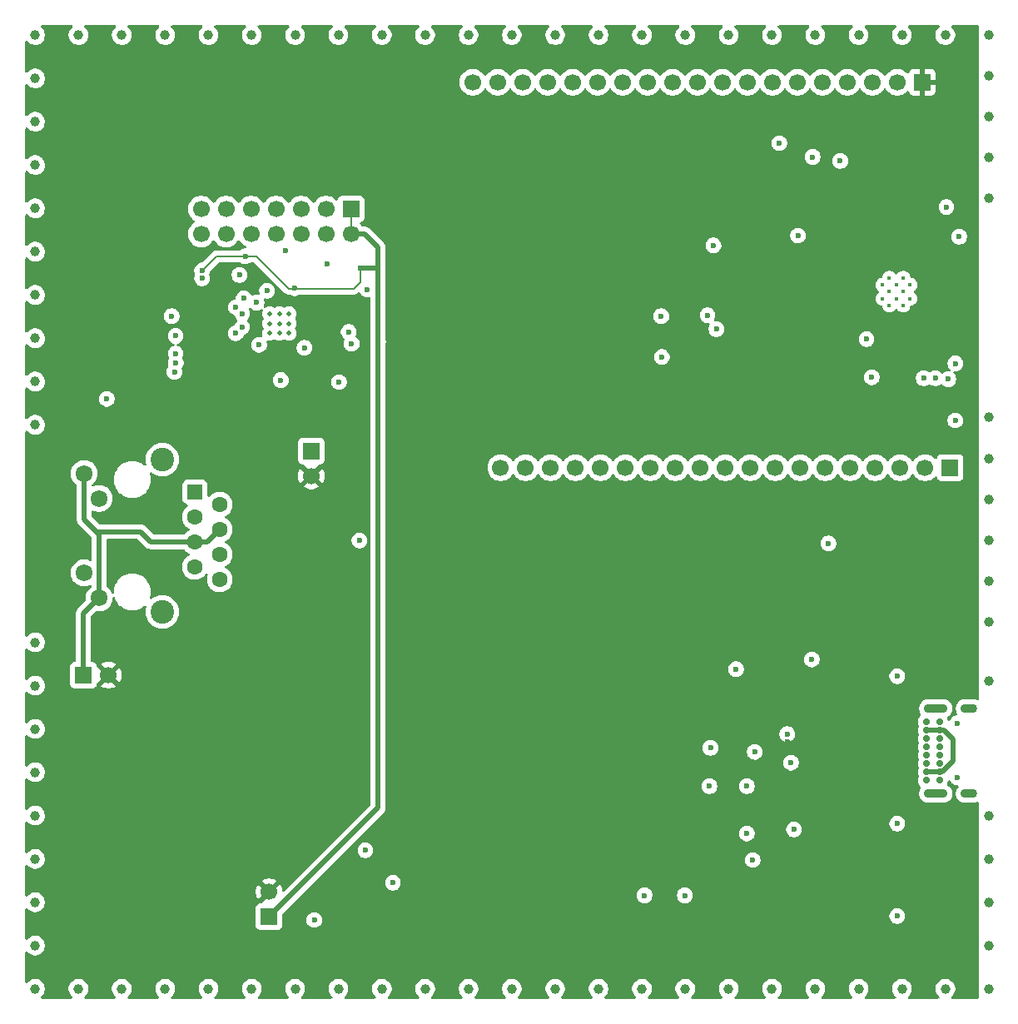
<source format=gbr>
%TF.GenerationSoftware,KiCad,Pcbnew,9.0.2*%
%TF.CreationDate,2025-10-29T13:47:10-07:00*%
%TF.ProjectId,EthernetBoardv1.1,45746865-726e-4657-9442-6f6172647631,rev?*%
%TF.SameCoordinates,Original*%
%TF.FileFunction,Copper,L3,Inr*%
%TF.FilePolarity,Positive*%
%FSLAX46Y46*%
G04 Gerber Fmt 4.6, Leading zero omitted, Abs format (unit mm)*
G04 Created by KiCad (PCBNEW 9.0.2) date 2025-10-29 13:47:10*
%MOMM*%
%LPD*%
G01*
G04 APERTURE LIST*
G04 Aperture macros list*
%AMRoundRect*
0 Rectangle with rounded corners*
0 $1 Rounding radius*
0 $2 $3 $4 $5 $6 $7 $8 $9 X,Y pos of 4 corners*
0 Add a 4 corners polygon primitive as box body*
4,1,4,$2,$3,$4,$5,$6,$7,$8,$9,$2,$3,0*
0 Add four circle primitives for the rounded corners*
1,1,$1+$1,$2,$3*
1,1,$1+$1,$4,$5*
1,1,$1+$1,$6,$7*
1,1,$1+$1,$8,$9*
0 Add four rect primitives between the rounded corners*
20,1,$1+$1,$2,$3,$4,$5,0*
20,1,$1+$1,$4,$5,$6,$7,0*
20,1,$1+$1,$6,$7,$8,$9,0*
20,1,$1+$1,$8,$9,$2,$3,0*%
G04 Aperture macros list end*
%TA.AperFunction,ComponentPad*%
%ADD10C,0.700000*%
%TD*%
%TA.AperFunction,ComponentPad*%
%ADD11O,2.400000X0.900000*%
%TD*%
%TA.AperFunction,ComponentPad*%
%ADD12O,1.700000X0.900000*%
%TD*%
%TA.AperFunction,ComponentPad*%
%ADD13C,0.450000*%
%TD*%
%TA.AperFunction,ComponentPad*%
%ADD14RoundRect,0.248000X0.552000X-0.552000X0.552000X0.552000X-0.552000X0.552000X-0.552000X-0.552000X0*%
%TD*%
%TA.AperFunction,ComponentPad*%
%ADD15C,1.600000*%
%TD*%
%TA.AperFunction,ComponentPad*%
%ADD16C,1.720000*%
%TD*%
%TA.AperFunction,ComponentPad*%
%ADD17C,2.400000*%
%TD*%
%TA.AperFunction,ComponentPad*%
%ADD18R,1.700000X1.700000*%
%TD*%
%TA.AperFunction,ComponentPad*%
%ADD19C,1.700000*%
%TD*%
%TA.AperFunction,HeatsinkPad*%
%ADD20C,0.500000*%
%TD*%
%TA.AperFunction,ViaPad*%
%ADD21C,0.600000*%
%TD*%
%TA.AperFunction,ViaPad*%
%ADD22C,1.000000*%
%TD*%
%TA.AperFunction,Conductor*%
%ADD23C,0.500000*%
%TD*%
%TA.AperFunction,Conductor*%
%ADD24C,0.200000*%
%TD*%
G04 APERTURE END LIST*
D10*
%TO.N,GND*%
%TO.C,J5*%
X150140000Y-118300000D03*
%TO.N,VBUS*%
X150140000Y-117450000D03*
%TO.N,unconnected-(J5-CC1-PadA5)*%
X150140000Y-116600000D03*
%TO.N,/USB_DP*%
X150140000Y-115750000D03*
%TO.N,/USB_DN*%
X150140000Y-114900000D03*
%TO.N,unconnected-(J5-SBU1-PadA8)*%
X150140000Y-114050000D03*
%TO.N,VBUS*%
X150140000Y-113200000D03*
%TO.N,GND*%
X150140000Y-112350000D03*
X151490000Y-112350000D03*
%TO.N,VBUS*%
X151490000Y-113200000D03*
%TO.N,unconnected-(J5-CC2-PadB5)*%
X151490000Y-114050000D03*
%TO.N,/USB_DP*%
X151490000Y-114900000D03*
%TO.N,/USB_DN*%
X151490000Y-115750000D03*
%TO.N,unconnected-(J5-SBU2-PadB8)*%
X151490000Y-116600000D03*
%TO.N,VBUS*%
X151490000Y-117450000D03*
%TO.N,GND*%
X151490000Y-118300000D03*
D11*
%TO.N,Earth*%
X151120000Y-119650000D03*
D12*
X154500000Y-119650000D03*
D11*
X151120000Y-111000000D03*
D12*
X154500000Y-111000000D03*
%TD*%
D13*
%TO.N,N/C*%
%TO.C,U5*%
X148500000Y-67900000D03*
X148500000Y-69300000D03*
X147800000Y-67200000D03*
X147800000Y-68600000D03*
X147800000Y-70000000D03*
X147100000Y-67900000D03*
X147100000Y-69300000D03*
X146400000Y-67200000D03*
X146400000Y-68600000D03*
X146400000Y-70000000D03*
X145700000Y-67900000D03*
X145700000Y-69300000D03*
%TD*%
D14*
%TO.N,/TD_P*%
%TO.C,J1*%
X75750000Y-88970000D03*
D15*
%TO.N,/TD_N*%
X78290000Y-90240000D03*
%TO.N,/RD_P*%
X75750000Y-91510000D03*
%TO.N,VDDA*%
X78290000Y-92780000D03*
X75750000Y-94050000D03*
%TO.N,/RD_N*%
X78290000Y-95320000D03*
%TO.N,unconnected-(J1-NC-Pad7)*%
X75750000Y-96590000D03*
%TO.N,Net-(J1-Pad8)*%
X78290000Y-97860000D03*
D16*
%TO.N,VDDA*%
X64500000Y-87090000D03*
%TO.N,Net-(J1-Pad10)*%
X66020000Y-89630000D03*
%TO.N,Net-(J1-Pad11)*%
X64500000Y-97200000D03*
%TO.N,VDDA*%
X66020000Y-99740000D03*
D17*
%TO.N,Net-(J1-Pad8)*%
X72450000Y-85670000D03*
X72450000Y-101160000D03*
%TD*%
D18*
%TO.N,VDDCR*%
%TO.C,J7*%
X87600000Y-84800000D03*
D19*
%TO.N,+3.3V*%
X87600000Y-87340000D03*
%TD*%
D18*
%TO.N,VCC*%
%TO.C,J4*%
X91640000Y-60200000D03*
D19*
X91640000Y-62740000D03*
%TO.N,GND*%
X89100000Y-60200000D03*
X89100000Y-62740000D03*
%TO.N,/MDC*%
X86560000Y-60200000D03*
%TO.N,/MDIO*%
X86560000Y-62740000D03*
%TO.N,/CRS_DV*%
X84020000Y-60200000D03*
%TO.N,/R_RX_CLK*%
X84020000Y-62740000D03*
%TO.N,/RXD1*%
X81480000Y-60200000D03*
%TO.N,/RXD0*%
X81480000Y-62740000D03*
%TO.N,/TXD0*%
X78940000Y-60200000D03*
%TO.N,/TX_EN*%
X78940000Y-62740000D03*
%TO.N,unconnected-(J4-Pin_13-Pad13)*%
X76400000Y-60200000D03*
%TO.N,/TXD1*%
X76400000Y-62740000D03*
%TD*%
D18*
%TO.N,VDDA*%
%TO.C,J9*%
X64425000Y-107600000D03*
D19*
%TO.N,+3.3V*%
X66965000Y-107600000D03*
%TD*%
D20*
%TO.N,GND*%
%TO.C,U1*%
X83350000Y-72837500D03*
X84350000Y-72837500D03*
X85350000Y-72837500D03*
X83350000Y-71837500D03*
X84350000Y-71837500D03*
X85350000Y-71837500D03*
X83350000Y-70837500D03*
X84350000Y-70837500D03*
X85350000Y-70837500D03*
%TD*%
D18*
%TO.N,GND*%
%TO.C,J3*%
X152580000Y-86500000D03*
D19*
%TO.N,/IO23*%
X150040000Y-86500000D03*
%TO.N,/IO22*%
X147500000Y-86500000D03*
%TO.N,/TXD0*%
X144960000Y-86500000D03*
%TO.N,/RXD0*%
X142420000Y-86500000D03*
%TO.N,/IO21*%
X139880000Y-86500000D03*
%TO.N,GND*%
X137340000Y-86500000D03*
%TO.N,/IO19*%
X134800000Y-86500000D03*
%TO.N,/IO18*%
X132260000Y-86500000D03*
%TO.N,/IO5*%
X129720000Y-86500000D03*
%TO.N,/IO17*%
X127180000Y-86500000D03*
%TO.N,/IO16*%
X124640000Y-86500000D03*
%TO.N,/IO4*%
X122100000Y-86500000D03*
%TO.N,/IO0*%
X119560000Y-86500000D03*
%TO.N,/IO2*%
X117020000Y-86500000D03*
%TO.N,/IO15*%
X114480000Y-86500000D03*
%TO.N,/SD1*%
X111940000Y-86500000D03*
%TO.N,/SD0*%
X109400000Y-86500000D03*
%TO.N,/CLK*%
X106860000Y-86500000D03*
%TD*%
D18*
%TO.N,+3.3V*%
%TO.C,J2*%
X149740000Y-47300000D03*
D19*
%TO.N,/EN*%
X147200000Y-47300000D03*
%TO.N,/SENSOR_VP*%
X144660000Y-47300000D03*
%TO.N,/SENSOR_VN*%
X142120000Y-47300000D03*
%TO.N,/IO34*%
X139580000Y-47300000D03*
%TO.N,/IO35*%
X137040000Y-47300000D03*
%TO.N,/IO32*%
X134500000Y-47300000D03*
%TO.N,/IO33*%
X131960000Y-47300000D03*
%TO.N,/IO25*%
X129420000Y-47300000D03*
%TO.N,/IO26*%
X126880000Y-47300000D03*
%TO.N,/IO27*%
X124340000Y-47300000D03*
%TO.N,/IO14*%
X121800000Y-47300000D03*
%TO.N,/IO12*%
X119260000Y-47300000D03*
%TO.N,GND*%
X116720000Y-47300000D03*
%TO.N,/IO13*%
X114180000Y-47300000D03*
%TO.N,/SD2*%
X111640000Y-47300000D03*
%TO.N,/SD3*%
X109100000Y-47300000D03*
%TO.N,/CMD*%
X106560000Y-47300000D03*
%TO.N,/EXT_5V*%
X104020000Y-47300000D03*
%TD*%
D18*
%TO.N,VCC*%
%TO.C,J6*%
X83300000Y-132175000D03*
D19*
%TO.N,+3.3V*%
X83300000Y-129635000D03*
%TD*%
D21*
%TO.N,GND*%
X136000000Y-113599997D03*
X66800000Y-79500000D03*
X132700000Y-115400000D03*
X95900000Y-128700000D03*
X86900000Y-74300000D03*
X147200000Y-107700000D03*
X147200000Y-122700000D03*
X123250000Y-75250000D03*
X80300000Y-66900000D03*
X153500000Y-63000000D03*
X87900000Y-132500000D03*
X123200000Y-71100000D03*
X121500000Y-130000000D03*
X136400000Y-116500000D03*
X153300000Y-112500000D03*
X138500000Y-106000000D03*
X153300000Y-118000000D03*
X91400000Y-72700000D03*
X89250000Y-65750000D03*
X152200000Y-60000000D03*
X130800000Y-107000000D03*
X73800000Y-74900000D03*
X153100000Y-81700000D03*
X147200000Y-132100000D03*
X128800000Y-72400000D03*
X73679896Y-76750000D03*
X73800000Y-73100000D03*
X137100000Y-62900000D03*
X73400000Y-71100000D03*
X93100000Y-125400000D03*
X125600000Y-130000000D03*
%TO.N,/TD_N*%
X80568198Y-70818198D03*
%TO.N,/TD_P*%
X79931802Y-70181802D03*
%TO.N,VDDA*%
X73808257Y-75849217D03*
%TO.N,/RD_P*%
X79931802Y-72818198D03*
%TO.N,/RD_N*%
X80568198Y-72181802D03*
%TO.N,/EN*%
X132500000Y-126400000D03*
%TO.N,/RTS*%
X131900000Y-118900000D03*
X131900000Y-123700000D03*
%TO.N,/IO0*%
X136700000Y-123300000D03*
X127900000Y-71000000D03*
X128500000Y-63900000D03*
%TO.N,/RXD0*%
X140200000Y-94200000D03*
X90425000Y-77800000D03*
X141400000Y-55300000D03*
%TO.N,/TXD1*%
X82033817Y-69716183D03*
%TO.N,/TXD0*%
X92500000Y-93900000D03*
%TO.N,VCC*%
X80880000Y-65000000D03*
X92600000Y-66200000D03*
X76500000Y-66449997D03*
X85906473Y-68244455D03*
X94400000Y-73700000D03*
%TO.N,Net-(U1-VDD1A)*%
X82300000Y-74000000D03*
X76500000Y-67250000D03*
X80734552Y-69265448D03*
%TO.N,+3.3V*%
X132200000Y-105800000D03*
X153700000Y-60000000D03*
X136000000Y-114400000D03*
%TO.N,/TX_EN*%
X83100000Y-68500000D03*
%TO.N,/IO22*%
X152400000Y-77500000D03*
X153100000Y-75900000D03*
%TO.N,/IO18*%
X144600000Y-77300000D03*
X144075000Y-73425000D03*
%TO.N,/CLK50*%
X85000000Y-64400000D03*
X84506297Y-77593703D03*
%TO.N,/RXD1*%
X91701000Y-73900000D03*
X138600000Y-54900000D03*
%TO.N,/CRS_DV*%
X135200000Y-53500000D03*
X93300000Y-68400000D03*
%TO.N,/TXDUSB*%
X151090000Y-77410000D03*
X128100000Y-118900000D03*
%TO.N,/RXDUSB*%
X149900000Y-77400000D03*
X128200000Y-115000000D03*
D22*
%TO.N,Earth*%
X156500000Y-98001432D03*
X59500075Y-73333992D03*
X59500000Y-135100000D03*
X147681818Y-42500000D03*
X156500000Y-135100000D03*
X59500264Y-117480679D03*
X90363636Y-42500000D03*
X156501678Y-46649106D03*
X94772727Y-139505011D03*
X59500075Y-68928981D03*
X156500000Y-121900000D03*
X59500000Y-51310022D03*
X143272727Y-139505011D03*
X147681818Y-139505011D03*
X99181818Y-139505011D03*
X59500339Y-60119682D03*
X156500000Y-130700000D03*
X59500000Y-130694989D03*
X121227273Y-42500000D03*
X156500000Y-108200000D03*
X59499925Y-113076030D03*
X156500000Y-139505011D03*
X156500000Y-126300000D03*
X94772727Y-42500000D03*
X116818182Y-139505011D03*
X138863636Y-42500000D03*
X108000000Y-42500000D03*
X112409091Y-42500000D03*
X156501678Y-54949822D03*
X130045455Y-42500000D03*
X134454545Y-139505011D03*
X68318182Y-42500000D03*
X134454545Y-42500000D03*
X138863636Y-139505011D03*
X156500000Y-102151790D03*
X156500000Y-93851074D03*
X143272727Y-42500000D03*
X85954545Y-42500000D03*
X59500000Y-46905011D03*
X108000000Y-139505011D03*
X59500000Y-139505011D03*
X81545455Y-42500000D03*
X90363636Y-139505011D03*
X156500000Y-85550358D03*
X68318182Y-139505011D03*
X59499661Y-126290340D03*
X152090909Y-42500000D03*
X103590909Y-42500000D03*
X59499736Y-64524332D03*
X77136364Y-139505011D03*
X103590909Y-139505011D03*
X116818182Y-42500000D03*
X125636364Y-42500000D03*
X152090909Y-139505011D03*
X156501678Y-50799464D03*
X72727273Y-42500000D03*
X59500000Y-42500000D03*
X59499661Y-121885329D03*
X156500000Y-81400000D03*
X72727273Y-139505011D03*
X59499925Y-104266008D03*
X125636364Y-139505011D03*
X121227273Y-139505011D03*
X85954545Y-139505011D03*
X112409091Y-139505011D03*
X59500075Y-77739003D03*
X63909091Y-42500000D03*
X59499925Y-108671019D03*
X156500000Y-89700716D03*
X59499944Y-82144002D03*
X156500000Y-42500000D03*
X130045455Y-139505011D03*
X156501678Y-59100180D03*
X81545455Y-139505011D03*
X63909091Y-139505011D03*
X77136364Y-42500000D03*
X59500339Y-55714671D03*
X99181818Y-42500000D03*
%TD*%
D23*
%TO.N,VBUS*%
X151984974Y-113200000D02*
X151490000Y-113200000D01*
X151490000Y-117450000D02*
X151772786Y-117450000D01*
X151772786Y-117450000D02*
X152900000Y-116322786D01*
X150140000Y-117450000D02*
X151490000Y-117450000D01*
X152900000Y-116322786D02*
X152900000Y-114115026D01*
X150140000Y-113200000D02*
X151490000Y-113200000D01*
X152900000Y-114115026D02*
X151984974Y-113200000D01*
%TO.N,VDDA*%
X65750000Y-93000000D02*
X70250000Y-93000000D01*
X75750000Y-94050000D02*
X77020000Y-94050000D01*
X64425000Y-101335000D02*
X66020000Y-99740000D01*
X64500000Y-91750000D02*
X64500000Y-87090000D01*
X65750000Y-93000000D02*
X64500000Y-91750000D01*
X70250000Y-93000000D02*
X71300000Y-94050000D01*
X66020000Y-99740000D02*
X66020000Y-93270000D01*
X71300000Y-94050000D02*
X75750000Y-94050000D01*
X64425000Y-107600000D02*
X64425000Y-101335000D01*
X77020000Y-94050000D02*
X78290000Y-92780000D01*
X66020000Y-93270000D02*
X65750000Y-93000000D01*
D24*
%TO.N,VCC*%
X85962018Y-68300000D02*
X91900000Y-68300000D01*
X76500000Y-66449997D02*
X77949997Y-65000000D01*
X85850928Y-68300000D02*
X85300000Y-68300000D01*
D23*
X94400000Y-64100000D02*
X94400000Y-66200000D01*
X91640000Y-62740000D02*
X93040000Y-62740000D01*
X94400000Y-121075000D02*
X94400000Y-73700000D01*
D24*
X91900000Y-68300000D02*
X92600000Y-67600000D01*
X92600000Y-67600000D02*
X92600000Y-66200000D01*
X85906473Y-68244455D02*
X85962018Y-68300000D01*
D23*
X94400000Y-66200000D02*
X94400000Y-73700000D01*
D24*
X85300000Y-68300000D02*
X82000000Y-65000000D01*
D23*
X83300000Y-132175000D02*
X94400000Y-121075000D01*
X93040000Y-62740000D02*
X94400000Y-64100000D01*
D24*
X85906473Y-68244455D02*
X85850928Y-68300000D01*
D23*
X92600000Y-66200000D02*
X94400000Y-66200000D01*
D24*
X91640000Y-60200000D02*
X91640000Y-62740000D01*
X77949997Y-65000000D02*
X80880000Y-65000000D01*
X82000000Y-65000000D02*
X80880000Y-65000000D01*
%TD*%
%TA.AperFunction,Conductor*%
%TO.N,+3.3V*%
G36*
X63262738Y-41520185D02*
G01*
X63308493Y-41572989D01*
X63318437Y-41642147D01*
X63289412Y-41705703D01*
X63274366Y-41720352D01*
X63271303Y-41722865D01*
X63131954Y-41862214D01*
X63131951Y-41862218D01*
X63022462Y-42026079D01*
X63022455Y-42026092D01*
X62947041Y-42208160D01*
X62947038Y-42208170D01*
X62908591Y-42401456D01*
X62908591Y-42401459D01*
X62908591Y-42598541D01*
X62908591Y-42598543D01*
X62908590Y-42598543D01*
X62947038Y-42791829D01*
X62947041Y-42791839D01*
X63022455Y-42973907D01*
X63022462Y-42973920D01*
X63131951Y-43137781D01*
X63131954Y-43137785D01*
X63271305Y-43277136D01*
X63271309Y-43277139D01*
X63435170Y-43386628D01*
X63435183Y-43386635D01*
X63617251Y-43462049D01*
X63617256Y-43462051D01*
X63617260Y-43462051D01*
X63617261Y-43462052D01*
X63810547Y-43500500D01*
X63810550Y-43500500D01*
X64007634Y-43500500D01*
X64137673Y-43474632D01*
X64200926Y-43462051D01*
X64383005Y-43386632D01*
X64546873Y-43277139D01*
X64686230Y-43137782D01*
X64795723Y-42973914D01*
X64871142Y-42791835D01*
X64909591Y-42598541D01*
X64909591Y-42401459D01*
X64909591Y-42401456D01*
X64871143Y-42208170D01*
X64871142Y-42208169D01*
X64871142Y-42208165D01*
X64871140Y-42208160D01*
X64795726Y-42026092D01*
X64795719Y-42026079D01*
X64686230Y-41862218D01*
X64686227Y-41862214D01*
X64546878Y-41722865D01*
X64543816Y-41720352D01*
X64542643Y-41718630D01*
X64542566Y-41718553D01*
X64542580Y-41718538D01*
X64504483Y-41662605D01*
X64502614Y-41592761D01*
X64538802Y-41532993D01*
X64601559Y-41502278D01*
X64622483Y-41500500D01*
X67604790Y-41500500D01*
X67671829Y-41520185D01*
X67717584Y-41572989D01*
X67727528Y-41642147D01*
X67698503Y-41705703D01*
X67683457Y-41720352D01*
X67680394Y-41722865D01*
X67541045Y-41862214D01*
X67541042Y-41862218D01*
X67431553Y-42026079D01*
X67431546Y-42026092D01*
X67356132Y-42208160D01*
X67356129Y-42208170D01*
X67317682Y-42401456D01*
X67317682Y-42401459D01*
X67317682Y-42598541D01*
X67317682Y-42598543D01*
X67317681Y-42598543D01*
X67356129Y-42791829D01*
X67356132Y-42791839D01*
X67431546Y-42973907D01*
X67431553Y-42973920D01*
X67541042Y-43137781D01*
X67541045Y-43137785D01*
X67680396Y-43277136D01*
X67680400Y-43277139D01*
X67844261Y-43386628D01*
X67844274Y-43386635D01*
X68026342Y-43462049D01*
X68026347Y-43462051D01*
X68026351Y-43462051D01*
X68026352Y-43462052D01*
X68219638Y-43500500D01*
X68219641Y-43500500D01*
X68416725Y-43500500D01*
X68546764Y-43474632D01*
X68610017Y-43462051D01*
X68792096Y-43386632D01*
X68955964Y-43277139D01*
X69095321Y-43137782D01*
X69204814Y-42973914D01*
X69280233Y-42791835D01*
X69318682Y-42598541D01*
X69318682Y-42401459D01*
X69318682Y-42401456D01*
X69280234Y-42208170D01*
X69280233Y-42208169D01*
X69280233Y-42208165D01*
X69280231Y-42208160D01*
X69204817Y-42026092D01*
X69204810Y-42026079D01*
X69095321Y-41862218D01*
X69095318Y-41862214D01*
X68955969Y-41722865D01*
X68952907Y-41720352D01*
X68951734Y-41718630D01*
X68951657Y-41718553D01*
X68951671Y-41718538D01*
X68913574Y-41662605D01*
X68911705Y-41592761D01*
X68947893Y-41532993D01*
X69010650Y-41502278D01*
X69031574Y-41500500D01*
X72013881Y-41500500D01*
X72080920Y-41520185D01*
X72126675Y-41572989D01*
X72136619Y-41642147D01*
X72107594Y-41705703D01*
X72092548Y-41720352D01*
X72089485Y-41722865D01*
X71950136Y-41862214D01*
X71950133Y-41862218D01*
X71840644Y-42026079D01*
X71840637Y-42026092D01*
X71765223Y-42208160D01*
X71765220Y-42208170D01*
X71726773Y-42401456D01*
X71726773Y-42401459D01*
X71726773Y-42598541D01*
X71726773Y-42598543D01*
X71726772Y-42598543D01*
X71765220Y-42791829D01*
X71765223Y-42791839D01*
X71840637Y-42973907D01*
X71840644Y-42973920D01*
X71950133Y-43137781D01*
X71950136Y-43137785D01*
X72089487Y-43277136D01*
X72089491Y-43277139D01*
X72253352Y-43386628D01*
X72253365Y-43386635D01*
X72435433Y-43462049D01*
X72435438Y-43462051D01*
X72435442Y-43462051D01*
X72435443Y-43462052D01*
X72628729Y-43500500D01*
X72628732Y-43500500D01*
X72825816Y-43500500D01*
X72955855Y-43474632D01*
X73019108Y-43462051D01*
X73201187Y-43386632D01*
X73365055Y-43277139D01*
X73504412Y-43137782D01*
X73613905Y-42973914D01*
X73689324Y-42791835D01*
X73727773Y-42598541D01*
X73727773Y-42401459D01*
X73727773Y-42401456D01*
X73689325Y-42208170D01*
X73689324Y-42208169D01*
X73689324Y-42208165D01*
X73689322Y-42208160D01*
X73613908Y-42026092D01*
X73613901Y-42026079D01*
X73504412Y-41862218D01*
X73504409Y-41862214D01*
X73365060Y-41722865D01*
X73361998Y-41720352D01*
X73360825Y-41718630D01*
X73360748Y-41718553D01*
X73360762Y-41718538D01*
X73322665Y-41662605D01*
X73320796Y-41592761D01*
X73356984Y-41532993D01*
X73419741Y-41502278D01*
X73440665Y-41500500D01*
X76422972Y-41500500D01*
X76490011Y-41520185D01*
X76535766Y-41572989D01*
X76545710Y-41642147D01*
X76516685Y-41705703D01*
X76501639Y-41720352D01*
X76498576Y-41722865D01*
X76359227Y-41862214D01*
X76359224Y-41862218D01*
X76249735Y-42026079D01*
X76249728Y-42026092D01*
X76174314Y-42208160D01*
X76174311Y-42208170D01*
X76135864Y-42401456D01*
X76135864Y-42401459D01*
X76135864Y-42598541D01*
X76135864Y-42598543D01*
X76135863Y-42598543D01*
X76174311Y-42791829D01*
X76174314Y-42791839D01*
X76249728Y-42973907D01*
X76249735Y-42973920D01*
X76359224Y-43137781D01*
X76359227Y-43137785D01*
X76498578Y-43277136D01*
X76498582Y-43277139D01*
X76662443Y-43386628D01*
X76662456Y-43386635D01*
X76844524Y-43462049D01*
X76844529Y-43462051D01*
X76844533Y-43462051D01*
X76844534Y-43462052D01*
X77037820Y-43500500D01*
X77037823Y-43500500D01*
X77234907Y-43500500D01*
X77364946Y-43474632D01*
X77428199Y-43462051D01*
X77610278Y-43386632D01*
X77774146Y-43277139D01*
X77913503Y-43137782D01*
X78022996Y-42973914D01*
X78098415Y-42791835D01*
X78136864Y-42598541D01*
X78136864Y-42401459D01*
X78136864Y-42401456D01*
X78098416Y-42208170D01*
X78098415Y-42208169D01*
X78098415Y-42208165D01*
X78098413Y-42208160D01*
X78022999Y-42026092D01*
X78022992Y-42026079D01*
X77913503Y-41862218D01*
X77913500Y-41862214D01*
X77774151Y-41722865D01*
X77771089Y-41720352D01*
X77769916Y-41718630D01*
X77769839Y-41718553D01*
X77769853Y-41718538D01*
X77731756Y-41662605D01*
X77729887Y-41592761D01*
X77766075Y-41532993D01*
X77828832Y-41502278D01*
X77849756Y-41500500D01*
X80832063Y-41500500D01*
X80899102Y-41520185D01*
X80944857Y-41572989D01*
X80954801Y-41642147D01*
X80925776Y-41705703D01*
X80910730Y-41720352D01*
X80907667Y-41722865D01*
X80768318Y-41862214D01*
X80768315Y-41862218D01*
X80658826Y-42026079D01*
X80658819Y-42026092D01*
X80583405Y-42208160D01*
X80583402Y-42208170D01*
X80544955Y-42401456D01*
X80544955Y-42401459D01*
X80544955Y-42598541D01*
X80544955Y-42598543D01*
X80544954Y-42598543D01*
X80583402Y-42791829D01*
X80583405Y-42791839D01*
X80658819Y-42973907D01*
X80658826Y-42973920D01*
X80768315Y-43137781D01*
X80768318Y-43137785D01*
X80907669Y-43277136D01*
X80907673Y-43277139D01*
X81071534Y-43386628D01*
X81071547Y-43386635D01*
X81253615Y-43462049D01*
X81253620Y-43462051D01*
X81253624Y-43462051D01*
X81253625Y-43462052D01*
X81446911Y-43500500D01*
X81446914Y-43500500D01*
X81643998Y-43500500D01*
X81774037Y-43474632D01*
X81837290Y-43462051D01*
X82019369Y-43386632D01*
X82183237Y-43277139D01*
X82322594Y-43137782D01*
X82432087Y-42973914D01*
X82507506Y-42791835D01*
X82545955Y-42598541D01*
X82545955Y-42401459D01*
X82545955Y-42401456D01*
X82507507Y-42208170D01*
X82507506Y-42208169D01*
X82507506Y-42208165D01*
X82507504Y-42208160D01*
X82432090Y-42026092D01*
X82432083Y-42026079D01*
X82322594Y-41862218D01*
X82322591Y-41862214D01*
X82183242Y-41722865D01*
X82180180Y-41720352D01*
X82179007Y-41718630D01*
X82178930Y-41718553D01*
X82178944Y-41718538D01*
X82140847Y-41662605D01*
X82138978Y-41592761D01*
X82175166Y-41532993D01*
X82237923Y-41502278D01*
X82258847Y-41500500D01*
X85241153Y-41500500D01*
X85308192Y-41520185D01*
X85353947Y-41572989D01*
X85363891Y-41642147D01*
X85334866Y-41705703D01*
X85319820Y-41720352D01*
X85316757Y-41722865D01*
X85177408Y-41862214D01*
X85177405Y-41862218D01*
X85067916Y-42026079D01*
X85067909Y-42026092D01*
X84992495Y-42208160D01*
X84992492Y-42208170D01*
X84954045Y-42401456D01*
X84954045Y-42401459D01*
X84954045Y-42598541D01*
X84954045Y-42598543D01*
X84954044Y-42598543D01*
X84992492Y-42791829D01*
X84992495Y-42791839D01*
X85067909Y-42973907D01*
X85067916Y-42973920D01*
X85177405Y-43137781D01*
X85177408Y-43137785D01*
X85316759Y-43277136D01*
X85316763Y-43277139D01*
X85480624Y-43386628D01*
X85480637Y-43386635D01*
X85662705Y-43462049D01*
X85662710Y-43462051D01*
X85662714Y-43462051D01*
X85662715Y-43462052D01*
X85856001Y-43500500D01*
X85856004Y-43500500D01*
X86053088Y-43500500D01*
X86183127Y-43474632D01*
X86246380Y-43462051D01*
X86428459Y-43386632D01*
X86592327Y-43277139D01*
X86731684Y-43137782D01*
X86841177Y-42973914D01*
X86916596Y-42791835D01*
X86955045Y-42598541D01*
X86955045Y-42401459D01*
X86955045Y-42401456D01*
X86916597Y-42208170D01*
X86916596Y-42208169D01*
X86916596Y-42208165D01*
X86916594Y-42208160D01*
X86841180Y-42026092D01*
X86841173Y-42026079D01*
X86731684Y-41862218D01*
X86731681Y-41862214D01*
X86592332Y-41722865D01*
X86589270Y-41720352D01*
X86588097Y-41718630D01*
X86588020Y-41718553D01*
X86588034Y-41718538D01*
X86549937Y-41662605D01*
X86548068Y-41592761D01*
X86584256Y-41532993D01*
X86647013Y-41502278D01*
X86667937Y-41500500D01*
X89650244Y-41500500D01*
X89717283Y-41520185D01*
X89763038Y-41572989D01*
X89772982Y-41642147D01*
X89743957Y-41705703D01*
X89728911Y-41720352D01*
X89725848Y-41722865D01*
X89586499Y-41862214D01*
X89586496Y-41862218D01*
X89477007Y-42026079D01*
X89477000Y-42026092D01*
X89401586Y-42208160D01*
X89401583Y-42208170D01*
X89363136Y-42401456D01*
X89363136Y-42401459D01*
X89363136Y-42598541D01*
X89363136Y-42598543D01*
X89363135Y-42598543D01*
X89401583Y-42791829D01*
X89401586Y-42791839D01*
X89477000Y-42973907D01*
X89477007Y-42973920D01*
X89586496Y-43137781D01*
X89586499Y-43137785D01*
X89725850Y-43277136D01*
X89725854Y-43277139D01*
X89889715Y-43386628D01*
X89889728Y-43386635D01*
X90071796Y-43462049D01*
X90071801Y-43462051D01*
X90071805Y-43462051D01*
X90071806Y-43462052D01*
X90265092Y-43500500D01*
X90265095Y-43500500D01*
X90462179Y-43500500D01*
X90592218Y-43474632D01*
X90655471Y-43462051D01*
X90837550Y-43386632D01*
X91001418Y-43277139D01*
X91140775Y-43137782D01*
X91250268Y-42973914D01*
X91325687Y-42791835D01*
X91364136Y-42598541D01*
X91364136Y-42401459D01*
X91364136Y-42401456D01*
X91325688Y-42208170D01*
X91325687Y-42208169D01*
X91325687Y-42208165D01*
X91325685Y-42208160D01*
X91250271Y-42026092D01*
X91250264Y-42026079D01*
X91140775Y-41862218D01*
X91140772Y-41862214D01*
X91001423Y-41722865D01*
X90998361Y-41720352D01*
X90997188Y-41718630D01*
X90997111Y-41718553D01*
X90997125Y-41718538D01*
X90959028Y-41662605D01*
X90957159Y-41592761D01*
X90993347Y-41532993D01*
X91056104Y-41502278D01*
X91077028Y-41500500D01*
X94059335Y-41500500D01*
X94126374Y-41520185D01*
X94172129Y-41572989D01*
X94182073Y-41642147D01*
X94153048Y-41705703D01*
X94138002Y-41720352D01*
X94134939Y-41722865D01*
X93995590Y-41862214D01*
X93995587Y-41862218D01*
X93886098Y-42026079D01*
X93886091Y-42026092D01*
X93810677Y-42208160D01*
X93810674Y-42208170D01*
X93772227Y-42401456D01*
X93772227Y-42401459D01*
X93772227Y-42598541D01*
X93772227Y-42598543D01*
X93772226Y-42598543D01*
X93810674Y-42791829D01*
X93810677Y-42791839D01*
X93886091Y-42973907D01*
X93886098Y-42973920D01*
X93995587Y-43137781D01*
X93995590Y-43137785D01*
X94134941Y-43277136D01*
X94134945Y-43277139D01*
X94298806Y-43386628D01*
X94298819Y-43386635D01*
X94480887Y-43462049D01*
X94480892Y-43462051D01*
X94480896Y-43462051D01*
X94480897Y-43462052D01*
X94674183Y-43500500D01*
X94674186Y-43500500D01*
X94871270Y-43500500D01*
X95001309Y-43474632D01*
X95064562Y-43462051D01*
X95246641Y-43386632D01*
X95410509Y-43277139D01*
X95549866Y-43137782D01*
X95659359Y-42973914D01*
X95734778Y-42791835D01*
X95773227Y-42598541D01*
X95773227Y-42401459D01*
X95773227Y-42401456D01*
X95734779Y-42208170D01*
X95734778Y-42208169D01*
X95734778Y-42208165D01*
X95734776Y-42208160D01*
X95659362Y-42026092D01*
X95659355Y-42026079D01*
X95549866Y-41862218D01*
X95549863Y-41862214D01*
X95410514Y-41722865D01*
X95407452Y-41720352D01*
X95406279Y-41718630D01*
X95406202Y-41718553D01*
X95406216Y-41718538D01*
X95368119Y-41662605D01*
X95366250Y-41592761D01*
X95402438Y-41532993D01*
X95465195Y-41502278D01*
X95486119Y-41500500D01*
X98468426Y-41500500D01*
X98535465Y-41520185D01*
X98581220Y-41572989D01*
X98591164Y-41642147D01*
X98562139Y-41705703D01*
X98547093Y-41720352D01*
X98544030Y-41722865D01*
X98404681Y-41862214D01*
X98404678Y-41862218D01*
X98295189Y-42026079D01*
X98295182Y-42026092D01*
X98219768Y-42208160D01*
X98219765Y-42208170D01*
X98181318Y-42401456D01*
X98181318Y-42401459D01*
X98181318Y-42598541D01*
X98181318Y-42598543D01*
X98181317Y-42598543D01*
X98219765Y-42791829D01*
X98219768Y-42791839D01*
X98295182Y-42973907D01*
X98295189Y-42973920D01*
X98404678Y-43137781D01*
X98404681Y-43137785D01*
X98544032Y-43277136D01*
X98544036Y-43277139D01*
X98707897Y-43386628D01*
X98707910Y-43386635D01*
X98889978Y-43462049D01*
X98889983Y-43462051D01*
X98889987Y-43462051D01*
X98889988Y-43462052D01*
X99083274Y-43500500D01*
X99083277Y-43500500D01*
X99280361Y-43500500D01*
X99410400Y-43474632D01*
X99473653Y-43462051D01*
X99655732Y-43386632D01*
X99819600Y-43277139D01*
X99958957Y-43137782D01*
X100068450Y-42973914D01*
X100143869Y-42791835D01*
X100182318Y-42598541D01*
X100182318Y-42401459D01*
X100182318Y-42401456D01*
X100143870Y-42208170D01*
X100143869Y-42208169D01*
X100143869Y-42208165D01*
X100143867Y-42208160D01*
X100068453Y-42026092D01*
X100068446Y-42026079D01*
X99958957Y-41862218D01*
X99958954Y-41862214D01*
X99819605Y-41722865D01*
X99816543Y-41720352D01*
X99815370Y-41718630D01*
X99815293Y-41718553D01*
X99815307Y-41718538D01*
X99777210Y-41662605D01*
X99775341Y-41592761D01*
X99811529Y-41532993D01*
X99874286Y-41502278D01*
X99895210Y-41500500D01*
X102877517Y-41500500D01*
X102944556Y-41520185D01*
X102990311Y-41572989D01*
X103000255Y-41642147D01*
X102971230Y-41705703D01*
X102956184Y-41720352D01*
X102953121Y-41722865D01*
X102813772Y-41862214D01*
X102813769Y-41862218D01*
X102704280Y-42026079D01*
X102704273Y-42026092D01*
X102628859Y-42208160D01*
X102628856Y-42208170D01*
X102590409Y-42401456D01*
X102590409Y-42401459D01*
X102590409Y-42598541D01*
X102590409Y-42598543D01*
X102590408Y-42598543D01*
X102628856Y-42791829D01*
X102628859Y-42791839D01*
X102704273Y-42973907D01*
X102704280Y-42973920D01*
X102813769Y-43137781D01*
X102813772Y-43137785D01*
X102953123Y-43277136D01*
X102953127Y-43277139D01*
X103116988Y-43386628D01*
X103117001Y-43386635D01*
X103299069Y-43462049D01*
X103299074Y-43462051D01*
X103299078Y-43462051D01*
X103299079Y-43462052D01*
X103492365Y-43500500D01*
X103492368Y-43500500D01*
X103689452Y-43500500D01*
X103819491Y-43474632D01*
X103882744Y-43462051D01*
X104064823Y-43386632D01*
X104228691Y-43277139D01*
X104368048Y-43137782D01*
X104477541Y-42973914D01*
X104552960Y-42791835D01*
X104591409Y-42598541D01*
X104591409Y-42401459D01*
X104591409Y-42401456D01*
X104552961Y-42208170D01*
X104552960Y-42208169D01*
X104552960Y-42208165D01*
X104552958Y-42208160D01*
X104477544Y-42026092D01*
X104477537Y-42026079D01*
X104368048Y-41862218D01*
X104368045Y-41862214D01*
X104228696Y-41722865D01*
X104225634Y-41720352D01*
X104224461Y-41718630D01*
X104224384Y-41718553D01*
X104224398Y-41718538D01*
X104186301Y-41662605D01*
X104184432Y-41592761D01*
X104220620Y-41532993D01*
X104283377Y-41502278D01*
X104304301Y-41500500D01*
X107286608Y-41500500D01*
X107353647Y-41520185D01*
X107399402Y-41572989D01*
X107409346Y-41642147D01*
X107380321Y-41705703D01*
X107365275Y-41720352D01*
X107362212Y-41722865D01*
X107222863Y-41862214D01*
X107222860Y-41862218D01*
X107113371Y-42026079D01*
X107113364Y-42026092D01*
X107037950Y-42208160D01*
X107037947Y-42208170D01*
X106999500Y-42401456D01*
X106999500Y-42401459D01*
X106999500Y-42598541D01*
X106999500Y-42598543D01*
X106999499Y-42598543D01*
X107037947Y-42791829D01*
X107037950Y-42791839D01*
X107113364Y-42973907D01*
X107113371Y-42973920D01*
X107222860Y-43137781D01*
X107222863Y-43137785D01*
X107362214Y-43277136D01*
X107362218Y-43277139D01*
X107526079Y-43386628D01*
X107526092Y-43386635D01*
X107708160Y-43462049D01*
X107708165Y-43462051D01*
X107708169Y-43462051D01*
X107708170Y-43462052D01*
X107901456Y-43500500D01*
X107901459Y-43500500D01*
X108098543Y-43500500D01*
X108228582Y-43474632D01*
X108291835Y-43462051D01*
X108473914Y-43386632D01*
X108637782Y-43277139D01*
X108777139Y-43137782D01*
X108886632Y-42973914D01*
X108962051Y-42791835D01*
X109000500Y-42598541D01*
X109000500Y-42401459D01*
X109000500Y-42401456D01*
X108962052Y-42208170D01*
X108962051Y-42208169D01*
X108962051Y-42208165D01*
X108962049Y-42208160D01*
X108886635Y-42026092D01*
X108886628Y-42026079D01*
X108777139Y-41862218D01*
X108777136Y-41862214D01*
X108637787Y-41722865D01*
X108634725Y-41720352D01*
X108633552Y-41718630D01*
X108633475Y-41718553D01*
X108633489Y-41718538D01*
X108595392Y-41662605D01*
X108593523Y-41592761D01*
X108629711Y-41532993D01*
X108692468Y-41502278D01*
X108713392Y-41500500D01*
X111695699Y-41500500D01*
X111762738Y-41520185D01*
X111808493Y-41572989D01*
X111818437Y-41642147D01*
X111789412Y-41705703D01*
X111774366Y-41720352D01*
X111771303Y-41722865D01*
X111631954Y-41862214D01*
X111631951Y-41862218D01*
X111522462Y-42026079D01*
X111522455Y-42026092D01*
X111447041Y-42208160D01*
X111447038Y-42208170D01*
X111408591Y-42401456D01*
X111408591Y-42401459D01*
X111408591Y-42598541D01*
X111408591Y-42598543D01*
X111408590Y-42598543D01*
X111447038Y-42791829D01*
X111447041Y-42791839D01*
X111522455Y-42973907D01*
X111522462Y-42973920D01*
X111631951Y-43137781D01*
X111631954Y-43137785D01*
X111771305Y-43277136D01*
X111771309Y-43277139D01*
X111935170Y-43386628D01*
X111935183Y-43386635D01*
X112117251Y-43462049D01*
X112117256Y-43462051D01*
X112117260Y-43462051D01*
X112117261Y-43462052D01*
X112310547Y-43500500D01*
X112310550Y-43500500D01*
X112507634Y-43500500D01*
X112637673Y-43474632D01*
X112700926Y-43462051D01*
X112883005Y-43386632D01*
X113046873Y-43277139D01*
X113186230Y-43137782D01*
X113295723Y-42973914D01*
X113371142Y-42791835D01*
X113409591Y-42598541D01*
X113409591Y-42401459D01*
X113409591Y-42401456D01*
X113371143Y-42208170D01*
X113371142Y-42208169D01*
X113371142Y-42208165D01*
X113371140Y-42208160D01*
X113295726Y-42026092D01*
X113295719Y-42026079D01*
X113186230Y-41862218D01*
X113186227Y-41862214D01*
X113046878Y-41722865D01*
X113043816Y-41720352D01*
X113042643Y-41718630D01*
X113042566Y-41718553D01*
X113042580Y-41718538D01*
X113004483Y-41662605D01*
X113002614Y-41592761D01*
X113038802Y-41532993D01*
X113101559Y-41502278D01*
X113122483Y-41500500D01*
X116104790Y-41500500D01*
X116171829Y-41520185D01*
X116217584Y-41572989D01*
X116227528Y-41642147D01*
X116198503Y-41705703D01*
X116183457Y-41720352D01*
X116180394Y-41722865D01*
X116041045Y-41862214D01*
X116041042Y-41862218D01*
X115931553Y-42026079D01*
X115931546Y-42026092D01*
X115856132Y-42208160D01*
X115856129Y-42208170D01*
X115817682Y-42401456D01*
X115817682Y-42401459D01*
X115817682Y-42598541D01*
X115817682Y-42598543D01*
X115817681Y-42598543D01*
X115856129Y-42791829D01*
X115856132Y-42791839D01*
X115931546Y-42973907D01*
X115931553Y-42973920D01*
X116041042Y-43137781D01*
X116041045Y-43137785D01*
X116180396Y-43277136D01*
X116180400Y-43277139D01*
X116344261Y-43386628D01*
X116344274Y-43386635D01*
X116526342Y-43462049D01*
X116526347Y-43462051D01*
X116526351Y-43462051D01*
X116526352Y-43462052D01*
X116719638Y-43500500D01*
X116719641Y-43500500D01*
X116916725Y-43500500D01*
X117046764Y-43474632D01*
X117110017Y-43462051D01*
X117292096Y-43386632D01*
X117455964Y-43277139D01*
X117595321Y-43137782D01*
X117704814Y-42973914D01*
X117780233Y-42791835D01*
X117818682Y-42598541D01*
X117818682Y-42401459D01*
X117818682Y-42401456D01*
X117780234Y-42208170D01*
X117780233Y-42208169D01*
X117780233Y-42208165D01*
X117780231Y-42208160D01*
X117704817Y-42026092D01*
X117704810Y-42026079D01*
X117595321Y-41862218D01*
X117595318Y-41862214D01*
X117455969Y-41722865D01*
X117452907Y-41720352D01*
X117451734Y-41718630D01*
X117451657Y-41718553D01*
X117451671Y-41718538D01*
X117413574Y-41662605D01*
X117411705Y-41592761D01*
X117447893Y-41532993D01*
X117510650Y-41502278D01*
X117531574Y-41500500D01*
X120513881Y-41500500D01*
X120580920Y-41520185D01*
X120626675Y-41572989D01*
X120636619Y-41642147D01*
X120607594Y-41705703D01*
X120592548Y-41720352D01*
X120589485Y-41722865D01*
X120450136Y-41862214D01*
X120450133Y-41862218D01*
X120340644Y-42026079D01*
X120340637Y-42026092D01*
X120265223Y-42208160D01*
X120265220Y-42208170D01*
X120226773Y-42401456D01*
X120226773Y-42401459D01*
X120226773Y-42598541D01*
X120226773Y-42598543D01*
X120226772Y-42598543D01*
X120265220Y-42791829D01*
X120265223Y-42791839D01*
X120340637Y-42973907D01*
X120340644Y-42973920D01*
X120450133Y-43137781D01*
X120450136Y-43137785D01*
X120589487Y-43277136D01*
X120589491Y-43277139D01*
X120753352Y-43386628D01*
X120753365Y-43386635D01*
X120935433Y-43462049D01*
X120935438Y-43462051D01*
X120935442Y-43462051D01*
X120935443Y-43462052D01*
X121128729Y-43500500D01*
X121128732Y-43500500D01*
X121325816Y-43500500D01*
X121455855Y-43474632D01*
X121519108Y-43462051D01*
X121701187Y-43386632D01*
X121865055Y-43277139D01*
X122004412Y-43137782D01*
X122113905Y-42973914D01*
X122189324Y-42791835D01*
X122227773Y-42598541D01*
X122227773Y-42401459D01*
X122227773Y-42401456D01*
X122189325Y-42208170D01*
X122189324Y-42208169D01*
X122189324Y-42208165D01*
X122189322Y-42208160D01*
X122113908Y-42026092D01*
X122113901Y-42026079D01*
X122004412Y-41862218D01*
X122004409Y-41862214D01*
X121865060Y-41722865D01*
X121861998Y-41720352D01*
X121860825Y-41718630D01*
X121860748Y-41718553D01*
X121860762Y-41718538D01*
X121822665Y-41662605D01*
X121820796Y-41592761D01*
X121856984Y-41532993D01*
X121919741Y-41502278D01*
X121940665Y-41500500D01*
X124922972Y-41500500D01*
X124990011Y-41520185D01*
X125035766Y-41572989D01*
X125045710Y-41642147D01*
X125016685Y-41705703D01*
X125001639Y-41720352D01*
X124998576Y-41722865D01*
X124859227Y-41862214D01*
X124859224Y-41862218D01*
X124749735Y-42026079D01*
X124749728Y-42026092D01*
X124674314Y-42208160D01*
X124674311Y-42208170D01*
X124635864Y-42401456D01*
X124635864Y-42401459D01*
X124635864Y-42598541D01*
X124635864Y-42598543D01*
X124635863Y-42598543D01*
X124674311Y-42791829D01*
X124674314Y-42791839D01*
X124749728Y-42973907D01*
X124749735Y-42973920D01*
X124859224Y-43137781D01*
X124859227Y-43137785D01*
X124998578Y-43277136D01*
X124998582Y-43277139D01*
X125162443Y-43386628D01*
X125162456Y-43386635D01*
X125344524Y-43462049D01*
X125344529Y-43462051D01*
X125344533Y-43462051D01*
X125344534Y-43462052D01*
X125537820Y-43500500D01*
X125537823Y-43500500D01*
X125734907Y-43500500D01*
X125864946Y-43474632D01*
X125928199Y-43462051D01*
X126110278Y-43386632D01*
X126274146Y-43277139D01*
X126413503Y-43137782D01*
X126522996Y-42973914D01*
X126598415Y-42791835D01*
X126636864Y-42598541D01*
X126636864Y-42401459D01*
X126636864Y-42401456D01*
X126598416Y-42208170D01*
X126598415Y-42208169D01*
X126598415Y-42208165D01*
X126598413Y-42208160D01*
X126522999Y-42026092D01*
X126522992Y-42026079D01*
X126413503Y-41862218D01*
X126413500Y-41862214D01*
X126274151Y-41722865D01*
X126271089Y-41720352D01*
X126269916Y-41718630D01*
X126269839Y-41718553D01*
X126269853Y-41718538D01*
X126231756Y-41662605D01*
X126229887Y-41592761D01*
X126266075Y-41532993D01*
X126328832Y-41502278D01*
X126349756Y-41500500D01*
X129332063Y-41500500D01*
X129399102Y-41520185D01*
X129444857Y-41572989D01*
X129454801Y-41642147D01*
X129425776Y-41705703D01*
X129410730Y-41720352D01*
X129407667Y-41722865D01*
X129268318Y-41862214D01*
X129268315Y-41862218D01*
X129158826Y-42026079D01*
X129158819Y-42026092D01*
X129083405Y-42208160D01*
X129083402Y-42208170D01*
X129044955Y-42401456D01*
X129044955Y-42401459D01*
X129044955Y-42598541D01*
X129044955Y-42598543D01*
X129044954Y-42598543D01*
X129083402Y-42791829D01*
X129083405Y-42791839D01*
X129158819Y-42973907D01*
X129158826Y-42973920D01*
X129268315Y-43137781D01*
X129268318Y-43137785D01*
X129407669Y-43277136D01*
X129407673Y-43277139D01*
X129571534Y-43386628D01*
X129571547Y-43386635D01*
X129753615Y-43462049D01*
X129753620Y-43462051D01*
X129753624Y-43462051D01*
X129753625Y-43462052D01*
X129946911Y-43500500D01*
X129946914Y-43500500D01*
X130143998Y-43500500D01*
X130274037Y-43474632D01*
X130337290Y-43462051D01*
X130519369Y-43386632D01*
X130683237Y-43277139D01*
X130822594Y-43137782D01*
X130932087Y-42973914D01*
X131007506Y-42791835D01*
X131045955Y-42598541D01*
X131045955Y-42401459D01*
X131045955Y-42401456D01*
X131007507Y-42208170D01*
X131007506Y-42208169D01*
X131007506Y-42208165D01*
X131007504Y-42208160D01*
X130932090Y-42026092D01*
X130932083Y-42026079D01*
X130822594Y-41862218D01*
X130822591Y-41862214D01*
X130683242Y-41722865D01*
X130680180Y-41720352D01*
X130679007Y-41718630D01*
X130678930Y-41718553D01*
X130678944Y-41718538D01*
X130640847Y-41662605D01*
X130638978Y-41592761D01*
X130675166Y-41532993D01*
X130737923Y-41502278D01*
X130758847Y-41500500D01*
X133741153Y-41500500D01*
X133808192Y-41520185D01*
X133853947Y-41572989D01*
X133863891Y-41642147D01*
X133834866Y-41705703D01*
X133819820Y-41720352D01*
X133816757Y-41722865D01*
X133677408Y-41862214D01*
X133677405Y-41862218D01*
X133567916Y-42026079D01*
X133567909Y-42026092D01*
X133492495Y-42208160D01*
X133492492Y-42208170D01*
X133454045Y-42401456D01*
X133454045Y-42401459D01*
X133454045Y-42598541D01*
X133454045Y-42598543D01*
X133454044Y-42598543D01*
X133492492Y-42791829D01*
X133492495Y-42791839D01*
X133567909Y-42973907D01*
X133567916Y-42973920D01*
X133677405Y-43137781D01*
X133677408Y-43137785D01*
X133816759Y-43277136D01*
X133816763Y-43277139D01*
X133980624Y-43386628D01*
X133980637Y-43386635D01*
X134162705Y-43462049D01*
X134162710Y-43462051D01*
X134162714Y-43462051D01*
X134162715Y-43462052D01*
X134356001Y-43500500D01*
X134356004Y-43500500D01*
X134553088Y-43500500D01*
X134683127Y-43474632D01*
X134746380Y-43462051D01*
X134928459Y-43386632D01*
X135092327Y-43277139D01*
X135231684Y-43137782D01*
X135341177Y-42973914D01*
X135416596Y-42791835D01*
X135455045Y-42598541D01*
X135455045Y-42401459D01*
X135455045Y-42401456D01*
X135416597Y-42208170D01*
X135416596Y-42208169D01*
X135416596Y-42208165D01*
X135416594Y-42208160D01*
X135341180Y-42026092D01*
X135341173Y-42026079D01*
X135231684Y-41862218D01*
X135231681Y-41862214D01*
X135092332Y-41722865D01*
X135089270Y-41720352D01*
X135088097Y-41718630D01*
X135088020Y-41718553D01*
X135088034Y-41718538D01*
X135049937Y-41662605D01*
X135048068Y-41592761D01*
X135084256Y-41532993D01*
X135147013Y-41502278D01*
X135167937Y-41500500D01*
X138150244Y-41500500D01*
X138217283Y-41520185D01*
X138263038Y-41572989D01*
X138272982Y-41642147D01*
X138243957Y-41705703D01*
X138228911Y-41720352D01*
X138225848Y-41722865D01*
X138086499Y-41862214D01*
X138086496Y-41862218D01*
X137977007Y-42026079D01*
X137977000Y-42026092D01*
X137901586Y-42208160D01*
X137901583Y-42208170D01*
X137863136Y-42401456D01*
X137863136Y-42401459D01*
X137863136Y-42598541D01*
X137863136Y-42598543D01*
X137863135Y-42598543D01*
X137901583Y-42791829D01*
X137901586Y-42791839D01*
X137977000Y-42973907D01*
X137977007Y-42973920D01*
X138086496Y-43137781D01*
X138086499Y-43137785D01*
X138225850Y-43277136D01*
X138225854Y-43277139D01*
X138389715Y-43386628D01*
X138389728Y-43386635D01*
X138571796Y-43462049D01*
X138571801Y-43462051D01*
X138571805Y-43462051D01*
X138571806Y-43462052D01*
X138765092Y-43500500D01*
X138765095Y-43500500D01*
X138962179Y-43500500D01*
X139092218Y-43474632D01*
X139155471Y-43462051D01*
X139337550Y-43386632D01*
X139501418Y-43277139D01*
X139640775Y-43137782D01*
X139750268Y-42973914D01*
X139825687Y-42791835D01*
X139864136Y-42598541D01*
X139864136Y-42401459D01*
X139864136Y-42401456D01*
X139825688Y-42208170D01*
X139825687Y-42208169D01*
X139825687Y-42208165D01*
X139825685Y-42208160D01*
X139750271Y-42026092D01*
X139750264Y-42026079D01*
X139640775Y-41862218D01*
X139640772Y-41862214D01*
X139501423Y-41722865D01*
X139498361Y-41720352D01*
X139497188Y-41718630D01*
X139497111Y-41718553D01*
X139497125Y-41718538D01*
X139459028Y-41662605D01*
X139457159Y-41592761D01*
X139493347Y-41532993D01*
X139556104Y-41502278D01*
X139577028Y-41500500D01*
X142559335Y-41500500D01*
X142626374Y-41520185D01*
X142672129Y-41572989D01*
X142682073Y-41642147D01*
X142653048Y-41705703D01*
X142638002Y-41720352D01*
X142634939Y-41722865D01*
X142495590Y-41862214D01*
X142495587Y-41862218D01*
X142386098Y-42026079D01*
X142386091Y-42026092D01*
X142310677Y-42208160D01*
X142310674Y-42208170D01*
X142272227Y-42401456D01*
X142272227Y-42401459D01*
X142272227Y-42598541D01*
X142272227Y-42598543D01*
X142272226Y-42598543D01*
X142310674Y-42791829D01*
X142310677Y-42791839D01*
X142386091Y-42973907D01*
X142386098Y-42973920D01*
X142495587Y-43137781D01*
X142495590Y-43137785D01*
X142634941Y-43277136D01*
X142634945Y-43277139D01*
X142798806Y-43386628D01*
X142798819Y-43386635D01*
X142980887Y-43462049D01*
X142980892Y-43462051D01*
X142980896Y-43462051D01*
X142980897Y-43462052D01*
X143174183Y-43500500D01*
X143174186Y-43500500D01*
X143371270Y-43500500D01*
X143501309Y-43474632D01*
X143564562Y-43462051D01*
X143746641Y-43386632D01*
X143910509Y-43277139D01*
X144049866Y-43137782D01*
X144159359Y-42973914D01*
X144234778Y-42791835D01*
X144273227Y-42598541D01*
X144273227Y-42401459D01*
X144273227Y-42401456D01*
X144234779Y-42208170D01*
X144234778Y-42208169D01*
X144234778Y-42208165D01*
X144234776Y-42208160D01*
X144159362Y-42026092D01*
X144159355Y-42026079D01*
X144049866Y-41862218D01*
X144049863Y-41862214D01*
X143910514Y-41722865D01*
X143907452Y-41720352D01*
X143906279Y-41718630D01*
X143906202Y-41718553D01*
X143906216Y-41718538D01*
X143868119Y-41662605D01*
X143866250Y-41592761D01*
X143902438Y-41532993D01*
X143965195Y-41502278D01*
X143986119Y-41500500D01*
X146968426Y-41500500D01*
X147035465Y-41520185D01*
X147081220Y-41572989D01*
X147091164Y-41642147D01*
X147062139Y-41705703D01*
X147047093Y-41720352D01*
X147044030Y-41722865D01*
X146904681Y-41862214D01*
X146904678Y-41862218D01*
X146795189Y-42026079D01*
X146795182Y-42026092D01*
X146719768Y-42208160D01*
X146719765Y-42208170D01*
X146681318Y-42401456D01*
X146681318Y-42401459D01*
X146681318Y-42598541D01*
X146681318Y-42598543D01*
X146681317Y-42598543D01*
X146719765Y-42791829D01*
X146719768Y-42791839D01*
X146795182Y-42973907D01*
X146795189Y-42973920D01*
X146904678Y-43137781D01*
X146904681Y-43137785D01*
X147044032Y-43277136D01*
X147044036Y-43277139D01*
X147207897Y-43386628D01*
X147207910Y-43386635D01*
X147389978Y-43462049D01*
X147389983Y-43462051D01*
X147389987Y-43462051D01*
X147389988Y-43462052D01*
X147583274Y-43500500D01*
X147583277Y-43500500D01*
X147780361Y-43500500D01*
X147910400Y-43474632D01*
X147973653Y-43462051D01*
X148155732Y-43386632D01*
X148319600Y-43277139D01*
X148458957Y-43137782D01*
X148568450Y-42973914D01*
X148643869Y-42791835D01*
X148682318Y-42598541D01*
X148682318Y-42401459D01*
X148682318Y-42401456D01*
X148643870Y-42208170D01*
X148643869Y-42208169D01*
X148643869Y-42208165D01*
X148643867Y-42208160D01*
X148568453Y-42026092D01*
X148568446Y-42026079D01*
X148458957Y-41862218D01*
X148458954Y-41862214D01*
X148319605Y-41722865D01*
X148316543Y-41720352D01*
X148315370Y-41718630D01*
X148315293Y-41718553D01*
X148315307Y-41718538D01*
X148277210Y-41662605D01*
X148275341Y-41592761D01*
X148311529Y-41532993D01*
X148374286Y-41502278D01*
X148395210Y-41500500D01*
X151377517Y-41500500D01*
X151444556Y-41520185D01*
X151490311Y-41572989D01*
X151500255Y-41642147D01*
X151471230Y-41705703D01*
X151456184Y-41720352D01*
X151453121Y-41722865D01*
X151313772Y-41862214D01*
X151313769Y-41862218D01*
X151204280Y-42026079D01*
X151204273Y-42026092D01*
X151128859Y-42208160D01*
X151128856Y-42208170D01*
X151090409Y-42401456D01*
X151090409Y-42401459D01*
X151090409Y-42598541D01*
X151090409Y-42598543D01*
X151090408Y-42598543D01*
X151128856Y-42791829D01*
X151128859Y-42791839D01*
X151204273Y-42973907D01*
X151204280Y-42973920D01*
X151313769Y-43137781D01*
X151313772Y-43137785D01*
X151453123Y-43277136D01*
X151453127Y-43277139D01*
X151616988Y-43386628D01*
X151617001Y-43386635D01*
X151799069Y-43462049D01*
X151799074Y-43462051D01*
X151799078Y-43462051D01*
X151799079Y-43462052D01*
X151992365Y-43500500D01*
X151992368Y-43500500D01*
X152189452Y-43500500D01*
X152319491Y-43474632D01*
X152382744Y-43462051D01*
X152564823Y-43386632D01*
X152728691Y-43277139D01*
X152868048Y-43137782D01*
X152977541Y-42973914D01*
X153052960Y-42791835D01*
X153091409Y-42598541D01*
X153091409Y-42401459D01*
X153091409Y-42401456D01*
X153052961Y-42208170D01*
X153052960Y-42208169D01*
X153052960Y-42208165D01*
X153052958Y-42208160D01*
X152977544Y-42026092D01*
X152977537Y-42026079D01*
X152868048Y-41862218D01*
X152868045Y-41862214D01*
X152728696Y-41722865D01*
X152725634Y-41720352D01*
X152724461Y-41718630D01*
X152724384Y-41718553D01*
X152724398Y-41718538D01*
X152686301Y-41662605D01*
X152684432Y-41592761D01*
X152720620Y-41532993D01*
X152783377Y-41502278D01*
X152804301Y-41500500D01*
X155376000Y-41500500D01*
X155443039Y-41520185D01*
X155488794Y-41572989D01*
X155500000Y-41624500D01*
X155500000Y-42398945D01*
X155499500Y-42401459D01*
X155499500Y-42598541D01*
X155500000Y-42601054D01*
X155500000Y-81290291D01*
X155499500Y-81300469D01*
X155499500Y-81499540D01*
X155500000Y-81509708D01*
X155500000Y-85449303D01*
X155499500Y-85451817D01*
X155499500Y-85648899D01*
X155500000Y-85651412D01*
X155500000Y-89591007D01*
X155499500Y-89601185D01*
X155499500Y-89800256D01*
X155500000Y-89810424D01*
X155500000Y-93750019D01*
X155499500Y-93752533D01*
X155499500Y-93949615D01*
X155500000Y-93952128D01*
X155500000Y-97891723D01*
X155499500Y-97901901D01*
X155499500Y-98100972D01*
X155500000Y-98111140D01*
X155500000Y-102050735D01*
X155499500Y-102053249D01*
X155499500Y-102250331D01*
X155500000Y-102252844D01*
X155500000Y-108090291D01*
X155499500Y-108100469D01*
X155499500Y-108299540D01*
X155500000Y-108309708D01*
X155500000Y-110034135D01*
X155480315Y-110101174D01*
X155427511Y-110146929D01*
X155358353Y-110156873D01*
X155328547Y-110148696D01*
X155177251Y-110086027D01*
X155177243Y-110086025D01*
X154993620Y-110049500D01*
X154993616Y-110049500D01*
X154006384Y-110049500D01*
X154006379Y-110049500D01*
X153822756Y-110086025D01*
X153822748Y-110086027D01*
X153649771Y-110157676D01*
X153649762Y-110157681D01*
X153494092Y-110261697D01*
X153494088Y-110261700D01*
X153361700Y-110394088D01*
X153361697Y-110394092D01*
X153257681Y-110549762D01*
X153257676Y-110549771D01*
X153186027Y-110722748D01*
X153186025Y-110722756D01*
X153149500Y-110906379D01*
X153149500Y-111093620D01*
X153186025Y-111277243D01*
X153186027Y-111277251D01*
X153257676Y-111450228D01*
X153257684Y-111450242D01*
X153297306Y-111509541D01*
X153318184Y-111576218D01*
X153299699Y-111643598D01*
X153247720Y-111690288D01*
X153218396Y-111700048D01*
X153066508Y-111730261D01*
X153066498Y-111730264D01*
X152920827Y-111790602D01*
X152920814Y-111790609D01*
X152789711Y-111878210D01*
X152789707Y-111878213D01*
X152678213Y-111989707D01*
X152678210Y-111989711D01*
X152590609Y-112120814D01*
X152590604Y-112120824D01*
X152558530Y-112198258D01*
X152541597Y-112219270D01*
X152527612Y-112242346D01*
X152520003Y-112246065D01*
X152514689Y-112252661D01*
X152489083Y-112261183D01*
X152464843Y-112273035D01*
X152456431Y-112272050D01*
X152448394Y-112274726D01*
X152422244Y-112268051D01*
X152395447Y-112264917D01*
X152388903Y-112259542D01*
X152380695Y-112257447D01*
X152362305Y-112237694D01*
X152341456Y-112220569D01*
X152337438Y-112210984D01*
X152333085Y-112206309D01*
X152325953Y-112188862D01*
X152323753Y-112182040D01*
X152307816Y-112101918D01*
X152263118Y-111994009D01*
X152261583Y-111989248D01*
X152260789Y-111959129D01*
X152257569Y-111929175D01*
X152259878Y-111924560D01*
X152259743Y-111919402D01*
X152275357Y-111893637D01*
X152288844Y-111866695D01*
X152294171Y-111862595D01*
X152295956Y-111859650D01*
X152301554Y-111856912D01*
X152315487Y-111846189D01*
X152315165Y-111845707D01*
X152475908Y-111738302D01*
X152608299Y-111605911D01*
X152608302Y-111605908D01*
X152712322Y-111450231D01*
X152783973Y-111277251D01*
X152820500Y-111093616D01*
X152820500Y-110906384D01*
X152783973Y-110722749D01*
X152712322Y-110549769D01*
X152712321Y-110549768D01*
X152712318Y-110549762D01*
X152608302Y-110394092D01*
X152608299Y-110394088D01*
X152475911Y-110261700D01*
X152475907Y-110261697D01*
X152320237Y-110157681D01*
X152320228Y-110157676D01*
X152147251Y-110086027D01*
X152147243Y-110086025D01*
X151963620Y-110049500D01*
X151963616Y-110049500D01*
X150276384Y-110049500D01*
X150276379Y-110049500D01*
X150092756Y-110086025D01*
X150092748Y-110086027D01*
X149919771Y-110157676D01*
X149919762Y-110157681D01*
X149764092Y-110261697D01*
X149764088Y-110261700D01*
X149631700Y-110394088D01*
X149631697Y-110394092D01*
X149527681Y-110549762D01*
X149527676Y-110549771D01*
X149456027Y-110722748D01*
X149456025Y-110722756D01*
X149419500Y-110906379D01*
X149419500Y-111093620D01*
X149456025Y-111277243D01*
X149456027Y-111277251D01*
X149527676Y-111450228D01*
X149527681Y-111450237D01*
X149595029Y-111551030D01*
X149615907Y-111617708D01*
X149597422Y-111685088D01*
X149579609Y-111707602D01*
X149479373Y-111807838D01*
X149386295Y-111947139D01*
X149322184Y-112101917D01*
X149322182Y-112101925D01*
X149289500Y-112266228D01*
X149289500Y-112433771D01*
X149322182Y-112598074D01*
X149322185Y-112598086D01*
X149375810Y-112727548D01*
X149383279Y-112797017D01*
X149375810Y-112822452D01*
X149322185Y-112951913D01*
X149322182Y-112951925D01*
X149289500Y-113116228D01*
X149289500Y-113283771D01*
X149322182Y-113448074D01*
X149322185Y-113448086D01*
X149375810Y-113577548D01*
X149383279Y-113647017D01*
X149375810Y-113672452D01*
X149322185Y-113801913D01*
X149322182Y-113801925D01*
X149289500Y-113966228D01*
X149289500Y-114133771D01*
X149322182Y-114298074D01*
X149322185Y-114298086D01*
X149375810Y-114427548D01*
X149383279Y-114497017D01*
X149375810Y-114522452D01*
X149322185Y-114651913D01*
X149322182Y-114651925D01*
X149289500Y-114816228D01*
X149289500Y-114983771D01*
X149322182Y-115148074D01*
X149322185Y-115148086D01*
X149375810Y-115277548D01*
X149383279Y-115347017D01*
X149375810Y-115372452D01*
X149322185Y-115501913D01*
X149322182Y-115501925D01*
X149289500Y-115666228D01*
X149289500Y-115833771D01*
X149322182Y-115998074D01*
X149322185Y-115998086D01*
X149375810Y-116127548D01*
X149383279Y-116197017D01*
X149375810Y-116222452D01*
X149322185Y-116351913D01*
X149322182Y-116351925D01*
X149289500Y-116516228D01*
X149289500Y-116683771D01*
X149322182Y-116848074D01*
X149322185Y-116848086D01*
X149375810Y-116977548D01*
X149383279Y-117047017D01*
X149375810Y-117072452D01*
X149322185Y-117201913D01*
X149322182Y-117201925D01*
X149289500Y-117366228D01*
X149289500Y-117533771D01*
X149322182Y-117698074D01*
X149322185Y-117698086D01*
X149375810Y-117827548D01*
X149383279Y-117897017D01*
X149375810Y-117922452D01*
X149322185Y-118051913D01*
X149322182Y-118051925D01*
X149289500Y-118216228D01*
X149289500Y-118383771D01*
X149322182Y-118548074D01*
X149322184Y-118548082D01*
X149386295Y-118702860D01*
X149479373Y-118842162D01*
X149579608Y-118942397D01*
X149613093Y-119003720D01*
X149608109Y-119073412D01*
X149595030Y-119098968D01*
X149527680Y-119199764D01*
X149527676Y-119199771D01*
X149456027Y-119372748D01*
X149456025Y-119372756D01*
X149419500Y-119556379D01*
X149419500Y-119743620D01*
X149456025Y-119927243D01*
X149456027Y-119927251D01*
X149527676Y-120100228D01*
X149527681Y-120100237D01*
X149631697Y-120255907D01*
X149631700Y-120255911D01*
X149764088Y-120388299D01*
X149764092Y-120388302D01*
X149919762Y-120492318D01*
X149919768Y-120492321D01*
X149919769Y-120492322D01*
X150092749Y-120563973D01*
X150276379Y-120600499D01*
X150276383Y-120600500D01*
X150276384Y-120600500D01*
X151963617Y-120600500D01*
X151963618Y-120600499D01*
X152147251Y-120563973D01*
X152320231Y-120492322D01*
X152475908Y-120388302D01*
X152608302Y-120255908D01*
X152712322Y-120100231D01*
X152783973Y-119927251D01*
X152820500Y-119743616D01*
X152820500Y-119556384D01*
X152783973Y-119372749D01*
X152712322Y-119199769D01*
X152712319Y-119199764D01*
X152712318Y-119199762D01*
X152608302Y-119044092D01*
X152608299Y-119044088D01*
X152475911Y-118911700D01*
X152475907Y-118911697D01*
X152315166Y-118804293D01*
X152315972Y-118803085D01*
X152271300Y-118759201D01*
X152255841Y-118691063D01*
X152265037Y-118651357D01*
X152307816Y-118548082D01*
X152326019Y-118456565D01*
X152341689Y-118377792D01*
X152343144Y-118378081D01*
X152366536Y-118320125D01*
X152423563Y-118279757D01*
X152493363Y-118276628D01*
X152553773Y-118311732D01*
X152578351Y-118349596D01*
X152590601Y-118379170D01*
X152590609Y-118379185D01*
X152678210Y-118510288D01*
X152678213Y-118510292D01*
X152789707Y-118621786D01*
X152789711Y-118621789D01*
X152920814Y-118709390D01*
X152920827Y-118709397D01*
X153043307Y-118760129D01*
X153066503Y-118769737D01*
X153212089Y-118798696D01*
X153221153Y-118800499D01*
X153221156Y-118800500D01*
X153305927Y-118800500D01*
X153372966Y-118820185D01*
X153418721Y-118872989D01*
X153428665Y-118942147D01*
X153399640Y-119005703D01*
X153393608Y-119012181D01*
X153361700Y-119044088D01*
X153361697Y-119044092D01*
X153257681Y-119199762D01*
X153257676Y-119199771D01*
X153186027Y-119372748D01*
X153186025Y-119372756D01*
X153149500Y-119556379D01*
X153149500Y-119743620D01*
X153186025Y-119927243D01*
X153186027Y-119927251D01*
X153257676Y-120100228D01*
X153257681Y-120100237D01*
X153361697Y-120255907D01*
X153361700Y-120255911D01*
X153494088Y-120388299D01*
X153494092Y-120388302D01*
X153649762Y-120492318D01*
X153649768Y-120492321D01*
X153649769Y-120492322D01*
X153822749Y-120563973D01*
X154006379Y-120600499D01*
X154006383Y-120600500D01*
X154006384Y-120600500D01*
X154993617Y-120600500D01*
X154993618Y-120600499D01*
X155177251Y-120563973D01*
X155328549Y-120501302D01*
X155398016Y-120493834D01*
X155460495Y-120525109D01*
X155496148Y-120585197D01*
X155500000Y-120615864D01*
X155500000Y-121798945D01*
X155499500Y-121801459D01*
X155499500Y-121998541D01*
X155500000Y-122001054D01*
X155500000Y-126190291D01*
X155499500Y-126200469D01*
X155499500Y-126399540D01*
X155500000Y-126409708D01*
X155500000Y-130598945D01*
X155499500Y-130601459D01*
X155499500Y-130798541D01*
X155500000Y-130801054D01*
X155500000Y-134990291D01*
X155499500Y-135000469D01*
X155499500Y-135199540D01*
X155500000Y-135209708D01*
X155500000Y-139403956D01*
X155499500Y-139406470D01*
X155499500Y-139603552D01*
X155500000Y-139606065D01*
X155500000Y-140375500D01*
X155480315Y-140442539D01*
X155427511Y-140488294D01*
X155376000Y-140499500D01*
X152810407Y-140499500D01*
X152743368Y-140479815D01*
X152697613Y-140427011D01*
X152687669Y-140357853D01*
X152716694Y-140294297D01*
X152724562Y-140286636D01*
X152724384Y-140286458D01*
X152868045Y-140142796D01*
X152868048Y-140142793D01*
X152977541Y-139978925D01*
X153052960Y-139796846D01*
X153091409Y-139603552D01*
X153091409Y-139406470D01*
X153091409Y-139406467D01*
X153052961Y-139213181D01*
X153052960Y-139213180D01*
X153052960Y-139213176D01*
X153052958Y-139213171D01*
X152977544Y-139031103D01*
X152977537Y-139031090D01*
X152868048Y-138867229D01*
X152868045Y-138867225D01*
X152728694Y-138727874D01*
X152728690Y-138727871D01*
X152564829Y-138618382D01*
X152564816Y-138618375D01*
X152382748Y-138542961D01*
X152382738Y-138542958D01*
X152189452Y-138504511D01*
X152189450Y-138504511D01*
X151992368Y-138504511D01*
X151992366Y-138504511D01*
X151799079Y-138542958D01*
X151799069Y-138542961D01*
X151617001Y-138618375D01*
X151616988Y-138618382D01*
X151453127Y-138727871D01*
X151453123Y-138727874D01*
X151313772Y-138867225D01*
X151313769Y-138867229D01*
X151204280Y-139031090D01*
X151204273Y-139031103D01*
X151128859Y-139213171D01*
X151128856Y-139213181D01*
X151090409Y-139406467D01*
X151090409Y-139406470D01*
X151090409Y-139603552D01*
X151090409Y-139603554D01*
X151090408Y-139603554D01*
X151128856Y-139796840D01*
X151128859Y-139796850D01*
X151204273Y-139978918D01*
X151204280Y-139978931D01*
X151313769Y-140142792D01*
X151313772Y-140142796D01*
X151457434Y-140286458D01*
X151455819Y-140288072D01*
X151489415Y-140337406D01*
X151491277Y-140407251D01*
X151455083Y-140467015D01*
X151392324Y-140497724D01*
X151371411Y-140499500D01*
X148401316Y-140499500D01*
X148334277Y-140479815D01*
X148288522Y-140427011D01*
X148278578Y-140357853D01*
X148307603Y-140294297D01*
X148315471Y-140286636D01*
X148315293Y-140286458D01*
X148458954Y-140142796D01*
X148458957Y-140142793D01*
X148568450Y-139978925D01*
X148643869Y-139796846D01*
X148682318Y-139603552D01*
X148682318Y-139406470D01*
X148682318Y-139406467D01*
X148643870Y-139213181D01*
X148643869Y-139213180D01*
X148643869Y-139213176D01*
X148643867Y-139213171D01*
X148568453Y-139031103D01*
X148568446Y-139031090D01*
X148458957Y-138867229D01*
X148458954Y-138867225D01*
X148319603Y-138727874D01*
X148319599Y-138727871D01*
X148155738Y-138618382D01*
X148155725Y-138618375D01*
X147973657Y-138542961D01*
X147973647Y-138542958D01*
X147780361Y-138504511D01*
X147780359Y-138504511D01*
X147583277Y-138504511D01*
X147583275Y-138504511D01*
X147389988Y-138542958D01*
X147389978Y-138542961D01*
X147207910Y-138618375D01*
X147207897Y-138618382D01*
X147044036Y-138727871D01*
X147044032Y-138727874D01*
X146904681Y-138867225D01*
X146904678Y-138867229D01*
X146795189Y-139031090D01*
X146795182Y-139031103D01*
X146719768Y-139213171D01*
X146719765Y-139213181D01*
X146681318Y-139406467D01*
X146681318Y-139406470D01*
X146681318Y-139603552D01*
X146681318Y-139603554D01*
X146681317Y-139603554D01*
X146719765Y-139796840D01*
X146719768Y-139796850D01*
X146795182Y-139978918D01*
X146795189Y-139978931D01*
X146904678Y-140142792D01*
X146904681Y-140142796D01*
X147048343Y-140286458D01*
X147046728Y-140288072D01*
X147080324Y-140337406D01*
X147082186Y-140407251D01*
X147045992Y-140467015D01*
X146983233Y-140497724D01*
X146962320Y-140499500D01*
X143992225Y-140499500D01*
X143925186Y-140479815D01*
X143879431Y-140427011D01*
X143869487Y-140357853D01*
X143898512Y-140294297D01*
X143906380Y-140286636D01*
X143906202Y-140286458D01*
X144049863Y-140142796D01*
X144049866Y-140142793D01*
X144159359Y-139978925D01*
X144234778Y-139796846D01*
X144273227Y-139603552D01*
X144273227Y-139406470D01*
X144273227Y-139406467D01*
X144234779Y-139213181D01*
X144234778Y-139213180D01*
X144234778Y-139213176D01*
X144234776Y-139213171D01*
X144159362Y-139031103D01*
X144159355Y-139031090D01*
X144049866Y-138867229D01*
X144049863Y-138867225D01*
X143910512Y-138727874D01*
X143910508Y-138727871D01*
X143746647Y-138618382D01*
X143746634Y-138618375D01*
X143564566Y-138542961D01*
X143564556Y-138542958D01*
X143371270Y-138504511D01*
X143371268Y-138504511D01*
X143174186Y-138504511D01*
X143174184Y-138504511D01*
X142980897Y-138542958D01*
X142980887Y-138542961D01*
X142798819Y-138618375D01*
X142798806Y-138618382D01*
X142634945Y-138727871D01*
X142634941Y-138727874D01*
X142495590Y-138867225D01*
X142495587Y-138867229D01*
X142386098Y-139031090D01*
X142386091Y-139031103D01*
X142310677Y-139213171D01*
X142310674Y-139213181D01*
X142272227Y-139406467D01*
X142272227Y-139406470D01*
X142272227Y-139603552D01*
X142272227Y-139603554D01*
X142272226Y-139603554D01*
X142310674Y-139796840D01*
X142310677Y-139796850D01*
X142386091Y-139978918D01*
X142386098Y-139978931D01*
X142495587Y-140142792D01*
X142495590Y-140142796D01*
X142639252Y-140286458D01*
X142637637Y-140288072D01*
X142671233Y-140337406D01*
X142673095Y-140407251D01*
X142636901Y-140467015D01*
X142574142Y-140497724D01*
X142553229Y-140499500D01*
X139583134Y-140499500D01*
X139516095Y-140479815D01*
X139470340Y-140427011D01*
X139460396Y-140357853D01*
X139489421Y-140294297D01*
X139497289Y-140286636D01*
X139497111Y-140286458D01*
X139640772Y-140142796D01*
X139640775Y-140142793D01*
X139750268Y-139978925D01*
X139825687Y-139796846D01*
X139864136Y-139603552D01*
X139864136Y-139406470D01*
X139864136Y-139406467D01*
X139825688Y-139213181D01*
X139825687Y-139213180D01*
X139825687Y-139213176D01*
X139825685Y-139213171D01*
X139750271Y-139031103D01*
X139750264Y-139031090D01*
X139640775Y-138867229D01*
X139640772Y-138867225D01*
X139501421Y-138727874D01*
X139501417Y-138727871D01*
X139337556Y-138618382D01*
X139337543Y-138618375D01*
X139155475Y-138542961D01*
X139155465Y-138542958D01*
X138962179Y-138504511D01*
X138962177Y-138504511D01*
X138765095Y-138504511D01*
X138765093Y-138504511D01*
X138571806Y-138542958D01*
X138571796Y-138542961D01*
X138389728Y-138618375D01*
X138389715Y-138618382D01*
X138225854Y-138727871D01*
X138225850Y-138727874D01*
X138086499Y-138867225D01*
X138086496Y-138867229D01*
X137977007Y-139031090D01*
X137977000Y-139031103D01*
X137901586Y-139213171D01*
X137901583Y-139213181D01*
X137863136Y-139406467D01*
X137863136Y-139406470D01*
X137863136Y-139603552D01*
X137863136Y-139603554D01*
X137863135Y-139603554D01*
X137901583Y-139796840D01*
X137901586Y-139796850D01*
X137977000Y-139978918D01*
X137977007Y-139978931D01*
X138086496Y-140142792D01*
X138086499Y-140142796D01*
X138230161Y-140286458D01*
X138228546Y-140288072D01*
X138262142Y-140337406D01*
X138264004Y-140407251D01*
X138227810Y-140467015D01*
X138165051Y-140497724D01*
X138144138Y-140499500D01*
X135174043Y-140499500D01*
X135107004Y-140479815D01*
X135061249Y-140427011D01*
X135051305Y-140357853D01*
X135080330Y-140294297D01*
X135088198Y-140286636D01*
X135088020Y-140286458D01*
X135231681Y-140142796D01*
X135231684Y-140142793D01*
X135341177Y-139978925D01*
X135416596Y-139796846D01*
X135455045Y-139603552D01*
X135455045Y-139406470D01*
X135455045Y-139406467D01*
X135416597Y-139213181D01*
X135416596Y-139213180D01*
X135416596Y-139213176D01*
X135416594Y-139213171D01*
X135341180Y-139031103D01*
X135341173Y-139031090D01*
X135231684Y-138867229D01*
X135231681Y-138867225D01*
X135092330Y-138727874D01*
X135092326Y-138727871D01*
X134928465Y-138618382D01*
X134928452Y-138618375D01*
X134746384Y-138542961D01*
X134746374Y-138542958D01*
X134553088Y-138504511D01*
X134553086Y-138504511D01*
X134356004Y-138504511D01*
X134356002Y-138504511D01*
X134162715Y-138542958D01*
X134162705Y-138542961D01*
X133980637Y-138618375D01*
X133980624Y-138618382D01*
X133816763Y-138727871D01*
X133816759Y-138727874D01*
X133677408Y-138867225D01*
X133677405Y-138867229D01*
X133567916Y-139031090D01*
X133567909Y-139031103D01*
X133492495Y-139213171D01*
X133492492Y-139213181D01*
X133454045Y-139406467D01*
X133454045Y-139406470D01*
X133454045Y-139603552D01*
X133454045Y-139603554D01*
X133454044Y-139603554D01*
X133492492Y-139796840D01*
X133492495Y-139796850D01*
X133567909Y-139978918D01*
X133567916Y-139978931D01*
X133677405Y-140142792D01*
X133677408Y-140142796D01*
X133821070Y-140286458D01*
X133819455Y-140288072D01*
X133853051Y-140337406D01*
X133854913Y-140407251D01*
X133818719Y-140467015D01*
X133755960Y-140497724D01*
X133735047Y-140499500D01*
X130764953Y-140499500D01*
X130697914Y-140479815D01*
X130652159Y-140427011D01*
X130642215Y-140357853D01*
X130671240Y-140294297D01*
X130679108Y-140286636D01*
X130678930Y-140286458D01*
X130822591Y-140142796D01*
X130822594Y-140142793D01*
X130932087Y-139978925D01*
X131007506Y-139796846D01*
X131045955Y-139603552D01*
X131045955Y-139406470D01*
X131045955Y-139406467D01*
X131007507Y-139213181D01*
X131007506Y-139213180D01*
X131007506Y-139213176D01*
X131007504Y-139213171D01*
X130932090Y-139031103D01*
X130932083Y-139031090D01*
X130822594Y-138867229D01*
X130822591Y-138867225D01*
X130683240Y-138727874D01*
X130683236Y-138727871D01*
X130519375Y-138618382D01*
X130519362Y-138618375D01*
X130337294Y-138542961D01*
X130337284Y-138542958D01*
X130143998Y-138504511D01*
X130143996Y-138504511D01*
X129946914Y-138504511D01*
X129946912Y-138504511D01*
X129753625Y-138542958D01*
X129753615Y-138542961D01*
X129571547Y-138618375D01*
X129571534Y-138618382D01*
X129407673Y-138727871D01*
X129407669Y-138727874D01*
X129268318Y-138867225D01*
X129268315Y-138867229D01*
X129158826Y-139031090D01*
X129158819Y-139031103D01*
X129083405Y-139213171D01*
X129083402Y-139213181D01*
X129044955Y-139406467D01*
X129044955Y-139406470D01*
X129044955Y-139603552D01*
X129044955Y-139603554D01*
X129044954Y-139603554D01*
X129083402Y-139796840D01*
X129083405Y-139796850D01*
X129158819Y-139978918D01*
X129158826Y-139978931D01*
X129268315Y-140142792D01*
X129268318Y-140142796D01*
X129411980Y-140286458D01*
X129410365Y-140288072D01*
X129443961Y-140337406D01*
X129445823Y-140407251D01*
X129409629Y-140467015D01*
X129346870Y-140497724D01*
X129325957Y-140499500D01*
X126355862Y-140499500D01*
X126288823Y-140479815D01*
X126243068Y-140427011D01*
X126233124Y-140357853D01*
X126262149Y-140294297D01*
X126270017Y-140286636D01*
X126269839Y-140286458D01*
X126413500Y-140142796D01*
X126413503Y-140142793D01*
X126522996Y-139978925D01*
X126598415Y-139796846D01*
X126636864Y-139603552D01*
X126636864Y-139406470D01*
X126636864Y-139406467D01*
X126598416Y-139213181D01*
X126598415Y-139213180D01*
X126598415Y-139213176D01*
X126598413Y-139213171D01*
X126522999Y-139031103D01*
X126522992Y-139031090D01*
X126413503Y-138867229D01*
X126413500Y-138867225D01*
X126274149Y-138727874D01*
X126274145Y-138727871D01*
X126110284Y-138618382D01*
X126110271Y-138618375D01*
X125928203Y-138542961D01*
X125928193Y-138542958D01*
X125734907Y-138504511D01*
X125734905Y-138504511D01*
X125537823Y-138504511D01*
X125537821Y-138504511D01*
X125344534Y-138542958D01*
X125344524Y-138542961D01*
X125162456Y-138618375D01*
X125162443Y-138618382D01*
X124998582Y-138727871D01*
X124998578Y-138727874D01*
X124859227Y-138867225D01*
X124859224Y-138867229D01*
X124749735Y-139031090D01*
X124749728Y-139031103D01*
X124674314Y-139213171D01*
X124674311Y-139213181D01*
X124635864Y-139406467D01*
X124635864Y-139406470D01*
X124635864Y-139603552D01*
X124635864Y-139603554D01*
X124635863Y-139603554D01*
X124674311Y-139796840D01*
X124674314Y-139796850D01*
X124749728Y-139978918D01*
X124749735Y-139978931D01*
X124859224Y-140142792D01*
X124859227Y-140142796D01*
X125002889Y-140286458D01*
X125001274Y-140288072D01*
X125034870Y-140337406D01*
X125036732Y-140407251D01*
X125000538Y-140467015D01*
X124937779Y-140497724D01*
X124916866Y-140499500D01*
X121946771Y-140499500D01*
X121879732Y-140479815D01*
X121833977Y-140427011D01*
X121824033Y-140357853D01*
X121853058Y-140294297D01*
X121860926Y-140286636D01*
X121860748Y-140286458D01*
X122004409Y-140142796D01*
X122004412Y-140142793D01*
X122113905Y-139978925D01*
X122189324Y-139796846D01*
X122227773Y-139603552D01*
X122227773Y-139406470D01*
X122227773Y-139406467D01*
X122189325Y-139213181D01*
X122189324Y-139213180D01*
X122189324Y-139213176D01*
X122189322Y-139213171D01*
X122113908Y-139031103D01*
X122113901Y-139031090D01*
X122004412Y-138867229D01*
X122004409Y-138867225D01*
X121865058Y-138727874D01*
X121865054Y-138727871D01*
X121701193Y-138618382D01*
X121701180Y-138618375D01*
X121519112Y-138542961D01*
X121519102Y-138542958D01*
X121325816Y-138504511D01*
X121325814Y-138504511D01*
X121128732Y-138504511D01*
X121128730Y-138504511D01*
X120935443Y-138542958D01*
X120935433Y-138542961D01*
X120753365Y-138618375D01*
X120753352Y-138618382D01*
X120589491Y-138727871D01*
X120589487Y-138727874D01*
X120450136Y-138867225D01*
X120450133Y-138867229D01*
X120340644Y-139031090D01*
X120340637Y-139031103D01*
X120265223Y-139213171D01*
X120265220Y-139213181D01*
X120226773Y-139406467D01*
X120226773Y-139406470D01*
X120226773Y-139603552D01*
X120226773Y-139603554D01*
X120226772Y-139603554D01*
X120265220Y-139796840D01*
X120265223Y-139796850D01*
X120340637Y-139978918D01*
X120340644Y-139978931D01*
X120450133Y-140142792D01*
X120450136Y-140142796D01*
X120593798Y-140286458D01*
X120592183Y-140288072D01*
X120625779Y-140337406D01*
X120627641Y-140407251D01*
X120591447Y-140467015D01*
X120528688Y-140497724D01*
X120507775Y-140499500D01*
X117537680Y-140499500D01*
X117470641Y-140479815D01*
X117424886Y-140427011D01*
X117414942Y-140357853D01*
X117443967Y-140294297D01*
X117451835Y-140286636D01*
X117451657Y-140286458D01*
X117595318Y-140142796D01*
X117595321Y-140142793D01*
X117704814Y-139978925D01*
X117780233Y-139796846D01*
X117818682Y-139603552D01*
X117818682Y-139406470D01*
X117818682Y-139406467D01*
X117780234Y-139213181D01*
X117780233Y-139213180D01*
X117780233Y-139213176D01*
X117780231Y-139213171D01*
X117704817Y-139031103D01*
X117704810Y-139031090D01*
X117595321Y-138867229D01*
X117595318Y-138867225D01*
X117455967Y-138727874D01*
X117455963Y-138727871D01*
X117292102Y-138618382D01*
X117292089Y-138618375D01*
X117110021Y-138542961D01*
X117110011Y-138542958D01*
X116916725Y-138504511D01*
X116916723Y-138504511D01*
X116719641Y-138504511D01*
X116719639Y-138504511D01*
X116526352Y-138542958D01*
X116526342Y-138542961D01*
X116344274Y-138618375D01*
X116344261Y-138618382D01*
X116180400Y-138727871D01*
X116180396Y-138727874D01*
X116041045Y-138867225D01*
X116041042Y-138867229D01*
X115931553Y-139031090D01*
X115931546Y-139031103D01*
X115856132Y-139213171D01*
X115856129Y-139213181D01*
X115817682Y-139406467D01*
X115817682Y-139406470D01*
X115817682Y-139603552D01*
X115817682Y-139603554D01*
X115817681Y-139603554D01*
X115856129Y-139796840D01*
X115856132Y-139796850D01*
X115931546Y-139978918D01*
X115931553Y-139978931D01*
X116041042Y-140142792D01*
X116041045Y-140142796D01*
X116184707Y-140286458D01*
X116183092Y-140288072D01*
X116216688Y-140337406D01*
X116218550Y-140407251D01*
X116182356Y-140467015D01*
X116119597Y-140497724D01*
X116098684Y-140499500D01*
X113128589Y-140499500D01*
X113061550Y-140479815D01*
X113015795Y-140427011D01*
X113005851Y-140357853D01*
X113034876Y-140294297D01*
X113042744Y-140286636D01*
X113042566Y-140286458D01*
X113186227Y-140142796D01*
X113186230Y-140142793D01*
X113295723Y-139978925D01*
X113371142Y-139796846D01*
X113409591Y-139603552D01*
X113409591Y-139406470D01*
X113409591Y-139406467D01*
X113371143Y-139213181D01*
X113371142Y-139213180D01*
X113371142Y-139213176D01*
X113371140Y-139213171D01*
X113295726Y-139031103D01*
X113295719Y-139031090D01*
X113186230Y-138867229D01*
X113186227Y-138867225D01*
X113046876Y-138727874D01*
X113046872Y-138727871D01*
X112883011Y-138618382D01*
X112882998Y-138618375D01*
X112700930Y-138542961D01*
X112700920Y-138542958D01*
X112507634Y-138504511D01*
X112507632Y-138504511D01*
X112310550Y-138504511D01*
X112310548Y-138504511D01*
X112117261Y-138542958D01*
X112117251Y-138542961D01*
X111935183Y-138618375D01*
X111935170Y-138618382D01*
X111771309Y-138727871D01*
X111771305Y-138727874D01*
X111631954Y-138867225D01*
X111631951Y-138867229D01*
X111522462Y-139031090D01*
X111522455Y-139031103D01*
X111447041Y-139213171D01*
X111447038Y-139213181D01*
X111408591Y-139406467D01*
X111408591Y-139406470D01*
X111408591Y-139603552D01*
X111408591Y-139603554D01*
X111408590Y-139603554D01*
X111447038Y-139796840D01*
X111447041Y-139796850D01*
X111522455Y-139978918D01*
X111522462Y-139978931D01*
X111631951Y-140142792D01*
X111631954Y-140142796D01*
X111775616Y-140286458D01*
X111774001Y-140288072D01*
X111807597Y-140337406D01*
X111809459Y-140407251D01*
X111773265Y-140467015D01*
X111710506Y-140497724D01*
X111689593Y-140499500D01*
X108719498Y-140499500D01*
X108652459Y-140479815D01*
X108606704Y-140427011D01*
X108596760Y-140357853D01*
X108625785Y-140294297D01*
X108633653Y-140286636D01*
X108633475Y-140286458D01*
X108777136Y-140142796D01*
X108777139Y-140142793D01*
X108886632Y-139978925D01*
X108962051Y-139796846D01*
X109000500Y-139603552D01*
X109000500Y-139406470D01*
X109000500Y-139406467D01*
X108962052Y-139213181D01*
X108962051Y-139213180D01*
X108962051Y-139213176D01*
X108962049Y-139213171D01*
X108886635Y-139031103D01*
X108886628Y-139031090D01*
X108777139Y-138867229D01*
X108777136Y-138867225D01*
X108637785Y-138727874D01*
X108637781Y-138727871D01*
X108473920Y-138618382D01*
X108473907Y-138618375D01*
X108291839Y-138542961D01*
X108291829Y-138542958D01*
X108098543Y-138504511D01*
X108098541Y-138504511D01*
X107901459Y-138504511D01*
X107901457Y-138504511D01*
X107708170Y-138542958D01*
X107708160Y-138542961D01*
X107526092Y-138618375D01*
X107526079Y-138618382D01*
X107362218Y-138727871D01*
X107362214Y-138727874D01*
X107222863Y-138867225D01*
X107222860Y-138867229D01*
X107113371Y-139031090D01*
X107113364Y-139031103D01*
X107037950Y-139213171D01*
X107037947Y-139213181D01*
X106999500Y-139406467D01*
X106999500Y-139406470D01*
X106999500Y-139603552D01*
X106999500Y-139603554D01*
X106999499Y-139603554D01*
X107037947Y-139796840D01*
X107037950Y-139796850D01*
X107113364Y-139978918D01*
X107113371Y-139978931D01*
X107222860Y-140142792D01*
X107222863Y-140142796D01*
X107366525Y-140286458D01*
X107364910Y-140288072D01*
X107398506Y-140337406D01*
X107400368Y-140407251D01*
X107364174Y-140467015D01*
X107301415Y-140497724D01*
X107280502Y-140499500D01*
X104310407Y-140499500D01*
X104243368Y-140479815D01*
X104197613Y-140427011D01*
X104187669Y-140357853D01*
X104216694Y-140294297D01*
X104224562Y-140286636D01*
X104224384Y-140286458D01*
X104368045Y-140142796D01*
X104368048Y-140142793D01*
X104477541Y-139978925D01*
X104552960Y-139796846D01*
X104591409Y-139603552D01*
X104591409Y-139406470D01*
X104591409Y-139406467D01*
X104552961Y-139213181D01*
X104552960Y-139213180D01*
X104552960Y-139213176D01*
X104552958Y-139213171D01*
X104477544Y-139031103D01*
X104477537Y-139031090D01*
X104368048Y-138867229D01*
X104368045Y-138867225D01*
X104228694Y-138727874D01*
X104228690Y-138727871D01*
X104064829Y-138618382D01*
X104064816Y-138618375D01*
X103882748Y-138542961D01*
X103882738Y-138542958D01*
X103689452Y-138504511D01*
X103689450Y-138504511D01*
X103492368Y-138504511D01*
X103492366Y-138504511D01*
X103299079Y-138542958D01*
X103299069Y-138542961D01*
X103117001Y-138618375D01*
X103116988Y-138618382D01*
X102953127Y-138727871D01*
X102953123Y-138727874D01*
X102813772Y-138867225D01*
X102813769Y-138867229D01*
X102704280Y-139031090D01*
X102704273Y-139031103D01*
X102628859Y-139213171D01*
X102628856Y-139213181D01*
X102590409Y-139406467D01*
X102590409Y-139406470D01*
X102590409Y-139603552D01*
X102590409Y-139603554D01*
X102590408Y-139603554D01*
X102628856Y-139796840D01*
X102628859Y-139796850D01*
X102704273Y-139978918D01*
X102704280Y-139978931D01*
X102813769Y-140142792D01*
X102813772Y-140142796D01*
X102957434Y-140286458D01*
X102955819Y-140288072D01*
X102989415Y-140337406D01*
X102991277Y-140407251D01*
X102955083Y-140467015D01*
X102892324Y-140497724D01*
X102871411Y-140499500D01*
X99901316Y-140499500D01*
X99834277Y-140479815D01*
X99788522Y-140427011D01*
X99778578Y-140357853D01*
X99807603Y-140294297D01*
X99815471Y-140286636D01*
X99815293Y-140286458D01*
X99958954Y-140142796D01*
X99958957Y-140142793D01*
X100068450Y-139978925D01*
X100143869Y-139796846D01*
X100182318Y-139603552D01*
X100182318Y-139406470D01*
X100182318Y-139406467D01*
X100143870Y-139213181D01*
X100143869Y-139213180D01*
X100143869Y-139213176D01*
X100143867Y-139213171D01*
X100068453Y-139031103D01*
X100068446Y-139031090D01*
X99958957Y-138867229D01*
X99958954Y-138867225D01*
X99819603Y-138727874D01*
X99819599Y-138727871D01*
X99655738Y-138618382D01*
X99655725Y-138618375D01*
X99473657Y-138542961D01*
X99473647Y-138542958D01*
X99280361Y-138504511D01*
X99280359Y-138504511D01*
X99083277Y-138504511D01*
X99083275Y-138504511D01*
X98889988Y-138542958D01*
X98889978Y-138542961D01*
X98707910Y-138618375D01*
X98707897Y-138618382D01*
X98544036Y-138727871D01*
X98544032Y-138727874D01*
X98404681Y-138867225D01*
X98404678Y-138867229D01*
X98295189Y-139031090D01*
X98295182Y-139031103D01*
X98219768Y-139213171D01*
X98219765Y-139213181D01*
X98181318Y-139406467D01*
X98181318Y-139406470D01*
X98181318Y-139603552D01*
X98181318Y-139603554D01*
X98181317Y-139603554D01*
X98219765Y-139796840D01*
X98219768Y-139796850D01*
X98295182Y-139978918D01*
X98295189Y-139978931D01*
X98404678Y-140142792D01*
X98404681Y-140142796D01*
X98548343Y-140286458D01*
X98546728Y-140288072D01*
X98580324Y-140337406D01*
X98582186Y-140407251D01*
X98545992Y-140467015D01*
X98483233Y-140497724D01*
X98462320Y-140499500D01*
X95492225Y-140499500D01*
X95425186Y-140479815D01*
X95379431Y-140427011D01*
X95369487Y-140357853D01*
X95398512Y-140294297D01*
X95406380Y-140286636D01*
X95406202Y-140286458D01*
X95549863Y-140142796D01*
X95549866Y-140142793D01*
X95659359Y-139978925D01*
X95734778Y-139796846D01*
X95773227Y-139603552D01*
X95773227Y-139406470D01*
X95773227Y-139406467D01*
X95734779Y-139213181D01*
X95734778Y-139213180D01*
X95734778Y-139213176D01*
X95734776Y-139213171D01*
X95659362Y-139031103D01*
X95659355Y-139031090D01*
X95549866Y-138867229D01*
X95549863Y-138867225D01*
X95410512Y-138727874D01*
X95410508Y-138727871D01*
X95246647Y-138618382D01*
X95246634Y-138618375D01*
X95064566Y-138542961D01*
X95064556Y-138542958D01*
X94871270Y-138504511D01*
X94871268Y-138504511D01*
X94674186Y-138504511D01*
X94674184Y-138504511D01*
X94480897Y-138542958D01*
X94480887Y-138542961D01*
X94298819Y-138618375D01*
X94298806Y-138618382D01*
X94134945Y-138727871D01*
X94134941Y-138727874D01*
X93995590Y-138867225D01*
X93995587Y-138867229D01*
X93886098Y-139031090D01*
X93886091Y-139031103D01*
X93810677Y-139213171D01*
X93810674Y-139213181D01*
X93772227Y-139406467D01*
X93772227Y-139406470D01*
X93772227Y-139603552D01*
X93772227Y-139603554D01*
X93772226Y-139603554D01*
X93810674Y-139796840D01*
X93810677Y-139796850D01*
X93886091Y-139978918D01*
X93886098Y-139978931D01*
X93995587Y-140142792D01*
X93995590Y-140142796D01*
X94139252Y-140286458D01*
X94137637Y-140288072D01*
X94171233Y-140337406D01*
X94173095Y-140407251D01*
X94136901Y-140467015D01*
X94074142Y-140497724D01*
X94053229Y-140499500D01*
X91083134Y-140499500D01*
X91016095Y-140479815D01*
X90970340Y-140427011D01*
X90960396Y-140357853D01*
X90989421Y-140294297D01*
X90997289Y-140286636D01*
X90997111Y-140286458D01*
X91140772Y-140142796D01*
X91140775Y-140142793D01*
X91250268Y-139978925D01*
X91325687Y-139796846D01*
X91364136Y-139603552D01*
X91364136Y-139406470D01*
X91364136Y-139406467D01*
X91325688Y-139213181D01*
X91325687Y-139213180D01*
X91325687Y-139213176D01*
X91325685Y-139213171D01*
X91250271Y-139031103D01*
X91250264Y-139031090D01*
X91140775Y-138867229D01*
X91140772Y-138867225D01*
X91001421Y-138727874D01*
X91001417Y-138727871D01*
X90837556Y-138618382D01*
X90837543Y-138618375D01*
X90655475Y-138542961D01*
X90655465Y-138542958D01*
X90462179Y-138504511D01*
X90462177Y-138504511D01*
X90265095Y-138504511D01*
X90265093Y-138504511D01*
X90071806Y-138542958D01*
X90071796Y-138542961D01*
X89889728Y-138618375D01*
X89889715Y-138618382D01*
X89725854Y-138727871D01*
X89725850Y-138727874D01*
X89586499Y-138867225D01*
X89586496Y-138867229D01*
X89477007Y-139031090D01*
X89477000Y-139031103D01*
X89401586Y-139213171D01*
X89401583Y-139213181D01*
X89363136Y-139406467D01*
X89363136Y-139406470D01*
X89363136Y-139603552D01*
X89363136Y-139603554D01*
X89363135Y-139603554D01*
X89401583Y-139796840D01*
X89401586Y-139796850D01*
X89477000Y-139978918D01*
X89477007Y-139978931D01*
X89586496Y-140142792D01*
X89586499Y-140142796D01*
X89730161Y-140286458D01*
X89728546Y-140288072D01*
X89762142Y-140337406D01*
X89764004Y-140407251D01*
X89727810Y-140467015D01*
X89665051Y-140497724D01*
X89644138Y-140499500D01*
X86674043Y-140499500D01*
X86607004Y-140479815D01*
X86561249Y-140427011D01*
X86551305Y-140357853D01*
X86580330Y-140294297D01*
X86588198Y-140286636D01*
X86588020Y-140286458D01*
X86731681Y-140142796D01*
X86731684Y-140142793D01*
X86841177Y-139978925D01*
X86916596Y-139796846D01*
X86955045Y-139603552D01*
X86955045Y-139406470D01*
X86955045Y-139406467D01*
X86916597Y-139213181D01*
X86916596Y-139213180D01*
X86916596Y-139213176D01*
X86916594Y-139213171D01*
X86841180Y-139031103D01*
X86841173Y-139031090D01*
X86731684Y-138867229D01*
X86731681Y-138867225D01*
X86592330Y-138727874D01*
X86592326Y-138727871D01*
X86428465Y-138618382D01*
X86428452Y-138618375D01*
X86246384Y-138542961D01*
X86246374Y-138542958D01*
X86053088Y-138504511D01*
X86053086Y-138504511D01*
X85856004Y-138504511D01*
X85856002Y-138504511D01*
X85662715Y-138542958D01*
X85662705Y-138542961D01*
X85480637Y-138618375D01*
X85480624Y-138618382D01*
X85316763Y-138727871D01*
X85316759Y-138727874D01*
X85177408Y-138867225D01*
X85177405Y-138867229D01*
X85067916Y-139031090D01*
X85067909Y-139031103D01*
X84992495Y-139213171D01*
X84992492Y-139213181D01*
X84954045Y-139406467D01*
X84954045Y-139406470D01*
X84954045Y-139603552D01*
X84954045Y-139603554D01*
X84954044Y-139603554D01*
X84992492Y-139796840D01*
X84992495Y-139796850D01*
X85067909Y-139978918D01*
X85067916Y-139978931D01*
X85177405Y-140142792D01*
X85177408Y-140142796D01*
X85321070Y-140286458D01*
X85319455Y-140288072D01*
X85353051Y-140337406D01*
X85354913Y-140407251D01*
X85318719Y-140467015D01*
X85255960Y-140497724D01*
X85235047Y-140499500D01*
X82264953Y-140499500D01*
X82197914Y-140479815D01*
X82152159Y-140427011D01*
X82142215Y-140357853D01*
X82171240Y-140294297D01*
X82179108Y-140286636D01*
X82178930Y-140286458D01*
X82322591Y-140142796D01*
X82322594Y-140142793D01*
X82432087Y-139978925D01*
X82507506Y-139796846D01*
X82545955Y-139603552D01*
X82545955Y-139406470D01*
X82545955Y-139406467D01*
X82507507Y-139213181D01*
X82507506Y-139213180D01*
X82507506Y-139213176D01*
X82507504Y-139213171D01*
X82432090Y-139031103D01*
X82432083Y-139031090D01*
X82322594Y-138867229D01*
X82322591Y-138867225D01*
X82183240Y-138727874D01*
X82183236Y-138727871D01*
X82019375Y-138618382D01*
X82019362Y-138618375D01*
X81837294Y-138542961D01*
X81837284Y-138542958D01*
X81643998Y-138504511D01*
X81643996Y-138504511D01*
X81446914Y-138504511D01*
X81446912Y-138504511D01*
X81253625Y-138542958D01*
X81253615Y-138542961D01*
X81071547Y-138618375D01*
X81071534Y-138618382D01*
X80907673Y-138727871D01*
X80907669Y-138727874D01*
X80768318Y-138867225D01*
X80768315Y-138867229D01*
X80658826Y-139031090D01*
X80658819Y-139031103D01*
X80583405Y-139213171D01*
X80583402Y-139213181D01*
X80544955Y-139406467D01*
X80544955Y-139406470D01*
X80544955Y-139603552D01*
X80544955Y-139603554D01*
X80544954Y-139603554D01*
X80583402Y-139796840D01*
X80583405Y-139796850D01*
X80658819Y-139978918D01*
X80658826Y-139978931D01*
X80768315Y-140142792D01*
X80768318Y-140142796D01*
X80911980Y-140286458D01*
X80910365Y-140288072D01*
X80943961Y-140337406D01*
X80945823Y-140407251D01*
X80909629Y-140467015D01*
X80846870Y-140497724D01*
X80825957Y-140499500D01*
X77855862Y-140499500D01*
X77788823Y-140479815D01*
X77743068Y-140427011D01*
X77733124Y-140357853D01*
X77762149Y-140294297D01*
X77770017Y-140286636D01*
X77769839Y-140286458D01*
X77913500Y-140142796D01*
X77913503Y-140142793D01*
X78022996Y-139978925D01*
X78098415Y-139796846D01*
X78136864Y-139603552D01*
X78136864Y-139406470D01*
X78136864Y-139406467D01*
X78098416Y-139213181D01*
X78098415Y-139213180D01*
X78098415Y-139213176D01*
X78098413Y-139213171D01*
X78022999Y-139031103D01*
X78022992Y-139031090D01*
X77913503Y-138867229D01*
X77913500Y-138867225D01*
X77774149Y-138727874D01*
X77774145Y-138727871D01*
X77610284Y-138618382D01*
X77610271Y-138618375D01*
X77428203Y-138542961D01*
X77428193Y-138542958D01*
X77234907Y-138504511D01*
X77234905Y-138504511D01*
X77037823Y-138504511D01*
X77037821Y-138504511D01*
X76844534Y-138542958D01*
X76844524Y-138542961D01*
X76662456Y-138618375D01*
X76662443Y-138618382D01*
X76498582Y-138727871D01*
X76498578Y-138727874D01*
X76359227Y-138867225D01*
X76359224Y-138867229D01*
X76249735Y-139031090D01*
X76249728Y-139031103D01*
X76174314Y-139213171D01*
X76174311Y-139213181D01*
X76135864Y-139406467D01*
X76135864Y-139406470D01*
X76135864Y-139603552D01*
X76135864Y-139603554D01*
X76135863Y-139603554D01*
X76174311Y-139796840D01*
X76174314Y-139796850D01*
X76249728Y-139978918D01*
X76249735Y-139978931D01*
X76359224Y-140142792D01*
X76359227Y-140142796D01*
X76502889Y-140286458D01*
X76501274Y-140288072D01*
X76534870Y-140337406D01*
X76536732Y-140407251D01*
X76500538Y-140467015D01*
X76437779Y-140497724D01*
X76416866Y-140499500D01*
X73446771Y-140499500D01*
X73379732Y-140479815D01*
X73333977Y-140427011D01*
X73324033Y-140357853D01*
X73353058Y-140294297D01*
X73360926Y-140286636D01*
X73360748Y-140286458D01*
X73504409Y-140142796D01*
X73504412Y-140142793D01*
X73613905Y-139978925D01*
X73689324Y-139796846D01*
X73727773Y-139603552D01*
X73727773Y-139406470D01*
X73727773Y-139406467D01*
X73689325Y-139213181D01*
X73689324Y-139213180D01*
X73689324Y-139213176D01*
X73689322Y-139213171D01*
X73613908Y-139031103D01*
X73613901Y-139031090D01*
X73504412Y-138867229D01*
X73504409Y-138867225D01*
X73365058Y-138727874D01*
X73365054Y-138727871D01*
X73201193Y-138618382D01*
X73201180Y-138618375D01*
X73019112Y-138542961D01*
X73019102Y-138542958D01*
X72825816Y-138504511D01*
X72825814Y-138504511D01*
X72628732Y-138504511D01*
X72628730Y-138504511D01*
X72435443Y-138542958D01*
X72435433Y-138542961D01*
X72253365Y-138618375D01*
X72253352Y-138618382D01*
X72089491Y-138727871D01*
X72089487Y-138727874D01*
X71950136Y-138867225D01*
X71950133Y-138867229D01*
X71840644Y-139031090D01*
X71840637Y-139031103D01*
X71765223Y-139213171D01*
X71765220Y-139213181D01*
X71726773Y-139406467D01*
X71726773Y-139406470D01*
X71726773Y-139603552D01*
X71726773Y-139603554D01*
X71726772Y-139603554D01*
X71765220Y-139796840D01*
X71765223Y-139796850D01*
X71840637Y-139978918D01*
X71840644Y-139978931D01*
X71950133Y-140142792D01*
X71950136Y-140142796D01*
X72093798Y-140286458D01*
X72092183Y-140288072D01*
X72125779Y-140337406D01*
X72127641Y-140407251D01*
X72091447Y-140467015D01*
X72028688Y-140497724D01*
X72007775Y-140499500D01*
X69037680Y-140499500D01*
X68970641Y-140479815D01*
X68924886Y-140427011D01*
X68914942Y-140357853D01*
X68943967Y-140294297D01*
X68951835Y-140286636D01*
X68951657Y-140286458D01*
X69095318Y-140142796D01*
X69095321Y-140142793D01*
X69204814Y-139978925D01*
X69280233Y-139796846D01*
X69318682Y-139603552D01*
X69318682Y-139406470D01*
X69318682Y-139406467D01*
X69280234Y-139213181D01*
X69280233Y-139213180D01*
X69280233Y-139213176D01*
X69280231Y-139213171D01*
X69204817Y-139031103D01*
X69204810Y-139031090D01*
X69095321Y-138867229D01*
X69095318Y-138867225D01*
X68955967Y-138727874D01*
X68955963Y-138727871D01*
X68792102Y-138618382D01*
X68792089Y-138618375D01*
X68610021Y-138542961D01*
X68610011Y-138542958D01*
X68416725Y-138504511D01*
X68416723Y-138504511D01*
X68219641Y-138504511D01*
X68219639Y-138504511D01*
X68026352Y-138542958D01*
X68026342Y-138542961D01*
X67844274Y-138618375D01*
X67844261Y-138618382D01*
X67680400Y-138727871D01*
X67680396Y-138727874D01*
X67541045Y-138867225D01*
X67541042Y-138867229D01*
X67431553Y-139031090D01*
X67431546Y-139031103D01*
X67356132Y-139213171D01*
X67356129Y-139213181D01*
X67317682Y-139406467D01*
X67317682Y-139406470D01*
X67317682Y-139603552D01*
X67317682Y-139603554D01*
X67317681Y-139603554D01*
X67356129Y-139796840D01*
X67356132Y-139796850D01*
X67431546Y-139978918D01*
X67431553Y-139978931D01*
X67541042Y-140142792D01*
X67541045Y-140142796D01*
X67684707Y-140286458D01*
X67683092Y-140288072D01*
X67716688Y-140337406D01*
X67718550Y-140407251D01*
X67682356Y-140467015D01*
X67619597Y-140497724D01*
X67598684Y-140499500D01*
X64628589Y-140499500D01*
X64561550Y-140479815D01*
X64515795Y-140427011D01*
X64505851Y-140357853D01*
X64534876Y-140294297D01*
X64542744Y-140286636D01*
X64542566Y-140286458D01*
X64686227Y-140142796D01*
X64686230Y-140142793D01*
X64795723Y-139978925D01*
X64871142Y-139796846D01*
X64909591Y-139603552D01*
X64909591Y-139406470D01*
X64909591Y-139406467D01*
X64871143Y-139213181D01*
X64871142Y-139213180D01*
X64871142Y-139213176D01*
X64871140Y-139213171D01*
X64795726Y-139031103D01*
X64795719Y-139031090D01*
X64686230Y-138867229D01*
X64686227Y-138867225D01*
X64546876Y-138727874D01*
X64546872Y-138727871D01*
X64383011Y-138618382D01*
X64382998Y-138618375D01*
X64200930Y-138542961D01*
X64200920Y-138542958D01*
X64007634Y-138504511D01*
X64007632Y-138504511D01*
X63810550Y-138504511D01*
X63810548Y-138504511D01*
X63617261Y-138542958D01*
X63617251Y-138542961D01*
X63435183Y-138618375D01*
X63435170Y-138618382D01*
X63271309Y-138727871D01*
X63271305Y-138727874D01*
X63131954Y-138867225D01*
X63131951Y-138867229D01*
X63022462Y-139031090D01*
X63022455Y-139031103D01*
X62947041Y-139213171D01*
X62947038Y-139213181D01*
X62908591Y-139406467D01*
X62908591Y-139406470D01*
X62908591Y-139603552D01*
X62908591Y-139603554D01*
X62908590Y-139603554D01*
X62947038Y-139796840D01*
X62947041Y-139796850D01*
X63022455Y-139978918D01*
X63022462Y-139978931D01*
X63131951Y-140142792D01*
X63131954Y-140142796D01*
X63275616Y-140286458D01*
X63274001Y-140288072D01*
X63307597Y-140337406D01*
X63309459Y-140407251D01*
X63273265Y-140467015D01*
X63210506Y-140497724D01*
X63189593Y-140499500D01*
X60219498Y-140499500D01*
X60152459Y-140479815D01*
X60106704Y-140427011D01*
X60096760Y-140357853D01*
X60125785Y-140294297D01*
X60133653Y-140286636D01*
X60133475Y-140286458D01*
X60277136Y-140142796D01*
X60277139Y-140142793D01*
X60386632Y-139978925D01*
X60462051Y-139796846D01*
X60500500Y-139603552D01*
X60500500Y-139406470D01*
X60500500Y-139406467D01*
X60462052Y-139213181D01*
X60462051Y-139213180D01*
X60462051Y-139213176D01*
X60462049Y-139213171D01*
X60386635Y-139031103D01*
X60386628Y-139031090D01*
X60277139Y-138867229D01*
X60277136Y-138867225D01*
X60137785Y-138727874D01*
X60137781Y-138727871D01*
X59973920Y-138618382D01*
X59973907Y-138618375D01*
X59791839Y-138542961D01*
X59791829Y-138542958D01*
X59598543Y-138504511D01*
X59598541Y-138504511D01*
X59401459Y-138504511D01*
X59401457Y-138504511D01*
X59208170Y-138542958D01*
X59208160Y-138542961D01*
X59026092Y-138618375D01*
X59026079Y-138618382D01*
X58862218Y-138727871D01*
X58862214Y-138727874D01*
X58722865Y-138867223D01*
X58720352Y-138870286D01*
X58718630Y-138871458D01*
X58718553Y-138871536D01*
X58718538Y-138871521D01*
X58662605Y-138909619D01*
X58592761Y-138911488D01*
X58532993Y-138875300D01*
X58502278Y-138812543D01*
X58500500Y-138791619D01*
X58500500Y-135813391D01*
X58520185Y-135746352D01*
X58572989Y-135700597D01*
X58642147Y-135690653D01*
X58705703Y-135719678D01*
X58720357Y-135734730D01*
X58722859Y-135737779D01*
X58722860Y-135737781D01*
X58722868Y-135737790D01*
X58862214Y-135877136D01*
X58862218Y-135877139D01*
X59026079Y-135986628D01*
X59026092Y-135986635D01*
X59208160Y-136062049D01*
X59208165Y-136062051D01*
X59208169Y-136062051D01*
X59208170Y-136062052D01*
X59401456Y-136100500D01*
X59401459Y-136100500D01*
X59598543Y-136100500D01*
X59728582Y-136074632D01*
X59791835Y-136062051D01*
X59973914Y-135986632D01*
X60137782Y-135877139D01*
X60277139Y-135737782D01*
X60386632Y-135573914D01*
X60462051Y-135391835D01*
X60499500Y-135203568D01*
X60500500Y-135198543D01*
X60500500Y-135001456D01*
X60462052Y-134808170D01*
X60462051Y-134808169D01*
X60462051Y-134808165D01*
X60462049Y-134808160D01*
X60386635Y-134626092D01*
X60386628Y-134626079D01*
X60277139Y-134462218D01*
X60277136Y-134462214D01*
X60137785Y-134322863D01*
X60137781Y-134322860D01*
X59973920Y-134213371D01*
X59973907Y-134213364D01*
X59791839Y-134137950D01*
X59791829Y-134137947D01*
X59598543Y-134099500D01*
X59598541Y-134099500D01*
X59401459Y-134099500D01*
X59401457Y-134099500D01*
X59208170Y-134137947D01*
X59208160Y-134137950D01*
X59026092Y-134213364D01*
X59026079Y-134213371D01*
X58862218Y-134322860D01*
X58862214Y-134322863D01*
X58722865Y-134462212D01*
X58720352Y-134465275D01*
X58718630Y-134466447D01*
X58718553Y-134466525D01*
X58718538Y-134466510D01*
X58662605Y-134504608D01*
X58592761Y-134506477D01*
X58532993Y-134470289D01*
X58502278Y-134407532D01*
X58500500Y-134386608D01*
X58500500Y-131408380D01*
X58520185Y-131341341D01*
X58572989Y-131295586D01*
X58642147Y-131285642D01*
X58705703Y-131314667D01*
X58720357Y-131329719D01*
X58722859Y-131332768D01*
X58722860Y-131332770D01*
X58722868Y-131332779D01*
X58862214Y-131472125D01*
X58862218Y-131472128D01*
X59026079Y-131581617D01*
X59026092Y-131581624D01*
X59208160Y-131657038D01*
X59208165Y-131657040D01*
X59208169Y-131657040D01*
X59208170Y-131657041D01*
X59401456Y-131695489D01*
X59401459Y-131695489D01*
X59598543Y-131695489D01*
X59766643Y-131662051D01*
X59791835Y-131657040D01*
X59973914Y-131581621D01*
X60137782Y-131472128D01*
X60277139Y-131332771D01*
X60386632Y-131168903D01*
X60462051Y-130986824D01*
X60493065Y-130830908D01*
X60500500Y-130793532D01*
X60500500Y-130596445D01*
X60462052Y-130403159D01*
X60462051Y-130403158D01*
X60462051Y-130403154D01*
X60452120Y-130379179D01*
X60386635Y-130221081D01*
X60386628Y-130221068D01*
X60277139Y-130057207D01*
X60277136Y-130057203D01*
X60137785Y-129917852D01*
X60137781Y-129917849D01*
X59973920Y-129808360D01*
X59973907Y-129808353D01*
X59791839Y-129732939D01*
X59791829Y-129732936D01*
X59598543Y-129694489D01*
X59598541Y-129694489D01*
X59401459Y-129694489D01*
X59401457Y-129694489D01*
X59208170Y-129732936D01*
X59208160Y-129732939D01*
X59026092Y-129808353D01*
X59026079Y-129808360D01*
X58862218Y-129917849D01*
X58862214Y-129917852D01*
X58722865Y-130057201D01*
X58720352Y-130060264D01*
X58718630Y-130061436D01*
X58718553Y-130061514D01*
X58718538Y-130061499D01*
X58662605Y-130099597D01*
X58592761Y-130101466D01*
X58532993Y-130065278D01*
X58502278Y-130002521D01*
X58500500Y-129981597D01*
X58500500Y-127004144D01*
X58520185Y-126937105D01*
X58572989Y-126891350D01*
X58642147Y-126881406D01*
X58705703Y-126910431D01*
X58720357Y-126925484D01*
X58722525Y-126928126D01*
X58861875Y-127067476D01*
X58861879Y-127067479D01*
X59025740Y-127176968D01*
X59025753Y-127176975D01*
X59207821Y-127252389D01*
X59207826Y-127252391D01*
X59207830Y-127252391D01*
X59207831Y-127252392D01*
X59401117Y-127290840D01*
X59401120Y-127290840D01*
X59598204Y-127290840D01*
X59742932Y-127262051D01*
X59791496Y-127252391D01*
X59973575Y-127176972D01*
X60137443Y-127067479D01*
X60276800Y-126928122D01*
X60386293Y-126764254D01*
X60461712Y-126582175D01*
X60482266Y-126478844D01*
X60500161Y-126388883D01*
X60500161Y-126191796D01*
X60461713Y-125998510D01*
X60461712Y-125998509D01*
X60461712Y-125998505D01*
X60461710Y-125998500D01*
X60386296Y-125816432D01*
X60386289Y-125816419D01*
X60276800Y-125652558D01*
X60276797Y-125652554D01*
X60137446Y-125513203D01*
X60137442Y-125513200D01*
X59973581Y-125403711D01*
X59973568Y-125403704D01*
X59791500Y-125328290D01*
X59791490Y-125328287D01*
X59598204Y-125289840D01*
X59598202Y-125289840D01*
X59401120Y-125289840D01*
X59401118Y-125289840D01*
X59207831Y-125328287D01*
X59207821Y-125328290D01*
X59025753Y-125403704D01*
X59025740Y-125403711D01*
X58861879Y-125513200D01*
X58861875Y-125513203D01*
X58722521Y-125652557D01*
X58720352Y-125655201D01*
X58718865Y-125656213D01*
X58718214Y-125656865D01*
X58718090Y-125656741D01*
X58662606Y-125694535D01*
X58592761Y-125696404D01*
X58532993Y-125660216D01*
X58502278Y-125597460D01*
X58500500Y-125576535D01*
X58500500Y-122599133D01*
X58520185Y-122532094D01*
X58572989Y-122486339D01*
X58642147Y-122476395D01*
X58705703Y-122505420D01*
X58720357Y-122520473D01*
X58722525Y-122523115D01*
X58861875Y-122662465D01*
X58861879Y-122662468D01*
X59025740Y-122771957D01*
X59025753Y-122771964D01*
X59207821Y-122847378D01*
X59207826Y-122847380D01*
X59207830Y-122847380D01*
X59207831Y-122847381D01*
X59401117Y-122885829D01*
X59401120Y-122885829D01*
X59598204Y-122885829D01*
X59728243Y-122859961D01*
X59791496Y-122847380D01*
X59973575Y-122771961D01*
X60137443Y-122662468D01*
X60276800Y-122523111D01*
X60386293Y-122359243D01*
X60461712Y-122177164D01*
X60481395Y-122078211D01*
X60500161Y-121983872D01*
X60500161Y-121786785D01*
X60461713Y-121593499D01*
X60461712Y-121593498D01*
X60461712Y-121593494D01*
X60428215Y-121512624D01*
X60386296Y-121411421D01*
X60386289Y-121411408D01*
X60276800Y-121247547D01*
X60276797Y-121247543D01*
X60137446Y-121108192D01*
X60137442Y-121108189D01*
X59973581Y-120998700D01*
X59973568Y-120998693D01*
X59791500Y-120923279D01*
X59791490Y-120923276D01*
X59598204Y-120884829D01*
X59598202Y-120884829D01*
X59401120Y-120884829D01*
X59401118Y-120884829D01*
X59207831Y-120923276D01*
X59207821Y-120923279D01*
X59025753Y-120998693D01*
X59025740Y-120998700D01*
X58861879Y-121108189D01*
X58861875Y-121108192D01*
X58722521Y-121247546D01*
X58720352Y-121250190D01*
X58718865Y-121251202D01*
X58718214Y-121251854D01*
X58718090Y-121251730D01*
X58662606Y-121289524D01*
X58592761Y-121291393D01*
X58532993Y-121255205D01*
X58502278Y-121192449D01*
X58500500Y-121171524D01*
X58500500Y-118193748D01*
X58520185Y-118126709D01*
X58572989Y-118080954D01*
X58642147Y-118071010D01*
X58705703Y-118100035D01*
X58720358Y-118115089D01*
X58723129Y-118118466D01*
X58862478Y-118257815D01*
X58862482Y-118257818D01*
X59026343Y-118367307D01*
X59026356Y-118367314D01*
X59208424Y-118442728D01*
X59208429Y-118442730D01*
X59208433Y-118442730D01*
X59208434Y-118442731D01*
X59401720Y-118481179D01*
X59401723Y-118481179D01*
X59598807Y-118481179D01*
X59728846Y-118455311D01*
X59792099Y-118442730D01*
X59948177Y-118378081D01*
X59974171Y-118367314D01*
X59974171Y-118367313D01*
X59974178Y-118367311D01*
X60138046Y-118257818D01*
X60277403Y-118118461D01*
X60386896Y-117954593D01*
X60462315Y-117772514D01*
X60492489Y-117620821D01*
X60500764Y-117579222D01*
X60500764Y-117382135D01*
X60462316Y-117188849D01*
X60462315Y-117188848D01*
X60462315Y-117188844D01*
X60434539Y-117121786D01*
X60386899Y-117006771D01*
X60386892Y-117006758D01*
X60277403Y-116842897D01*
X60277400Y-116842893D01*
X60138049Y-116703542D01*
X60138045Y-116703539D01*
X59974184Y-116594050D01*
X59974171Y-116594043D01*
X59792103Y-116518629D01*
X59792093Y-116518626D01*
X59598807Y-116480179D01*
X59598805Y-116480179D01*
X59401723Y-116480179D01*
X59401721Y-116480179D01*
X59208434Y-116518626D01*
X59208424Y-116518629D01*
X59026356Y-116594043D01*
X59026343Y-116594050D01*
X58862482Y-116703539D01*
X58862478Y-116703542D01*
X58723126Y-116842894D01*
X58720353Y-116846274D01*
X58662608Y-116885608D01*
X58592763Y-116887479D01*
X58532995Y-116851292D01*
X58502279Y-116788536D01*
X58500500Y-116767609D01*
X58500500Y-113789512D01*
X58520185Y-113722473D01*
X58572989Y-113676718D01*
X58642147Y-113666774D01*
X58705703Y-113695799D01*
X58720359Y-113710854D01*
X58722791Y-113713818D01*
X58862139Y-113853166D01*
X58862143Y-113853169D01*
X59026004Y-113962658D01*
X59026017Y-113962665D01*
X59208085Y-114038079D01*
X59208090Y-114038081D01*
X59208094Y-114038081D01*
X59208095Y-114038082D01*
X59401381Y-114076530D01*
X59401384Y-114076530D01*
X59598468Y-114076530D01*
X59776557Y-114041105D01*
X59791760Y-114038081D01*
X59973839Y-113962662D01*
X60137707Y-113853169D01*
X60277064Y-113713812D01*
X60386557Y-113549944D01*
X60461976Y-113367865D01*
X60481495Y-113269737D01*
X60500425Y-113174573D01*
X60500425Y-112977486D01*
X60461977Y-112784200D01*
X60461976Y-112784199D01*
X60461976Y-112784195D01*
X60440978Y-112733501D01*
X60386560Y-112602122D01*
X60386553Y-112602109D01*
X60277064Y-112438248D01*
X60277061Y-112438244D01*
X60137710Y-112298893D01*
X60137706Y-112298890D01*
X59973845Y-112189401D01*
X59973832Y-112189394D01*
X59791764Y-112113980D01*
X59791754Y-112113977D01*
X59598468Y-112075530D01*
X59598466Y-112075530D01*
X59401384Y-112075530D01*
X59401382Y-112075530D01*
X59208095Y-112113977D01*
X59208085Y-112113980D01*
X59026017Y-112189394D01*
X59026004Y-112189401D01*
X58862143Y-112298890D01*
X58862139Y-112298893D01*
X58722788Y-112438244D01*
X58720354Y-112441211D01*
X58718685Y-112442347D01*
X58718478Y-112442555D01*
X58718438Y-112442515D01*
X58662608Y-112480546D01*
X58592764Y-112482417D01*
X58532995Y-112446230D01*
X58502279Y-112383474D01*
X58500500Y-112362547D01*
X58500500Y-109384501D01*
X58520185Y-109317462D01*
X58572989Y-109271707D01*
X58642147Y-109261763D01*
X58705703Y-109290788D01*
X58720359Y-109305843D01*
X58722791Y-109308807D01*
X58862139Y-109448155D01*
X58862143Y-109448158D01*
X59026004Y-109557647D01*
X59026017Y-109557654D01*
X59208085Y-109633068D01*
X59208090Y-109633070D01*
X59208094Y-109633070D01*
X59208095Y-109633071D01*
X59401381Y-109671519D01*
X59401384Y-109671519D01*
X59598468Y-109671519D01*
X59728507Y-109645651D01*
X59791760Y-109633070D01*
X59973839Y-109557651D01*
X60137707Y-109448158D01*
X60277064Y-109308801D01*
X60386557Y-109144933D01*
X60461976Y-108962854D01*
X60475713Y-108893793D01*
X60500425Y-108769562D01*
X60500425Y-108572475D01*
X60461977Y-108379189D01*
X60461976Y-108379188D01*
X60461976Y-108379184D01*
X60454741Y-108361716D01*
X60386560Y-108197111D01*
X60386553Y-108197098D01*
X60277064Y-108033237D01*
X60277061Y-108033233D01*
X60137710Y-107893882D01*
X60137706Y-107893879D01*
X59973845Y-107784390D01*
X59973832Y-107784383D01*
X59791764Y-107708969D01*
X59791754Y-107708966D01*
X59598468Y-107670519D01*
X59598466Y-107670519D01*
X59401384Y-107670519D01*
X59401382Y-107670519D01*
X59208095Y-107708966D01*
X59208085Y-107708969D01*
X59026017Y-107784383D01*
X59026004Y-107784390D01*
X58862143Y-107893879D01*
X58862139Y-107893882D01*
X58722788Y-108033233D01*
X58720354Y-108036200D01*
X58718685Y-108037336D01*
X58718478Y-108037544D01*
X58718438Y-108037504D01*
X58662608Y-108075535D01*
X58592764Y-108077406D01*
X58532995Y-108041219D01*
X58502279Y-107978463D01*
X58500500Y-107957536D01*
X58500500Y-106702135D01*
X63074500Y-106702135D01*
X63074500Y-108497870D01*
X63074501Y-108497876D01*
X63080908Y-108557483D01*
X63131202Y-108692328D01*
X63131206Y-108692335D01*
X63217452Y-108807544D01*
X63217455Y-108807547D01*
X63332664Y-108893793D01*
X63332671Y-108893797D01*
X63467517Y-108944091D01*
X63467516Y-108944091D01*
X63474444Y-108944835D01*
X63527127Y-108950500D01*
X65322872Y-108950499D01*
X65382483Y-108944091D01*
X65517331Y-108893796D01*
X65632546Y-108807546D01*
X65718796Y-108692331D01*
X65769091Y-108557483D01*
X65775500Y-108497873D01*
X65775499Y-108473979D01*
X65778330Y-108460963D01*
X65788940Y-108441525D01*
X65795179Y-108420275D01*
X65811803Y-108399643D01*
X65811808Y-108399636D01*
X65811811Y-108399634D01*
X65811818Y-108399626D01*
X66482037Y-107729408D01*
X66499075Y-107792993D01*
X66564901Y-107907007D01*
X66657993Y-108000099D01*
X66772007Y-108065925D01*
X66835590Y-108082962D01*
X66203282Y-108715269D01*
X66203282Y-108715270D01*
X66257449Y-108754624D01*
X66446782Y-108851095D01*
X66648870Y-108916757D01*
X66858754Y-108950000D01*
X67071246Y-108950000D01*
X67281127Y-108916757D01*
X67281130Y-108916757D01*
X67483217Y-108851095D01*
X67672554Y-108754622D01*
X67726716Y-108715270D01*
X67726717Y-108715270D01*
X67094408Y-108082962D01*
X67157993Y-108065925D01*
X67272007Y-108000099D01*
X67365099Y-107907007D01*
X67430925Y-107792993D01*
X67447962Y-107729408D01*
X68080270Y-108361717D01*
X68080270Y-108361716D01*
X68119622Y-108307554D01*
X68216095Y-108118217D01*
X68281757Y-107916130D01*
X68281757Y-107916127D01*
X68315000Y-107706246D01*
X68315000Y-107493753D01*
X68281757Y-107283872D01*
X68281757Y-107283869D01*
X68216095Y-107081782D01*
X68119624Y-106892449D01*
X68080270Y-106838282D01*
X68080269Y-106838282D01*
X67447962Y-107470590D01*
X67430925Y-107407007D01*
X67365099Y-107292993D01*
X67272007Y-107199901D01*
X67157993Y-107134075D01*
X67094409Y-107117037D01*
X67726716Y-106484728D01*
X67672550Y-106445375D01*
X67483217Y-106348904D01*
X67281129Y-106283242D01*
X67071246Y-106250000D01*
X66858754Y-106250000D01*
X66648872Y-106283242D01*
X66648869Y-106283242D01*
X66446782Y-106348904D01*
X66257439Y-106445380D01*
X66203282Y-106484727D01*
X66203282Y-106484728D01*
X66835591Y-107117037D01*
X66772007Y-107134075D01*
X66657993Y-107199901D01*
X66564901Y-107292993D01*
X66499075Y-107407007D01*
X66482037Y-107470591D01*
X65811818Y-106800372D01*
X65778333Y-106739049D01*
X65778330Y-106739036D01*
X65775499Y-106726015D01*
X65775499Y-106702128D01*
X65769091Y-106642517D01*
X65740926Y-106567002D01*
X65718798Y-106507673D01*
X65718793Y-106507664D01*
X65632547Y-106392455D01*
X65632544Y-106392452D01*
X65517335Y-106306206D01*
X65517328Y-106306202D01*
X65382482Y-106255908D01*
X65382483Y-106255908D01*
X65322883Y-106249501D01*
X65322881Y-106249500D01*
X65322873Y-106249500D01*
X65322865Y-106249500D01*
X65299500Y-106249500D01*
X65232461Y-106229815D01*
X65186706Y-106177011D01*
X65175500Y-106125500D01*
X65175500Y-101697229D01*
X65195185Y-101630190D01*
X65211819Y-101609548D01*
X65446716Y-101374651D01*
X65702453Y-101118913D01*
X65763774Y-101085430D01*
X65809526Y-101084123D01*
X65912926Y-101100500D01*
X65912927Y-101100500D01*
X66127079Y-101100500D01*
X66338585Y-101067000D01*
X66395371Y-101048549D01*
X66542251Y-101000825D01*
X66733057Y-100903604D01*
X66906306Y-100777731D01*
X67057731Y-100626306D01*
X67183604Y-100453057D01*
X67280825Y-100262251D01*
X67347000Y-100058585D01*
X67354240Y-100012872D01*
X67380500Y-99847079D01*
X67380500Y-99778803D01*
X67400185Y-99711764D01*
X67452989Y-99666009D01*
X67522147Y-99656065D01*
X67585703Y-99685090D01*
X67619061Y-99731350D01*
X67709822Y-99950468D01*
X67714306Y-99961292D01*
X67837233Y-100174208D01*
X67837235Y-100174211D01*
X67837236Y-100174212D01*
X67986897Y-100369254D01*
X67986903Y-100369261D01*
X68160738Y-100543096D01*
X68160745Y-100543102D01*
X68179205Y-100557267D01*
X68355792Y-100692767D01*
X68568708Y-100815694D01*
X68744384Y-100888461D01*
X68780941Y-100903604D01*
X68795847Y-100909778D01*
X69033323Y-100973409D01*
X69277073Y-101005500D01*
X69277080Y-101005500D01*
X69522920Y-101005500D01*
X69522927Y-101005500D01*
X69766677Y-100973409D01*
X70004153Y-100909778D01*
X70231292Y-100815694D01*
X70444208Y-100692767D01*
X70620796Y-100557265D01*
X70685962Y-100532073D01*
X70754407Y-100546111D01*
X70804397Y-100594925D01*
X70820061Y-100663016D01*
X70816055Y-100687736D01*
X70778597Y-100827534D01*
X70778594Y-100827547D01*
X70749501Y-101048533D01*
X70749500Y-101048549D01*
X70749500Y-101271450D01*
X70749501Y-101271466D01*
X70778594Y-101492452D01*
X70778595Y-101492457D01*
X70778596Y-101492463D01*
X70828277Y-101677876D01*
X70836290Y-101707780D01*
X70836293Y-101707790D01*
X70899322Y-101859955D01*
X70921595Y-101913726D01*
X71033052Y-102106774D01*
X71033057Y-102106780D01*
X71033058Y-102106782D01*
X71168751Y-102283622D01*
X71168757Y-102283629D01*
X71326370Y-102441242D01*
X71326376Y-102441247D01*
X71503226Y-102576948D01*
X71696274Y-102688405D01*
X71902219Y-102773710D01*
X72117537Y-102831404D01*
X72338543Y-102860500D01*
X72338550Y-102860500D01*
X72561450Y-102860500D01*
X72561457Y-102860500D01*
X72782463Y-102831404D01*
X72997781Y-102773710D01*
X73203726Y-102688405D01*
X73396774Y-102576948D01*
X73573624Y-102441247D01*
X73731247Y-102283624D01*
X73866948Y-102106774D01*
X73978405Y-101913726D01*
X74063710Y-101707781D01*
X74121404Y-101492463D01*
X74150500Y-101271457D01*
X74150500Y-101048543D01*
X74121404Y-100827537D01*
X74063710Y-100612219D01*
X73978405Y-100406274D01*
X73866948Y-100213226D01*
X73827867Y-100162294D01*
X73731248Y-100036377D01*
X73731242Y-100036370D01*
X73573629Y-99878757D01*
X73573622Y-99878751D01*
X73396782Y-99743058D01*
X73396780Y-99743057D01*
X73396774Y-99743052D01*
X73203726Y-99631595D01*
X73203722Y-99631593D01*
X72997790Y-99546293D01*
X72997783Y-99546291D01*
X72997781Y-99546290D01*
X72782463Y-99488596D01*
X72782457Y-99488595D01*
X72782452Y-99488594D01*
X72561466Y-99459501D01*
X72561463Y-99459500D01*
X72561457Y-99459500D01*
X72338543Y-99459500D01*
X72338537Y-99459500D01*
X72338533Y-99459501D01*
X72117547Y-99488594D01*
X72117540Y-99488595D01*
X72117537Y-99488596D01*
X71902219Y-99546290D01*
X71902209Y-99546293D01*
X71696277Y-99631593D01*
X71696273Y-99631595D01*
X71503226Y-99743052D01*
X71503218Y-99743057D01*
X71382865Y-99835406D01*
X71317696Y-99860599D01*
X71249251Y-99846560D01*
X71199262Y-99797745D01*
X71183600Y-99729654D01*
X71187602Y-99704952D01*
X71243409Y-99496677D01*
X71275500Y-99252927D01*
X71275500Y-99007073D01*
X71243409Y-98763323D01*
X71179778Y-98525847D01*
X71085694Y-98298708D01*
X70962767Y-98085792D01*
X70868047Y-97962351D01*
X70813102Y-97890745D01*
X70813096Y-97890738D01*
X70639261Y-97716903D01*
X70639254Y-97716897D01*
X70444212Y-97567236D01*
X70444211Y-97567235D01*
X70444208Y-97567233D01*
X70231292Y-97444306D01*
X70231285Y-97444303D01*
X70004162Y-97350225D01*
X70004155Y-97350223D01*
X70004153Y-97350222D01*
X69766677Y-97286591D01*
X69725939Y-97281227D01*
X69522934Y-97254500D01*
X69522927Y-97254500D01*
X69277073Y-97254500D01*
X69277065Y-97254500D01*
X69045059Y-97285045D01*
X69033323Y-97286591D01*
X68795847Y-97350222D01*
X68795837Y-97350225D01*
X68568714Y-97444303D01*
X68568705Y-97444307D01*
X68355787Y-97567236D01*
X68160745Y-97716897D01*
X68160738Y-97716903D01*
X67986903Y-97890738D01*
X67986897Y-97890745D01*
X67837236Y-98085787D01*
X67714307Y-98298705D01*
X67714303Y-98298714D01*
X67620225Y-98525837D01*
X67620222Y-98525847D01*
X67556592Y-98763320D01*
X67556590Y-98763331D01*
X67524500Y-99007065D01*
X67524500Y-99184799D01*
X67504815Y-99251838D01*
X67452011Y-99297593D01*
X67382853Y-99307537D01*
X67319297Y-99278512D01*
X67282570Y-99223119D01*
X67280825Y-99217748D01*
X67183603Y-99026942D01*
X67169172Y-99007079D01*
X67057731Y-98853694D01*
X66906306Y-98702269D01*
X66899165Y-98697081D01*
X66821614Y-98640735D01*
X66778948Y-98585405D01*
X66770500Y-98540418D01*
X66770500Y-93874500D01*
X66790185Y-93807461D01*
X66842989Y-93761706D01*
X66894500Y-93750500D01*
X69887770Y-93750500D01*
X69954809Y-93770185D01*
X69975451Y-93786819D01*
X70349118Y-94160485D01*
X70717049Y-94528416D01*
X70798023Y-94609390D01*
X70821585Y-94632952D01*
X70944498Y-94715080D01*
X70944511Y-94715087D01*
X70999119Y-94737706D01*
X71081087Y-94771658D01*
X71081091Y-94771658D01*
X71081092Y-94771659D01*
X71226079Y-94800500D01*
X71226082Y-94800500D01*
X74624582Y-94800500D01*
X74691621Y-94820185D01*
X74724900Y-94851615D01*
X74758028Y-94897212D01*
X74758032Y-94897217D01*
X74902786Y-95041971D01*
X75057749Y-95154556D01*
X75068390Y-95162287D01*
X75159840Y-95208883D01*
X75161080Y-95209515D01*
X75211876Y-95257490D01*
X75228671Y-95325311D01*
X75206134Y-95391446D01*
X75161080Y-95430485D01*
X75068386Y-95477715D01*
X74902786Y-95598028D01*
X74758028Y-95742786D01*
X74637715Y-95908386D01*
X74544781Y-96090776D01*
X74481522Y-96285465D01*
X74449500Y-96487648D01*
X74449500Y-96692351D01*
X74481522Y-96894534D01*
X74544781Y-97089223D01*
X74608256Y-97213797D01*
X74633238Y-97262828D01*
X74637715Y-97271613D01*
X74758028Y-97437213D01*
X74902786Y-97581971D01*
X75057749Y-97694556D01*
X75068390Y-97702287D01*
X75177042Y-97757648D01*
X75250776Y-97795218D01*
X75250778Y-97795218D01*
X75250781Y-97795220D01*
X75355137Y-97829127D01*
X75445465Y-97858477D01*
X75546557Y-97874488D01*
X75647648Y-97890500D01*
X75647649Y-97890500D01*
X75852351Y-97890500D01*
X75852352Y-97890500D01*
X76054534Y-97858477D01*
X76249219Y-97795220D01*
X76431610Y-97702287D01*
X76524590Y-97634732D01*
X76597213Y-97581971D01*
X76597215Y-97581968D01*
X76597219Y-97581966D01*
X76741966Y-97437219D01*
X76857014Y-97278866D01*
X76912343Y-97236202D01*
X76981956Y-97230223D01*
X77043752Y-97262828D01*
X77078109Y-97323667D01*
X77075263Y-97390071D01*
X77021523Y-97555461D01*
X77021523Y-97555464D01*
X76989500Y-97757648D01*
X76989500Y-97962351D01*
X77021522Y-98164534D01*
X77084781Y-98359223D01*
X77125986Y-98440090D01*
X77175463Y-98537195D01*
X77177715Y-98541613D01*
X77298028Y-98707213D01*
X77442786Y-98851971D01*
X77596272Y-98963483D01*
X77608390Y-98972287D01*
X77715656Y-99026942D01*
X77790776Y-99065218D01*
X77790778Y-99065218D01*
X77790781Y-99065220D01*
X77895137Y-99099127D01*
X77985465Y-99128477D01*
X78086557Y-99144488D01*
X78187648Y-99160500D01*
X78187649Y-99160500D01*
X78392351Y-99160500D01*
X78392352Y-99160500D01*
X78594534Y-99128477D01*
X78789219Y-99065220D01*
X78971610Y-98972287D01*
X79134841Y-98853694D01*
X79137213Y-98851971D01*
X79137215Y-98851968D01*
X79137219Y-98851966D01*
X79281966Y-98707219D01*
X79281968Y-98707215D01*
X79281971Y-98707213D01*
X79354447Y-98607457D01*
X79402287Y-98541610D01*
X79495220Y-98359219D01*
X79558477Y-98164534D01*
X79590500Y-97962352D01*
X79590500Y-97757648D01*
X79558477Y-97555466D01*
X79558476Y-97555464D01*
X79495218Y-97360776D01*
X79453483Y-97278868D01*
X79402287Y-97178390D01*
X79356087Y-97114800D01*
X79281971Y-97012786D01*
X79137213Y-96868028D01*
X78971614Y-96747715D01*
X78965006Y-96744348D01*
X78878917Y-96700483D01*
X78828123Y-96652511D01*
X78811328Y-96584690D01*
X78833865Y-96518555D01*
X78878917Y-96479516D01*
X78971610Y-96432287D01*
X79134841Y-96313694D01*
X79137213Y-96311971D01*
X79137215Y-96311968D01*
X79137219Y-96311966D01*
X79281966Y-96167219D01*
X79281968Y-96167215D01*
X79281971Y-96167213D01*
X79366962Y-96050231D01*
X79402287Y-96001610D01*
X79495220Y-95819219D01*
X79558477Y-95624534D01*
X79590500Y-95422352D01*
X79590500Y-95217648D01*
X79558477Y-95015466D01*
X79553614Y-95000500D01*
X79520056Y-94897219D01*
X79495220Y-94820781D01*
X79495218Y-94820778D01*
X79495218Y-94820776D01*
X79441366Y-94715087D01*
X79402287Y-94638390D01*
X79381223Y-94609397D01*
X79281971Y-94472786D01*
X79137213Y-94328028D01*
X78971614Y-94207715D01*
X78965006Y-94204348D01*
X78878917Y-94160483D01*
X78828123Y-94112511D01*
X78811328Y-94044690D01*
X78833865Y-93978555D01*
X78878917Y-93939516D01*
X78971610Y-93892287D01*
X78996092Y-93874500D01*
X79069519Y-93821153D01*
X91699500Y-93821153D01*
X91699500Y-93978846D01*
X91730261Y-94133489D01*
X91730264Y-94133501D01*
X91790602Y-94279172D01*
X91790609Y-94279185D01*
X91878210Y-94410288D01*
X91878213Y-94410292D01*
X91989707Y-94521786D01*
X91989711Y-94521789D01*
X92120814Y-94609390D01*
X92120827Y-94609397D01*
X92266498Y-94669735D01*
X92266503Y-94669737D01*
X92421153Y-94700499D01*
X92421156Y-94700500D01*
X92421158Y-94700500D01*
X92578844Y-94700500D01*
X92578845Y-94700499D01*
X92733497Y-94669737D01*
X92879179Y-94609394D01*
X93010289Y-94521789D01*
X93121789Y-94410289D01*
X93209394Y-94279179D01*
X93269737Y-94133497D01*
X93300500Y-93978842D01*
X93300500Y-93821158D01*
X93300500Y-93821155D01*
X93300499Y-93821153D01*
X93297775Y-93807461D01*
X93269737Y-93666503D01*
X93253465Y-93627219D01*
X93209397Y-93520827D01*
X93209390Y-93520814D01*
X93121789Y-93389711D01*
X93121786Y-93389707D01*
X93010292Y-93278213D01*
X93010288Y-93278210D01*
X92879185Y-93190609D01*
X92879172Y-93190602D01*
X92733501Y-93130264D01*
X92733489Y-93130261D01*
X92578845Y-93099500D01*
X92578842Y-93099500D01*
X92421158Y-93099500D01*
X92421155Y-93099500D01*
X92266510Y-93130261D01*
X92266498Y-93130264D01*
X92120827Y-93190602D01*
X92120814Y-93190609D01*
X91989711Y-93278210D01*
X91989707Y-93278213D01*
X91878213Y-93389707D01*
X91878210Y-93389711D01*
X91790609Y-93520814D01*
X91790602Y-93520827D01*
X91730264Y-93666498D01*
X91730261Y-93666510D01*
X91699500Y-93821153D01*
X79069519Y-93821153D01*
X79137213Y-93771971D01*
X79137215Y-93771968D01*
X79137219Y-93771966D01*
X79281966Y-93627219D01*
X79281968Y-93627215D01*
X79281971Y-93627213D01*
X79342029Y-93544549D01*
X79402287Y-93461610D01*
X79495220Y-93279219D01*
X79558477Y-93084534D01*
X79590500Y-92882352D01*
X79590500Y-92677648D01*
X79558477Y-92475466D01*
X79558476Y-92475464D01*
X79518465Y-92352321D01*
X79495220Y-92280781D01*
X79495218Y-92280778D01*
X79495218Y-92280776D01*
X79453483Y-92198868D01*
X79402287Y-92098390D01*
X79364465Y-92046332D01*
X79281971Y-91932786D01*
X79137213Y-91788028D01*
X78971614Y-91667715D01*
X78965006Y-91664348D01*
X78878917Y-91620483D01*
X78828123Y-91572511D01*
X78811328Y-91504690D01*
X78833865Y-91438555D01*
X78878917Y-91399516D01*
X78971610Y-91352287D01*
X78992770Y-91336913D01*
X79137213Y-91231971D01*
X79137215Y-91231968D01*
X79137219Y-91231966D01*
X79281966Y-91087219D01*
X79281968Y-91087215D01*
X79281971Y-91087213D01*
X79366962Y-90970231D01*
X79402287Y-90921610D01*
X79495220Y-90739219D01*
X79558477Y-90544534D01*
X79590500Y-90342352D01*
X79590500Y-90137648D01*
X79558477Y-89935466D01*
X79495220Y-89740781D01*
X79495218Y-89740778D01*
X79495218Y-89740776D01*
X79461392Y-89674390D01*
X79402287Y-89558390D01*
X79345170Y-89479774D01*
X79281971Y-89392786D01*
X79137213Y-89248028D01*
X78971613Y-89127715D01*
X78971612Y-89127714D01*
X78971610Y-89127713D01*
X78914653Y-89098691D01*
X78789223Y-89034781D01*
X78594534Y-88971522D01*
X78419995Y-88943878D01*
X78392352Y-88939500D01*
X78187648Y-88939500D01*
X78163329Y-88943351D01*
X77985465Y-88971522D01*
X77790776Y-89034781D01*
X77608386Y-89127715D01*
X77442786Y-89248028D01*
X77298028Y-89392786D01*
X77274818Y-89424734D01*
X77219489Y-89467400D01*
X77149875Y-89473379D01*
X77088080Y-89440774D01*
X77053723Y-89379935D01*
X77050500Y-89351849D01*
X77050500Y-88368125D01*
X77050499Y-88368112D01*
X77049595Y-88359262D01*
X77040027Y-88265610D01*
X76984990Y-88099517D01*
X76893133Y-87950593D01*
X76769407Y-87826867D01*
X76620483Y-87735010D01*
X76454390Y-87679973D01*
X76351887Y-87669500D01*
X76351880Y-87669500D01*
X75148120Y-87669500D01*
X75148112Y-87669500D01*
X75045609Y-87679973D01*
X74879519Y-87735009D01*
X74879514Y-87735011D01*
X74730591Y-87826868D01*
X74606868Y-87950591D01*
X74515011Y-88099514D01*
X74515009Y-88099519D01*
X74459973Y-88265609D01*
X74449500Y-88368112D01*
X74449500Y-89571887D01*
X74452595Y-89602175D01*
X74459973Y-89674390D01*
X74515010Y-89840483D01*
X74606867Y-89989407D01*
X74730593Y-90113133D01*
X74879517Y-90204990D01*
X74962044Y-90232336D01*
X75019489Y-90272108D01*
X75046312Y-90336624D01*
X75033997Y-90405400D01*
X74995925Y-90450360D01*
X74902787Y-90518028D01*
X74902782Y-90518032D01*
X74758028Y-90662786D01*
X74637715Y-90828386D01*
X74544781Y-91010776D01*
X74481522Y-91205465D01*
X74449500Y-91407648D01*
X74449500Y-91612351D01*
X74481522Y-91814534D01*
X74544781Y-92009223D01*
X74598634Y-92114914D01*
X74633238Y-92182828D01*
X74637715Y-92191613D01*
X74758028Y-92357213D01*
X74902786Y-92501971D01*
X75057749Y-92614556D01*
X75068390Y-92622287D01*
X75159840Y-92668883D01*
X75161080Y-92669515D01*
X75211876Y-92717490D01*
X75228671Y-92785311D01*
X75206134Y-92851446D01*
X75161080Y-92890485D01*
X75068386Y-92937715D01*
X74902786Y-93058028D01*
X74758032Y-93202782D01*
X74758028Y-93202787D01*
X74724900Y-93248385D01*
X74669571Y-93291051D01*
X74624582Y-93299500D01*
X71662229Y-93299500D01*
X71595190Y-93279815D01*
X71574548Y-93263181D01*
X70728421Y-92417052D01*
X70728414Y-92417046D01*
X70631545Y-92352321D01*
X70631545Y-92352322D01*
X70605495Y-92334916D01*
X70605492Y-92334914D01*
X70605491Y-92334914D01*
X70468917Y-92278343D01*
X70468907Y-92278340D01*
X70323920Y-92249500D01*
X70323918Y-92249500D01*
X66112230Y-92249500D01*
X66045191Y-92229815D01*
X66024549Y-92213181D01*
X65286819Y-91475451D01*
X65253334Y-91414128D01*
X65250500Y-91387770D01*
X65250500Y-90967195D01*
X65270185Y-90900156D01*
X65322989Y-90854401D01*
X65392147Y-90844457D01*
X65430795Y-90856710D01*
X65497744Y-90890823D01*
X65497746Y-90890823D01*
X65497749Y-90890825D01*
X65557989Y-90910398D01*
X65701414Y-90957000D01*
X65912921Y-90990500D01*
X65912926Y-90990500D01*
X66127079Y-90990500D01*
X66338585Y-90957000D01*
X66388511Y-90940778D01*
X66542251Y-90890825D01*
X66733057Y-90793604D01*
X66906306Y-90667731D01*
X67057731Y-90516306D01*
X67183604Y-90343057D01*
X67280825Y-90152251D01*
X67347000Y-89948585D01*
X67349078Y-89935465D01*
X67380500Y-89737079D01*
X67380500Y-89522920D01*
X67347000Y-89311414D01*
X67287312Y-89127715D01*
X67280825Y-89107749D01*
X67280823Y-89107746D01*
X67280823Y-89107744D01*
X67211414Y-88971523D01*
X67183604Y-88916943D01*
X67057731Y-88743694D01*
X66906306Y-88592269D01*
X66733057Y-88466396D01*
X66711219Y-88455269D01*
X66542255Y-88369176D01*
X66338585Y-88302999D01*
X66127079Y-88269500D01*
X66127074Y-88269500D01*
X65912926Y-88269500D01*
X65912921Y-88269500D01*
X65701414Y-88302999D01*
X65497741Y-88369177D01*
X65430794Y-88403289D01*
X65428089Y-88403796D01*
X65426011Y-88405598D01*
X65393957Y-88410206D01*
X65362125Y-88416185D01*
X65359576Y-88415150D01*
X65356853Y-88415542D01*
X65327387Y-88402085D01*
X65297385Y-88389908D01*
X65295800Y-88387660D01*
X65293297Y-88386517D01*
X65275781Y-88359262D01*
X65257128Y-88332801D01*
X65256555Y-88329345D01*
X65255523Y-88327739D01*
X65250500Y-88292804D01*
X65250500Y-88289580D01*
X65270185Y-88222541D01*
X65301612Y-88189264D01*
X65386306Y-88127731D01*
X65537731Y-87976306D01*
X65663604Y-87803057D01*
X65760825Y-87612251D01*
X65772258Y-87577065D01*
X67524500Y-87577065D01*
X67524500Y-87822934D01*
X67541308Y-87950593D01*
X67556591Y-88066677D01*
X67609895Y-88265610D01*
X67620222Y-88304152D01*
X67620225Y-88304162D01*
X67704411Y-88507404D01*
X67714306Y-88531292D01*
X67837233Y-88744208D01*
X67837235Y-88744211D01*
X67837236Y-88744212D01*
X67986897Y-88939254D01*
X67986903Y-88939261D01*
X68160738Y-89113096D01*
X68160745Y-89113102D01*
X68179789Y-89127715D01*
X68355792Y-89262767D01*
X68568708Y-89385694D01*
X68795847Y-89479778D01*
X69033323Y-89543409D01*
X69277073Y-89575500D01*
X69277080Y-89575500D01*
X69522920Y-89575500D01*
X69522927Y-89575500D01*
X69766677Y-89543409D01*
X70004153Y-89479778D01*
X70231292Y-89385694D01*
X70444208Y-89262767D01*
X70639256Y-89113101D01*
X70813101Y-88939256D01*
X70962767Y-88744208D01*
X71085694Y-88531292D01*
X71179778Y-88304153D01*
X71243409Y-88066677D01*
X71275500Y-87822927D01*
X71275500Y-87577073D01*
X71243409Y-87333323D01*
X71187605Y-87125058D01*
X71189268Y-87055214D01*
X71228430Y-86997351D01*
X71292659Y-86969847D01*
X71361561Y-86981433D01*
X71382866Y-86994594D01*
X71503216Y-87086941D01*
X71503220Y-87086943D01*
X71503226Y-87086948D01*
X71696274Y-87198405D01*
X71902219Y-87283710D01*
X72117537Y-87341404D01*
X72338543Y-87370500D01*
X72338550Y-87370500D01*
X72561450Y-87370500D01*
X72561457Y-87370500D01*
X72782463Y-87341404D01*
X72997781Y-87283710D01*
X73203726Y-87198405D01*
X73396774Y-87086948D01*
X73573624Y-86951247D01*
X73731247Y-86793624D01*
X73866948Y-86616774D01*
X73978405Y-86423726D01*
X74063710Y-86217781D01*
X74121404Y-86002463D01*
X74150500Y-85781457D01*
X74150500Y-85558543D01*
X74121404Y-85337537D01*
X74063710Y-85122219D01*
X73978405Y-84916274D01*
X73866948Y-84723226D01*
X73731247Y-84546376D01*
X73731242Y-84546370D01*
X73573629Y-84388757D01*
X73573622Y-84388751D01*
X73396782Y-84253058D01*
X73396780Y-84253057D01*
X73396774Y-84253052D01*
X73203726Y-84141595D01*
X73203722Y-84141593D01*
X72997790Y-84056293D01*
X72997783Y-84056291D01*
X72997781Y-84056290D01*
X72782463Y-83998596D01*
X72782457Y-83998595D01*
X72782452Y-83998594D01*
X72561466Y-83969501D01*
X72561463Y-83969500D01*
X72561457Y-83969500D01*
X72338543Y-83969500D01*
X72338537Y-83969500D01*
X72338533Y-83969501D01*
X72117547Y-83998594D01*
X72117540Y-83998595D01*
X72117537Y-83998596D01*
X72042952Y-84018581D01*
X71902219Y-84056290D01*
X71902209Y-84056293D01*
X71696277Y-84141593D01*
X71696273Y-84141595D01*
X71503226Y-84253052D01*
X71503217Y-84253058D01*
X71326377Y-84388751D01*
X71326370Y-84388757D01*
X71168757Y-84546370D01*
X71168751Y-84546377D01*
X71033058Y-84723217D01*
X71033052Y-84723226D01*
X70921595Y-84916273D01*
X70921593Y-84916277D01*
X70836293Y-85122209D01*
X70836290Y-85122219D01*
X70790677Y-85292452D01*
X70778597Y-85337534D01*
X70778594Y-85337547D01*
X70749501Y-85558533D01*
X70749500Y-85558549D01*
X70749500Y-85781450D01*
X70749501Y-85781466D01*
X70778594Y-86002452D01*
X70778595Y-86002457D01*
X70778596Y-86002463D01*
X70803069Y-86093797D01*
X70816055Y-86142263D01*
X70814392Y-86212113D01*
X70775229Y-86269975D01*
X70711000Y-86297479D01*
X70642098Y-86285892D01*
X70620794Y-86272732D01*
X70444212Y-86137236D01*
X70444211Y-86137235D01*
X70444208Y-86137233D01*
X70231292Y-86014306D01*
X70231285Y-86014303D01*
X70004162Y-85920225D01*
X70004155Y-85920223D01*
X70004153Y-85920222D01*
X69766677Y-85856591D01*
X69725939Y-85851227D01*
X69522934Y-85824500D01*
X69522927Y-85824500D01*
X69277073Y-85824500D01*
X69277065Y-85824500D01*
X69045059Y-85855045D01*
X69033323Y-85856591D01*
X68899924Y-85892335D01*
X68795847Y-85920222D01*
X68795837Y-85920225D01*
X68568714Y-86014303D01*
X68568705Y-86014307D01*
X68355787Y-86137236D01*
X68160745Y-86286897D01*
X68160738Y-86286903D01*
X67986903Y-86460738D01*
X67986897Y-86460745D01*
X67837236Y-86655787D01*
X67714307Y-86868705D01*
X67714303Y-86868714D01*
X67620225Y-87095837D01*
X67620222Y-87095847D01*
X67583271Y-87233753D01*
X67556592Y-87333320D01*
X67556590Y-87333331D01*
X67524500Y-87577065D01*
X65772258Y-87577065D01*
X65827000Y-87408585D01*
X65833032Y-87370500D01*
X65860500Y-87197079D01*
X65860500Y-86982920D01*
X65827000Y-86771414D01*
X65776754Y-86616773D01*
X65760825Y-86567749D01*
X65760823Y-86567746D01*
X65760823Y-86567744D01*
X65706300Y-86460738D01*
X65663604Y-86376943D01*
X65537731Y-86203694D01*
X65386306Y-86052269D01*
X65213057Y-85926396D01*
X65200940Y-85920222D01*
X65022255Y-85829176D01*
X64818585Y-85762999D01*
X64607079Y-85729500D01*
X64607074Y-85729500D01*
X64392926Y-85729500D01*
X64392921Y-85729500D01*
X64181414Y-85762999D01*
X63977744Y-85829176D01*
X63786942Y-85926396D01*
X63710982Y-85981585D01*
X63613694Y-86052269D01*
X63613692Y-86052271D01*
X63613691Y-86052271D01*
X63462271Y-86203691D01*
X63462271Y-86203692D01*
X63462269Y-86203694D01*
X63452028Y-86217790D01*
X63336396Y-86376942D01*
X63239176Y-86567744D01*
X63172999Y-86771414D01*
X63139500Y-86982920D01*
X63139500Y-87197079D01*
X63172999Y-87408585D01*
X63239176Y-87612255D01*
X63304317Y-87740099D01*
X63336396Y-87803057D01*
X63462269Y-87976306D01*
X63613694Y-88127731D01*
X63698386Y-88189263D01*
X63741051Y-88244591D01*
X63749500Y-88289580D01*
X63749500Y-91823918D01*
X63749500Y-91823920D01*
X63749499Y-91823920D01*
X63778340Y-91968907D01*
X63778343Y-91968917D01*
X63834913Y-92105490D01*
X63834914Y-92105491D01*
X63834916Y-92105495D01*
X63841210Y-92114914D01*
X63841211Y-92114917D01*
X63917046Y-92228414D01*
X63917052Y-92228421D01*
X65167048Y-93478416D01*
X65233181Y-93544549D01*
X65266666Y-93605872D01*
X65269500Y-93632230D01*
X65269500Y-95862804D01*
X65249815Y-95929843D01*
X65197011Y-95975598D01*
X65127853Y-95985542D01*
X65089206Y-95973289D01*
X65022258Y-95939177D01*
X64818585Y-95872999D01*
X64607079Y-95839500D01*
X64607074Y-95839500D01*
X64392926Y-95839500D01*
X64392921Y-95839500D01*
X64181414Y-95872999D01*
X63977744Y-95939176D01*
X63786942Y-96036396D01*
X63688097Y-96108211D01*
X63613694Y-96162269D01*
X63613692Y-96162271D01*
X63613691Y-96162271D01*
X63462271Y-96313691D01*
X63462271Y-96313692D01*
X63462269Y-96313694D01*
X63408211Y-96388097D01*
X63336396Y-96486942D01*
X63239176Y-96677744D01*
X63172999Y-96881414D01*
X63139500Y-97092920D01*
X63139500Y-97307079D01*
X63172999Y-97518585D01*
X63239176Y-97722255D01*
X63325024Y-97890738D01*
X63336396Y-97913057D01*
X63462269Y-98086306D01*
X63613694Y-98237731D01*
X63786943Y-98363604D01*
X63877089Y-98409536D01*
X63977744Y-98460823D01*
X63977746Y-98460823D01*
X63977749Y-98460825D01*
X64086920Y-98496296D01*
X64181414Y-98527000D01*
X64392921Y-98560500D01*
X64392926Y-98560500D01*
X64607079Y-98560500D01*
X64818585Y-98527000D01*
X64822164Y-98525837D01*
X65022251Y-98460825D01*
X65089205Y-98426709D01*
X65091910Y-98426201D01*
X65093989Y-98424401D01*
X65126038Y-98419792D01*
X65157874Y-98413814D01*
X65160423Y-98414848D01*
X65163147Y-98414457D01*
X65192610Y-98427912D01*
X65222614Y-98440090D01*
X65224199Y-98442338D01*
X65226703Y-98443482D01*
X65244212Y-98470726D01*
X65262872Y-98497196D01*
X65263445Y-98500654D01*
X65264477Y-98502260D01*
X65269500Y-98537195D01*
X65269500Y-98540418D01*
X65249815Y-98607457D01*
X65218386Y-98640735D01*
X65133700Y-98702264D01*
X65133691Y-98702271D01*
X64982271Y-98853691D01*
X64982271Y-98853692D01*
X64982269Y-98853694D01*
X64957298Y-98888064D01*
X64856396Y-99026942D01*
X64759176Y-99217744D01*
X64692999Y-99421414D01*
X64659500Y-99632920D01*
X64659500Y-99847078D01*
X64675875Y-99950468D01*
X64666920Y-100019762D01*
X64641083Y-100057547D01*
X63842050Y-100856581D01*
X63842047Y-100856584D01*
X63810630Y-100903603D01*
X63810631Y-100903604D01*
X63759913Y-100979508D01*
X63703343Y-101116082D01*
X63703340Y-101116092D01*
X63674500Y-101261079D01*
X63674500Y-106125500D01*
X63654815Y-106192539D01*
X63602011Y-106238294D01*
X63550505Y-106249500D01*
X63527132Y-106249500D01*
X63527123Y-106249501D01*
X63467516Y-106255908D01*
X63332671Y-106306202D01*
X63332664Y-106306206D01*
X63217455Y-106392452D01*
X63217452Y-106392455D01*
X63131206Y-106507664D01*
X63131202Y-106507671D01*
X63080908Y-106642517D01*
X63074501Y-106702116D01*
X63074500Y-106702135D01*
X58500500Y-106702135D01*
X58500500Y-104979490D01*
X58520185Y-104912451D01*
X58572989Y-104866696D01*
X58642147Y-104856752D01*
X58705703Y-104885777D01*
X58720359Y-104900832D01*
X58722791Y-104903796D01*
X58862139Y-105043144D01*
X58862143Y-105043147D01*
X59026004Y-105152636D01*
X59026017Y-105152643D01*
X59208085Y-105228057D01*
X59208090Y-105228059D01*
X59208094Y-105228059D01*
X59208095Y-105228060D01*
X59401381Y-105266508D01*
X59401384Y-105266508D01*
X59598468Y-105266508D01*
X59728507Y-105240640D01*
X59791760Y-105228059D01*
X59973839Y-105152640D01*
X60137707Y-105043147D01*
X60277064Y-104903790D01*
X60386557Y-104739922D01*
X60461976Y-104557843D01*
X60500425Y-104364549D01*
X60500425Y-104167467D01*
X60500425Y-104167464D01*
X60461977Y-103974178D01*
X60461976Y-103974177D01*
X60461976Y-103974173D01*
X60461974Y-103974168D01*
X60386560Y-103792100D01*
X60386553Y-103792087D01*
X60277064Y-103628226D01*
X60277061Y-103628222D01*
X60137710Y-103488871D01*
X60137706Y-103488868D01*
X59973845Y-103379379D01*
X59973832Y-103379372D01*
X59791764Y-103303958D01*
X59791754Y-103303955D01*
X59598468Y-103265508D01*
X59598466Y-103265508D01*
X59401384Y-103265508D01*
X59401382Y-103265508D01*
X59208095Y-103303955D01*
X59208085Y-103303958D01*
X59026017Y-103379372D01*
X59026004Y-103379379D01*
X58862143Y-103488868D01*
X58862139Y-103488871D01*
X58722788Y-103628222D01*
X58720354Y-103631189D01*
X58718685Y-103632325D01*
X58718478Y-103632533D01*
X58718438Y-103632493D01*
X58662608Y-103670524D01*
X58592764Y-103672395D01*
X58532995Y-103636208D01*
X58502279Y-103573452D01*
X58500500Y-103552525D01*
X58500500Y-83902135D01*
X86249500Y-83902135D01*
X86249500Y-85697870D01*
X86249501Y-85697876D01*
X86255908Y-85757483D01*
X86306202Y-85892328D01*
X86306206Y-85892335D01*
X86392452Y-86007544D01*
X86392455Y-86007547D01*
X86507664Y-86093793D01*
X86507671Y-86093797D01*
X86552618Y-86110561D01*
X86642517Y-86144091D01*
X86702127Y-86150500D01*
X86712685Y-86150499D01*
X86779723Y-86170179D01*
X86800372Y-86186818D01*
X87470591Y-86857037D01*
X87407007Y-86874075D01*
X87292993Y-86939901D01*
X87199901Y-87032993D01*
X87134075Y-87147007D01*
X87117037Y-87210591D01*
X86484728Y-86578282D01*
X86484727Y-86578282D01*
X86445380Y-86632439D01*
X86348904Y-86821782D01*
X86283242Y-87023869D01*
X86283242Y-87023872D01*
X86250000Y-87233753D01*
X86250000Y-87446246D01*
X86283242Y-87656127D01*
X86283242Y-87656130D01*
X86348904Y-87858217D01*
X86445375Y-88047550D01*
X86484728Y-88101716D01*
X87117036Y-87469407D01*
X87134075Y-87532993D01*
X87199901Y-87647007D01*
X87292993Y-87740099D01*
X87407007Y-87805925D01*
X87470590Y-87822962D01*
X86838282Y-88455269D01*
X86838282Y-88455270D01*
X86892449Y-88494624D01*
X87081782Y-88591095D01*
X87283870Y-88656757D01*
X87493754Y-88690000D01*
X87706246Y-88690000D01*
X87916127Y-88656757D01*
X87916130Y-88656757D01*
X88118217Y-88591095D01*
X88307554Y-88494622D01*
X88361716Y-88455270D01*
X88361717Y-88455270D01*
X87729408Y-87822962D01*
X87792993Y-87805925D01*
X87907007Y-87740099D01*
X88000099Y-87647007D01*
X88065925Y-87532993D01*
X88082962Y-87469408D01*
X88715270Y-88101717D01*
X88715270Y-88101716D01*
X88754622Y-88047554D01*
X88851095Y-87858217D01*
X88916757Y-87656130D01*
X88916757Y-87656127D01*
X88950000Y-87446246D01*
X88950000Y-87233753D01*
X88916757Y-87023872D01*
X88916757Y-87023869D01*
X88851095Y-86821782D01*
X88754624Y-86632449D01*
X88715270Y-86578282D01*
X88715269Y-86578282D01*
X88082962Y-87210590D01*
X88065925Y-87147007D01*
X88000099Y-87032993D01*
X87907007Y-86939901D01*
X87792993Y-86874075D01*
X87729409Y-86857037D01*
X88399627Y-86186818D01*
X88460950Y-86153333D01*
X88487307Y-86150499D01*
X88497872Y-86150499D01*
X88557483Y-86144091D01*
X88692331Y-86093796D01*
X88807546Y-86007546D01*
X88893796Y-85892331D01*
X88944091Y-85757483D01*
X88950500Y-85697873D01*
X88950499Y-83902128D01*
X88944091Y-83842517D01*
X88893796Y-83707669D01*
X88893795Y-83707668D01*
X88893793Y-83707664D01*
X88807547Y-83592455D01*
X88807544Y-83592452D01*
X88692335Y-83506206D01*
X88692328Y-83506202D01*
X88557482Y-83455908D01*
X88557483Y-83455908D01*
X88497883Y-83449501D01*
X88497881Y-83449500D01*
X88497873Y-83449500D01*
X88497864Y-83449500D01*
X86702129Y-83449500D01*
X86702123Y-83449501D01*
X86642516Y-83455908D01*
X86507671Y-83506202D01*
X86507664Y-83506206D01*
X86392455Y-83592452D01*
X86392452Y-83592455D01*
X86306206Y-83707664D01*
X86306202Y-83707671D01*
X86255908Y-83842517D01*
X86249501Y-83902116D01*
X86249501Y-83902123D01*
X86249500Y-83902135D01*
X58500500Y-83902135D01*
X58500500Y-82857461D01*
X58520185Y-82790422D01*
X58572989Y-82744667D01*
X58642147Y-82734723D01*
X58705703Y-82763748D01*
X58720358Y-82778802D01*
X58722809Y-82781789D01*
X58862158Y-82921138D01*
X58862162Y-82921141D01*
X59026023Y-83030630D01*
X59026036Y-83030637D01*
X59208104Y-83106051D01*
X59208109Y-83106053D01*
X59208113Y-83106053D01*
X59208114Y-83106054D01*
X59401400Y-83144502D01*
X59401403Y-83144502D01*
X59598487Y-83144502D01*
X59728526Y-83118634D01*
X59791779Y-83106053D01*
X59973858Y-83030634D01*
X60137726Y-82921141D01*
X60277083Y-82781784D01*
X60386576Y-82617916D01*
X60461995Y-82435837D01*
X60484681Y-82321789D01*
X60500444Y-82242545D01*
X60500444Y-82045458D01*
X60461996Y-81852172D01*
X60461995Y-81852171D01*
X60461995Y-81852167D01*
X60395584Y-81691835D01*
X60386579Y-81670094D01*
X60386572Y-81670081D01*
X60277083Y-81506220D01*
X60277080Y-81506216D01*
X60137729Y-81366865D01*
X60137725Y-81366862D01*
X59973864Y-81257373D01*
X59973851Y-81257366D01*
X59791783Y-81181952D01*
X59791773Y-81181949D01*
X59598487Y-81143502D01*
X59598485Y-81143502D01*
X59401403Y-81143502D01*
X59401401Y-81143502D01*
X59208114Y-81181949D01*
X59208104Y-81181952D01*
X59026036Y-81257366D01*
X59026023Y-81257373D01*
X58862162Y-81366862D01*
X58862158Y-81366865D01*
X58722806Y-81506217D01*
X58720353Y-81509207D01*
X58718671Y-81510352D01*
X58718497Y-81510527D01*
X58718463Y-81510493D01*
X58662607Y-81548541D01*
X58592762Y-81550412D01*
X58532994Y-81514224D01*
X58502278Y-81451468D01*
X58500500Y-81430542D01*
X58500500Y-79421153D01*
X65999500Y-79421153D01*
X65999500Y-79578846D01*
X66030261Y-79733489D01*
X66030264Y-79733501D01*
X66090602Y-79879172D01*
X66090609Y-79879185D01*
X66178210Y-80010288D01*
X66178213Y-80010292D01*
X66289707Y-80121786D01*
X66289711Y-80121789D01*
X66420814Y-80209390D01*
X66420827Y-80209397D01*
X66566498Y-80269735D01*
X66566503Y-80269737D01*
X66721153Y-80300499D01*
X66721156Y-80300500D01*
X66721158Y-80300500D01*
X66878844Y-80300500D01*
X66878845Y-80300499D01*
X67033497Y-80269737D01*
X67179179Y-80209394D01*
X67310289Y-80121789D01*
X67421789Y-80010289D01*
X67509394Y-79879179D01*
X67569737Y-79733497D01*
X67600500Y-79578842D01*
X67600500Y-79421158D01*
X67600500Y-79421155D01*
X67600499Y-79421153D01*
X67569738Y-79266510D01*
X67569737Y-79266503D01*
X67569735Y-79266498D01*
X67509397Y-79120827D01*
X67509390Y-79120814D01*
X67421789Y-78989711D01*
X67421786Y-78989707D01*
X67310292Y-78878213D01*
X67310288Y-78878210D01*
X67179185Y-78790609D01*
X67179172Y-78790602D01*
X67033501Y-78730264D01*
X67033489Y-78730261D01*
X66878845Y-78699500D01*
X66878842Y-78699500D01*
X66721158Y-78699500D01*
X66721155Y-78699500D01*
X66566510Y-78730261D01*
X66566498Y-78730264D01*
X66420827Y-78790602D01*
X66420814Y-78790609D01*
X66289711Y-78878210D01*
X66289707Y-78878213D01*
X66178213Y-78989707D01*
X66178210Y-78989711D01*
X66090609Y-79120814D01*
X66090602Y-79120827D01*
X66030264Y-79266498D01*
X66030261Y-79266510D01*
X65999500Y-79421153D01*
X58500500Y-79421153D01*
X58500500Y-78452303D01*
X58520185Y-78385264D01*
X58572989Y-78339509D01*
X58642147Y-78329565D01*
X58705703Y-78358590D01*
X58720355Y-78373640D01*
X58722940Y-78376790D01*
X58862289Y-78516139D01*
X58862293Y-78516142D01*
X59026154Y-78625631D01*
X59026167Y-78625638D01*
X59204488Y-78699500D01*
X59208240Y-78701054D01*
X59208244Y-78701054D01*
X59208245Y-78701055D01*
X59401531Y-78739503D01*
X59401534Y-78739503D01*
X59598618Y-78739503D01*
X59728657Y-78713635D01*
X59791910Y-78701054D01*
X59973989Y-78625635D01*
X60137857Y-78516142D01*
X60277214Y-78376785D01*
X60386707Y-78212917D01*
X60400451Y-78179737D01*
X60429589Y-78109390D01*
X60462126Y-78030838D01*
X60479782Y-77942078D01*
X60500575Y-77837546D01*
X60500575Y-77640459D01*
X60462127Y-77447173D01*
X60462126Y-77447172D01*
X60462126Y-77447168D01*
X60462124Y-77447163D01*
X60386710Y-77265095D01*
X60386703Y-77265082D01*
X60277214Y-77101221D01*
X60277211Y-77101217D01*
X60137860Y-76961866D01*
X60137856Y-76961863D01*
X59973995Y-76852374D01*
X59973982Y-76852367D01*
X59798372Y-76779628D01*
X59798370Y-76779628D01*
X59791910Y-76776952D01*
X59791908Y-76776951D01*
X59791904Y-76776950D01*
X59598618Y-76738503D01*
X59598616Y-76738503D01*
X59401534Y-76738503D01*
X59401532Y-76738503D01*
X59208245Y-76776950D01*
X59208235Y-76776953D01*
X59026167Y-76852367D01*
X59026154Y-76852374D01*
X58862293Y-76961863D01*
X58862289Y-76961866D01*
X58722937Y-77101218D01*
X58720350Y-77104371D01*
X58662602Y-77143703D01*
X58592758Y-77145570D01*
X58532991Y-77109381D01*
X58502278Y-77046623D01*
X58500500Y-77025702D01*
X58500500Y-76671153D01*
X72879396Y-76671153D01*
X72879396Y-76828846D01*
X72910157Y-76983489D01*
X72910160Y-76983501D01*
X72970498Y-77129172D01*
X72970505Y-77129185D01*
X73058106Y-77260288D01*
X73058109Y-77260292D01*
X73169603Y-77371786D01*
X73169607Y-77371789D01*
X73300710Y-77459390D01*
X73300723Y-77459397D01*
X73434615Y-77514856D01*
X73446399Y-77519737D01*
X73601049Y-77550499D01*
X73601052Y-77550500D01*
X73601054Y-77550500D01*
X73758740Y-77550500D01*
X73758741Y-77550499D01*
X73913393Y-77519737D01*
X73925177Y-77514856D01*
X83705797Y-77514856D01*
X83705797Y-77672549D01*
X83736558Y-77827192D01*
X83736561Y-77827204D01*
X83796899Y-77972875D01*
X83796906Y-77972888D01*
X83884507Y-78103991D01*
X83884510Y-78103995D01*
X83996004Y-78215489D01*
X83996008Y-78215492D01*
X84127111Y-78303093D01*
X84127124Y-78303100D01*
X84261091Y-78358590D01*
X84272800Y-78363440D01*
X84427450Y-78394202D01*
X84427453Y-78394203D01*
X84427455Y-78394203D01*
X84585141Y-78394203D01*
X84585142Y-78394202D01*
X84739794Y-78363440D01*
X84885476Y-78303097D01*
X85016586Y-78215492D01*
X85128086Y-78103992D01*
X85215691Y-77972882D01*
X85276034Y-77827200D01*
X85285586Y-77779179D01*
X85297129Y-77721153D01*
X89624500Y-77721153D01*
X89624500Y-77878846D01*
X89655261Y-78033489D01*
X89655264Y-78033501D01*
X89715602Y-78179172D01*
X89715609Y-78179185D01*
X89803210Y-78310288D01*
X89803213Y-78310292D01*
X89914707Y-78421786D01*
X89914711Y-78421789D01*
X90045814Y-78509390D01*
X90045827Y-78509397D01*
X90191498Y-78569735D01*
X90191503Y-78569737D01*
X90346153Y-78600499D01*
X90346156Y-78600500D01*
X90346158Y-78600500D01*
X90503844Y-78600500D01*
X90503845Y-78600499D01*
X90658497Y-78569737D01*
X90804179Y-78509394D01*
X90935289Y-78421789D01*
X91046789Y-78310289D01*
X91134394Y-78179179D01*
X91194737Y-78033497D01*
X91225500Y-77878842D01*
X91225500Y-77721158D01*
X91225500Y-77721155D01*
X91225499Y-77721153D01*
X91197192Y-77578846D01*
X91194737Y-77566503D01*
X91194735Y-77566498D01*
X91134397Y-77420827D01*
X91134390Y-77420814D01*
X91046789Y-77289711D01*
X91046786Y-77289707D01*
X90935292Y-77178213D01*
X90935288Y-77178210D01*
X90804185Y-77090609D01*
X90804172Y-77090602D01*
X90658501Y-77030264D01*
X90658489Y-77030261D01*
X90503845Y-76999500D01*
X90503842Y-76999500D01*
X90346158Y-76999500D01*
X90346155Y-76999500D01*
X90191510Y-77030261D01*
X90191498Y-77030264D01*
X90045827Y-77090602D01*
X90045814Y-77090609D01*
X89914711Y-77178210D01*
X89914707Y-77178213D01*
X89803213Y-77289707D01*
X89803210Y-77289711D01*
X89715609Y-77420814D01*
X89715602Y-77420827D01*
X89655264Y-77566498D01*
X89655261Y-77566510D01*
X89624500Y-77721153D01*
X85297129Y-77721153D01*
X85303152Y-77690874D01*
X85306797Y-77672545D01*
X85306797Y-77514858D01*
X85306796Y-77514856D01*
X85288158Y-77421158D01*
X85276034Y-77360206D01*
X85259858Y-77321153D01*
X85215694Y-77214530D01*
X85215687Y-77214517D01*
X85128086Y-77083414D01*
X85128083Y-77083410D01*
X85016589Y-76971916D01*
X85016585Y-76971913D01*
X84885482Y-76884312D01*
X84885469Y-76884305D01*
X84739798Y-76823967D01*
X84739786Y-76823964D01*
X84585142Y-76793203D01*
X84585139Y-76793203D01*
X84427455Y-76793203D01*
X84427452Y-76793203D01*
X84272807Y-76823964D01*
X84272795Y-76823967D01*
X84127124Y-76884305D01*
X84127111Y-76884312D01*
X83996008Y-76971913D01*
X83996004Y-76971916D01*
X83884510Y-77083410D01*
X83884507Y-77083414D01*
X83796906Y-77214517D01*
X83796899Y-77214530D01*
X83736561Y-77360201D01*
X83736558Y-77360213D01*
X83705797Y-77514856D01*
X73925177Y-77514856D01*
X74059075Y-77459394D01*
X74077365Y-77447173D01*
X74139484Y-77405667D01*
X74179629Y-77378842D01*
X74190185Y-77371789D01*
X74301685Y-77260289D01*
X74389290Y-77129179D01*
X74392750Y-77120827D01*
X74415253Y-77066498D01*
X74449633Y-76983497D01*
X74480396Y-76828842D01*
X74480396Y-76671158D01*
X74480396Y-76671155D01*
X74480395Y-76671153D01*
X74449635Y-76516511D01*
X74449632Y-76516501D01*
X74427357Y-76462723D01*
X74419888Y-76393253D01*
X74438815Y-76346381D01*
X74517651Y-76228396D01*
X74577994Y-76082714D01*
X74608757Y-75928059D01*
X74608757Y-75770375D01*
X74608757Y-75770372D01*
X74608756Y-75770370D01*
X74580671Y-75629179D01*
X74577994Y-75615720D01*
X74577992Y-75615715D01*
X74517654Y-75470044D01*
X74517647Y-75470031D01*
X74495790Y-75437320D01*
X74474912Y-75370643D01*
X74493396Y-75303263D01*
X74495790Y-75299538D01*
X74509394Y-75279179D01*
X74569737Y-75133497D01*
X74600500Y-74978842D01*
X74600500Y-74821158D01*
X74600500Y-74821155D01*
X74600499Y-74821153D01*
X74578269Y-74709397D01*
X74569737Y-74666503D01*
X74546080Y-74609390D01*
X74509397Y-74520827D01*
X74509390Y-74520814D01*
X74421789Y-74389711D01*
X74421786Y-74389707D01*
X74310292Y-74278213D01*
X74310288Y-74278210D01*
X74179185Y-74190609D01*
X74179172Y-74190602D01*
X74033501Y-74130264D01*
X74033489Y-74130261D01*
X73990033Y-74121617D01*
X73928122Y-74089232D01*
X73893548Y-74028517D01*
X73897287Y-73958747D01*
X73938154Y-73902075D01*
X73990033Y-73878383D01*
X74007940Y-73874820D01*
X74033497Y-73869737D01*
X74179179Y-73809394D01*
X74310289Y-73721789D01*
X74421789Y-73610289D01*
X74509394Y-73479179D01*
X74569737Y-73333497D01*
X74600500Y-73178842D01*
X74600500Y-73021158D01*
X74600500Y-73021155D01*
X74600499Y-73021153D01*
X74586929Y-72952934D01*
X74569737Y-72866503D01*
X74543521Y-72803211D01*
X74509397Y-72720827D01*
X74509390Y-72720814D01*
X74421789Y-72589711D01*
X74421786Y-72589707D01*
X74310292Y-72478213D01*
X74310288Y-72478210D01*
X74179185Y-72390609D01*
X74179172Y-72390602D01*
X74033501Y-72330264D01*
X74033489Y-72330261D01*
X73878845Y-72299500D01*
X73878842Y-72299500D01*
X73721158Y-72299500D01*
X73721155Y-72299500D01*
X73566510Y-72330261D01*
X73566498Y-72330264D01*
X73420827Y-72390602D01*
X73420814Y-72390609D01*
X73289711Y-72478210D01*
X73289707Y-72478213D01*
X73178213Y-72589707D01*
X73178210Y-72589711D01*
X73090609Y-72720814D01*
X73090602Y-72720827D01*
X73030264Y-72866498D01*
X73030261Y-72866510D01*
X72999500Y-73021153D01*
X72999500Y-73178846D01*
X73030261Y-73333489D01*
X73030264Y-73333501D01*
X73090602Y-73479172D01*
X73090609Y-73479185D01*
X73178210Y-73610288D01*
X73178213Y-73610292D01*
X73289707Y-73721786D01*
X73289711Y-73721789D01*
X73420814Y-73809390D01*
X73420827Y-73809397D01*
X73566498Y-73869735D01*
X73566503Y-73869737D01*
X73566507Y-73869737D01*
X73566508Y-73869738D01*
X73609967Y-73878383D01*
X73671878Y-73910768D01*
X73706452Y-73971484D01*
X73702712Y-74041253D01*
X73661845Y-74097925D01*
X73609967Y-74121617D01*
X73566508Y-74130261D01*
X73566498Y-74130264D01*
X73420827Y-74190602D01*
X73420814Y-74190609D01*
X73289711Y-74278210D01*
X73289707Y-74278213D01*
X73178213Y-74389707D01*
X73178210Y-74389711D01*
X73090609Y-74520814D01*
X73090602Y-74520827D01*
X73030264Y-74666498D01*
X73030261Y-74666510D01*
X72999500Y-74821153D01*
X72999500Y-74978846D01*
X73030261Y-75133489D01*
X73030264Y-75133501D01*
X73090602Y-75279171D01*
X73090604Y-75279174D01*
X73090606Y-75279179D01*
X73090609Y-75279183D01*
X73090611Y-75279187D01*
X73112467Y-75311898D01*
X73133344Y-75378576D01*
X73114858Y-75445955D01*
X73112468Y-75449675D01*
X73098867Y-75470031D01*
X73098859Y-75470045D01*
X73038521Y-75615715D01*
X73038518Y-75615727D01*
X73007757Y-75770370D01*
X73007757Y-75928063D01*
X73038518Y-76082711D01*
X73038521Y-76082719D01*
X73060795Y-76136494D01*
X73068264Y-76205964D01*
X73049336Y-76252837D01*
X72970505Y-76370814D01*
X72970498Y-76370827D01*
X72910160Y-76516498D01*
X72910157Y-76516510D01*
X72879396Y-76671153D01*
X58500500Y-76671153D01*
X58500500Y-74047292D01*
X58520185Y-73980253D01*
X58572989Y-73934498D01*
X58642147Y-73924554D01*
X58705703Y-73953579D01*
X58720355Y-73968629D01*
X58722940Y-73971779D01*
X58862289Y-74111128D01*
X58862293Y-74111131D01*
X59026154Y-74220620D01*
X59026167Y-74220627D01*
X59208235Y-74296041D01*
X59208240Y-74296043D01*
X59208244Y-74296043D01*
X59208245Y-74296044D01*
X59401531Y-74334492D01*
X59401534Y-74334492D01*
X59598618Y-74334492D01*
X59728657Y-74308624D01*
X59791910Y-74296043D01*
X59973989Y-74220624D01*
X60137857Y-74111131D01*
X60277214Y-73971774D01*
X60386707Y-73807906D01*
X60462126Y-73625827D01*
X60481135Y-73530263D01*
X60500575Y-73432535D01*
X60500575Y-73235448D01*
X60462127Y-73042162D01*
X60462126Y-73042161D01*
X60462126Y-73042157D01*
X60424591Y-72951539D01*
X60386710Y-72860084D01*
X60386703Y-72860071D01*
X60277214Y-72696210D01*
X60277211Y-72696206D01*
X60137860Y-72556855D01*
X60137856Y-72556852D01*
X59973995Y-72447363D01*
X59973982Y-72447356D01*
X59791914Y-72371942D01*
X59791904Y-72371939D01*
X59598618Y-72333492D01*
X59598616Y-72333492D01*
X59401534Y-72333492D01*
X59401532Y-72333492D01*
X59208245Y-72371939D01*
X59208235Y-72371942D01*
X59026167Y-72447356D01*
X59026154Y-72447363D01*
X58862293Y-72556852D01*
X58862289Y-72556855D01*
X58722937Y-72696207D01*
X58720350Y-72699360D01*
X58662602Y-72738692D01*
X58592758Y-72740559D01*
X58532991Y-72704370D01*
X58502278Y-72641612D01*
X58500500Y-72620691D01*
X58500500Y-71021153D01*
X72599500Y-71021153D01*
X72599500Y-71178846D01*
X72630261Y-71333489D01*
X72630264Y-71333501D01*
X72690602Y-71479172D01*
X72690609Y-71479185D01*
X72778210Y-71610288D01*
X72778213Y-71610292D01*
X72889707Y-71721786D01*
X72889711Y-71721789D01*
X73020814Y-71809390D01*
X73020827Y-71809397D01*
X73115420Y-71848578D01*
X73166503Y-71869737D01*
X73316131Y-71899500D01*
X73321153Y-71900499D01*
X73321156Y-71900500D01*
X73321158Y-71900500D01*
X73478844Y-71900500D01*
X73478845Y-71900499D01*
X73633497Y-71869737D01*
X73779179Y-71809394D01*
X73910289Y-71721789D01*
X74021789Y-71610289D01*
X74109394Y-71479179D01*
X74111688Y-71473642D01*
X74125628Y-71439987D01*
X74169737Y-71333497D01*
X74200500Y-71178842D01*
X74200500Y-71021158D01*
X74200500Y-71021155D01*
X74200499Y-71021153D01*
X74184209Y-70939257D01*
X74169737Y-70866503D01*
X74127105Y-70763579D01*
X74109397Y-70720827D01*
X74109390Y-70720814D01*
X74021789Y-70589711D01*
X74021786Y-70589707D01*
X73910292Y-70478213D01*
X73910288Y-70478210D01*
X73779185Y-70390609D01*
X73779172Y-70390602D01*
X73633501Y-70330264D01*
X73633489Y-70330261D01*
X73478845Y-70299500D01*
X73478842Y-70299500D01*
X73321158Y-70299500D01*
X73321155Y-70299500D01*
X73166510Y-70330261D01*
X73166498Y-70330264D01*
X73020827Y-70390602D01*
X73020814Y-70390609D01*
X72889711Y-70478210D01*
X72889707Y-70478213D01*
X72778213Y-70589707D01*
X72778210Y-70589711D01*
X72690609Y-70720814D01*
X72690602Y-70720827D01*
X72630264Y-70866498D01*
X72630261Y-70866510D01*
X72599500Y-71021153D01*
X58500500Y-71021153D01*
X58500500Y-70102955D01*
X79131302Y-70102955D01*
X79131302Y-70260648D01*
X79162063Y-70415291D01*
X79162066Y-70415303D01*
X79222404Y-70560974D01*
X79222411Y-70560987D01*
X79310012Y-70692090D01*
X79310015Y-70692094D01*
X79421509Y-70803588D01*
X79421513Y-70803591D01*
X79552616Y-70891192D01*
X79552629Y-70891199D01*
X79698300Y-70951537D01*
X79698305Y-70951539D01*
X79700578Y-70951991D01*
X79701658Y-70952556D01*
X79704137Y-70953308D01*
X79703994Y-70953777D01*
X79762490Y-70984374D01*
X79797066Y-71045089D01*
X79798006Y-71049412D01*
X79798458Y-71051687D01*
X79798461Y-71051697D01*
X79858800Y-71197370D01*
X79858807Y-71197383D01*
X79946408Y-71328486D01*
X79946411Y-71328490D01*
X80030240Y-71412319D01*
X80063725Y-71473642D01*
X80058741Y-71543334D01*
X80030240Y-71587681D01*
X79946411Y-71671509D01*
X79946408Y-71671513D01*
X79858807Y-71802616D01*
X79858800Y-71802629D01*
X79798461Y-71948302D01*
X79798459Y-71948310D01*
X79798006Y-71950589D01*
X79797439Y-71951671D01*
X79796691Y-71954139D01*
X79796223Y-71953997D01*
X79765617Y-72012498D01*
X79704899Y-72047068D01*
X79700589Y-72048006D01*
X79698310Y-72048459D01*
X79698302Y-72048461D01*
X79552629Y-72108800D01*
X79552616Y-72108807D01*
X79421513Y-72196408D01*
X79421509Y-72196411D01*
X79310015Y-72307905D01*
X79310012Y-72307909D01*
X79222411Y-72439012D01*
X79222404Y-72439025D01*
X79162066Y-72584696D01*
X79162063Y-72584708D01*
X79131302Y-72739351D01*
X79131302Y-72897044D01*
X79162063Y-73051687D01*
X79162066Y-73051699D01*
X79222404Y-73197370D01*
X79222411Y-73197383D01*
X79310012Y-73328486D01*
X79310015Y-73328490D01*
X79421509Y-73439984D01*
X79421513Y-73439987D01*
X79552616Y-73527588D01*
X79552629Y-73527595D01*
X79698300Y-73587933D01*
X79698305Y-73587935D01*
X79852955Y-73618697D01*
X79852958Y-73618698D01*
X79852960Y-73618698D01*
X80010646Y-73618698D01*
X80010647Y-73618697D01*
X80165299Y-73587935D01*
X80304533Y-73530263D01*
X80310974Y-73527595D01*
X80310974Y-73527594D01*
X80310981Y-73527592D01*
X80442091Y-73439987D01*
X80553591Y-73328487D01*
X80641196Y-73197377D01*
X80701539Y-73051695D01*
X80701991Y-73049421D01*
X80702555Y-73048341D01*
X80703308Y-73045863D01*
X80703777Y-73046005D01*
X80734372Y-72987511D01*
X80795086Y-72952934D01*
X80799384Y-72951998D01*
X80801695Y-72951539D01*
X80947377Y-72891196D01*
X81078487Y-72803591D01*
X81189987Y-72692091D01*
X81277592Y-72560981D01*
X81337935Y-72415299D01*
X81368698Y-72260644D01*
X81368698Y-72102960D01*
X81368698Y-72102957D01*
X81368697Y-72102955D01*
X81354552Y-72031843D01*
X81337935Y-71948305D01*
X81318133Y-71900499D01*
X81277595Y-71802629D01*
X81277588Y-71802616D01*
X81189987Y-71671513D01*
X81189984Y-71671509D01*
X81106156Y-71587681D01*
X81072671Y-71526358D01*
X81077655Y-71456666D01*
X81106156Y-71412319D01*
X81189984Y-71328490D01*
X81189987Y-71328487D01*
X81277592Y-71197377D01*
X81337935Y-71051695D01*
X81368698Y-70897040D01*
X81368698Y-70739356D01*
X81368698Y-70739353D01*
X81368697Y-70739351D01*
X81359296Y-70692090D01*
X81337935Y-70584701D01*
X81329165Y-70563529D01*
X81277595Y-70439025D01*
X81274719Y-70433644D01*
X81276081Y-70432915D01*
X81257467Y-70373468D01*
X81275951Y-70306088D01*
X81327930Y-70259397D01*
X81396900Y-70248221D01*
X81460963Y-70276106D01*
X81469128Y-70283573D01*
X81523524Y-70337969D01*
X81523528Y-70337972D01*
X81654631Y-70425573D01*
X81654644Y-70425580D01*
X81790851Y-70481998D01*
X81800320Y-70485920D01*
X81954970Y-70516682D01*
X81954973Y-70516683D01*
X81954975Y-70516683D01*
X82112661Y-70516683D01*
X82112662Y-70516682D01*
X82267314Y-70485920D01*
X82412996Y-70425577D01*
X82481409Y-70379864D01*
X82548085Y-70358986D01*
X82615465Y-70377470D01*
X82662156Y-70429448D01*
X82673334Y-70498418D01*
X82664862Y-70530417D01*
X82628342Y-70618587D01*
X82628340Y-70618592D01*
X82599500Y-70763579D01*
X82599500Y-70763582D01*
X82599500Y-70911418D01*
X82599500Y-70911420D01*
X82599499Y-70911420D01*
X82628340Y-71056407D01*
X82628343Y-71056417D01*
X82684912Y-71192988D01*
X82684919Y-71193001D01*
X82735439Y-71268609D01*
X82756317Y-71335287D01*
X82737832Y-71402667D01*
X82735439Y-71406391D01*
X82684919Y-71481998D01*
X82684912Y-71482011D01*
X82628343Y-71618582D01*
X82628340Y-71618592D01*
X82599500Y-71763579D01*
X82599500Y-71763582D01*
X82599500Y-71911418D01*
X82599500Y-71911420D01*
X82599499Y-71911420D01*
X82628340Y-72056407D01*
X82628343Y-72056417D01*
X82684912Y-72192988D01*
X82684919Y-72193001D01*
X82735439Y-72268609D01*
X82756317Y-72335287D01*
X82737832Y-72402667D01*
X82735439Y-72406391D01*
X82684919Y-72481998D01*
X82684912Y-72482011D01*
X82628343Y-72618582D01*
X82628340Y-72618592D01*
X82599500Y-72763579D01*
X82599500Y-72763582D01*
X82599500Y-72911418D01*
X82599500Y-72911420D01*
X82599499Y-72911420D01*
X82628340Y-73056407D01*
X82630110Y-73062240D01*
X82627723Y-73062963D01*
X82634027Y-73121567D01*
X82602755Y-73184048D01*
X82542667Y-73219703D01*
X82487805Y-73221173D01*
X82378846Y-73199500D01*
X82378842Y-73199500D01*
X82221158Y-73199500D01*
X82221155Y-73199500D01*
X82066510Y-73230261D01*
X82066498Y-73230264D01*
X81920827Y-73290602D01*
X81920814Y-73290609D01*
X81789711Y-73378210D01*
X81789707Y-73378213D01*
X81678213Y-73489707D01*
X81678210Y-73489711D01*
X81590609Y-73620814D01*
X81590602Y-73620827D01*
X81530264Y-73766498D01*
X81530261Y-73766510D01*
X81499500Y-73921153D01*
X81499500Y-74078846D01*
X81530261Y-74233489D01*
X81530264Y-74233501D01*
X81590602Y-74379172D01*
X81590609Y-74379185D01*
X81678210Y-74510288D01*
X81678213Y-74510292D01*
X81789707Y-74621786D01*
X81789711Y-74621789D01*
X81920814Y-74709390D01*
X81920827Y-74709397D01*
X81994013Y-74739711D01*
X82066503Y-74769737D01*
X82221153Y-74800499D01*
X82221156Y-74800500D01*
X82221158Y-74800500D01*
X82378844Y-74800500D01*
X82378845Y-74800499D01*
X82533497Y-74769737D01*
X82679179Y-74709394D01*
X82810289Y-74621789D01*
X82921789Y-74510289D01*
X83009394Y-74379179D01*
X83069737Y-74233497D01*
X83072192Y-74221153D01*
X86099500Y-74221153D01*
X86099500Y-74378846D01*
X86130261Y-74533489D01*
X86130264Y-74533501D01*
X86190602Y-74679172D01*
X86190609Y-74679185D01*
X86278210Y-74810288D01*
X86278213Y-74810292D01*
X86389707Y-74921786D01*
X86389711Y-74921789D01*
X86520814Y-75009390D01*
X86520827Y-75009397D01*
X86666498Y-75069735D01*
X86666503Y-75069737D01*
X86816131Y-75099500D01*
X86821153Y-75100499D01*
X86821156Y-75100500D01*
X86821158Y-75100500D01*
X86978844Y-75100500D01*
X86978845Y-75100499D01*
X87133497Y-75069737D01*
X87279179Y-75009394D01*
X87410289Y-74921789D01*
X87521789Y-74810289D01*
X87609394Y-74679179D01*
X87669737Y-74533497D01*
X87700500Y-74378842D01*
X87700500Y-74221158D01*
X87700500Y-74221155D01*
X87700499Y-74221153D01*
X87695245Y-74194738D01*
X87669737Y-74066503D01*
X87644098Y-74004604D01*
X87609397Y-73920827D01*
X87609390Y-73920814D01*
X87521789Y-73789711D01*
X87521786Y-73789707D01*
X87410292Y-73678213D01*
X87410288Y-73678210D01*
X87279185Y-73590609D01*
X87279172Y-73590602D01*
X87133501Y-73530264D01*
X87133489Y-73530261D01*
X86978845Y-73499500D01*
X86978842Y-73499500D01*
X86821158Y-73499500D01*
X86821155Y-73499500D01*
X86666510Y-73530261D01*
X86666498Y-73530264D01*
X86520827Y-73590602D01*
X86520814Y-73590609D01*
X86389711Y-73678210D01*
X86389707Y-73678213D01*
X86278213Y-73789707D01*
X86278210Y-73789711D01*
X86190609Y-73920814D01*
X86190602Y-73920827D01*
X86130264Y-74066498D01*
X86130261Y-74066510D01*
X86099500Y-74221153D01*
X83072192Y-74221153D01*
X83077447Y-74194738D01*
X83078216Y-74190874D01*
X83078216Y-74190873D01*
X83100499Y-74078846D01*
X83100500Y-74078844D01*
X83100500Y-73921155D01*
X83100499Y-73921153D01*
X83090271Y-73869735D01*
X83069737Y-73766503D01*
X83059408Y-73741568D01*
X83051940Y-73672101D01*
X83083215Y-73609622D01*
X83143303Y-73573969D01*
X83198160Y-73572500D01*
X83255933Y-73583992D01*
X83276081Y-73588000D01*
X83276082Y-73588000D01*
X83423920Y-73588000D01*
X83521462Y-73568596D01*
X83568913Y-73559158D01*
X83705495Y-73502584D01*
X83781111Y-73452059D01*
X83847786Y-73431182D01*
X83915166Y-73449666D01*
X83918848Y-73452031D01*
X83994505Y-73502584D01*
X83994507Y-73502585D01*
X83994511Y-73502587D01*
X84131082Y-73559156D01*
X84131087Y-73559158D01*
X84131091Y-73559158D01*
X84131092Y-73559159D01*
X84276079Y-73588000D01*
X84276082Y-73588000D01*
X84423920Y-73588000D01*
X84521462Y-73568596D01*
X84568913Y-73559158D01*
X84705495Y-73502584D01*
X84781111Y-73452059D01*
X84847786Y-73431182D01*
X84915166Y-73449666D01*
X84918848Y-73452031D01*
X84994505Y-73502584D01*
X84994507Y-73502585D01*
X84994511Y-73502587D01*
X85131082Y-73559156D01*
X85131087Y-73559158D01*
X85131091Y-73559158D01*
X85131092Y-73559159D01*
X85276079Y-73588000D01*
X85276082Y-73588000D01*
X85423920Y-73588000D01*
X85521462Y-73568596D01*
X85568913Y-73559158D01*
X85705495Y-73502584D01*
X85828416Y-73420451D01*
X85932951Y-73315916D01*
X86015084Y-73192995D01*
X86071658Y-73056413D01*
X86092520Y-72951537D01*
X86100500Y-72911420D01*
X86100500Y-72763579D01*
X86075770Y-72639258D01*
X86075770Y-72639257D01*
X86072168Y-72621153D01*
X90599500Y-72621153D01*
X90599500Y-72778846D01*
X90630261Y-72933489D01*
X90630264Y-72933501D01*
X90690602Y-73079172D01*
X90690609Y-73079185D01*
X90778210Y-73210288D01*
X90778213Y-73210292D01*
X90889707Y-73321786D01*
X90889711Y-73321789D01*
X90949733Y-73361895D01*
X90994538Y-73415507D01*
X91003245Y-73484832D01*
X90993108Y-73514849D01*
X90993937Y-73515193D01*
X90931264Y-73666498D01*
X90931261Y-73666510D01*
X90900500Y-73821153D01*
X90900500Y-73978846D01*
X90931261Y-74133489D01*
X90931264Y-74133501D01*
X90991602Y-74279172D01*
X90991609Y-74279185D01*
X91079210Y-74410288D01*
X91079213Y-74410292D01*
X91190707Y-74521786D01*
X91190711Y-74521789D01*
X91321814Y-74609390D01*
X91321827Y-74609397D01*
X91367254Y-74628213D01*
X91467503Y-74669737D01*
X91622153Y-74700499D01*
X91622156Y-74700500D01*
X91622158Y-74700500D01*
X91779844Y-74700500D01*
X91779845Y-74700499D01*
X91934497Y-74669737D01*
X92080179Y-74609394D01*
X92211289Y-74521789D01*
X92322789Y-74410289D01*
X92410394Y-74279179D01*
X92470737Y-74133497D01*
X92501500Y-73978842D01*
X92501500Y-73821158D01*
X92501500Y-73821155D01*
X92501499Y-73821153D01*
X92495244Y-73789707D01*
X92470737Y-73666503D01*
X92470735Y-73666498D01*
X92410397Y-73520827D01*
X92410390Y-73520814D01*
X92322789Y-73389711D01*
X92322786Y-73389707D01*
X92211291Y-73278212D01*
X92186047Y-73261344D01*
X92151266Y-73238104D01*
X92106461Y-73184493D01*
X92097754Y-73115169D01*
X92107896Y-73085153D01*
X92107063Y-73084808D01*
X92162264Y-72951539D01*
X92169737Y-72933497D01*
X92200500Y-72778842D01*
X92200500Y-72621158D01*
X92200500Y-72621155D01*
X92200499Y-72621153D01*
X92194244Y-72589707D01*
X92169737Y-72466503D01*
X92158350Y-72439012D01*
X92109397Y-72320827D01*
X92109390Y-72320814D01*
X92021789Y-72189711D01*
X92021786Y-72189707D01*
X91910292Y-72078213D01*
X91910288Y-72078210D01*
X91779185Y-71990609D01*
X91779172Y-71990602D01*
X91633501Y-71930264D01*
X91633489Y-71930261D01*
X91478845Y-71899500D01*
X91478842Y-71899500D01*
X91321158Y-71899500D01*
X91321155Y-71899500D01*
X91166510Y-71930261D01*
X91166498Y-71930264D01*
X91020827Y-71990602D01*
X91020814Y-71990609D01*
X90889711Y-72078210D01*
X90889707Y-72078213D01*
X90778213Y-72189707D01*
X90778210Y-72189711D01*
X90690609Y-72320814D01*
X90690602Y-72320827D01*
X90630264Y-72466498D01*
X90630261Y-72466510D01*
X90599500Y-72621153D01*
X86072168Y-72621153D01*
X86071658Y-72618587D01*
X86057620Y-72584696D01*
X86015087Y-72482011D01*
X86015083Y-72482004D01*
X86012972Y-72478844D01*
X85964559Y-72406388D01*
X85943682Y-72339714D01*
X85962166Y-72272334D01*
X85964531Y-72268651D01*
X86015084Y-72192995D01*
X86071658Y-72056413D01*
X86092002Y-71954139D01*
X86100500Y-71911420D01*
X86100500Y-71763579D01*
X86071659Y-71618592D01*
X86071658Y-71618591D01*
X86071658Y-71618587D01*
X86068221Y-71610289D01*
X86015087Y-71482011D01*
X86015083Y-71482004D01*
X86015079Y-71481998D01*
X85964559Y-71406388D01*
X85943682Y-71339714D01*
X85962166Y-71272334D01*
X85964531Y-71268651D01*
X86015084Y-71192995D01*
X86071658Y-71056413D01*
X86092074Y-70953777D01*
X86100500Y-70911420D01*
X86100500Y-70763579D01*
X86071659Y-70618592D01*
X86071658Y-70618591D01*
X86071658Y-70618587D01*
X86048854Y-70563532D01*
X86015087Y-70482011D01*
X86015080Y-70481998D01*
X85932951Y-70359084D01*
X85932948Y-70359080D01*
X85828419Y-70254551D01*
X85828415Y-70254548D01*
X85705501Y-70172419D01*
X85705488Y-70172412D01*
X85568917Y-70115843D01*
X85568907Y-70115840D01*
X85423920Y-70087000D01*
X85423918Y-70087000D01*
X85276082Y-70087000D01*
X85276080Y-70087000D01*
X85131092Y-70115840D01*
X85131082Y-70115843D01*
X84994511Y-70172412D01*
X84994498Y-70172419D01*
X84918891Y-70222939D01*
X84852213Y-70243817D01*
X84784833Y-70225332D01*
X84781109Y-70222939D01*
X84705501Y-70172419D01*
X84705488Y-70172412D01*
X84568917Y-70115843D01*
X84568907Y-70115840D01*
X84423920Y-70087000D01*
X84423918Y-70087000D01*
X84276082Y-70087000D01*
X84276080Y-70087000D01*
X84131092Y-70115840D01*
X84131082Y-70115843D01*
X83994511Y-70172412D01*
X83994498Y-70172419D01*
X83918891Y-70222939D01*
X83852213Y-70243817D01*
X83784833Y-70225332D01*
X83781109Y-70222939D01*
X83705501Y-70172419D01*
X83705488Y-70172412D01*
X83568917Y-70115843D01*
X83568907Y-70115840D01*
X83423920Y-70087000D01*
X83423918Y-70087000D01*
X83276082Y-70087000D01*
X83276080Y-70087000D01*
X83131092Y-70115840D01*
X83131082Y-70115843D01*
X82994511Y-70172412D01*
X82994500Y-70172418D01*
X82942796Y-70206966D01*
X82876119Y-70227843D01*
X82808738Y-70209358D01*
X82762049Y-70157379D01*
X82750873Y-70088409D01*
X82759345Y-70056410D01*
X82762272Y-70049344D01*
X82803554Y-69949680D01*
X82834317Y-69795025D01*
X82834317Y-69637341D01*
X82834317Y-69637338D01*
X82834316Y-69637336D01*
X82803554Y-69482686D01*
X82790553Y-69451298D01*
X82783084Y-69381829D01*
X82814359Y-69319350D01*
X82874448Y-69283698D01*
X82929304Y-69282229D01*
X82974002Y-69291120D01*
X83021156Y-69300500D01*
X83021158Y-69300500D01*
X83178844Y-69300500D01*
X83178845Y-69300499D01*
X83333497Y-69269737D01*
X83479179Y-69209394D01*
X83610289Y-69121789D01*
X83721789Y-69010289D01*
X83809394Y-68879179D01*
X83869737Y-68733497D01*
X83900500Y-68578842D01*
X83900500Y-68421158D01*
X83900500Y-68421155D01*
X83900499Y-68421153D01*
X83869737Y-68266503D01*
X83822244Y-68151844D01*
X83809397Y-68120827D01*
X83809390Y-68120814D01*
X83721789Y-67989711D01*
X83721786Y-67989707D01*
X83610292Y-67878213D01*
X83610288Y-67878210D01*
X83479185Y-67790609D01*
X83479172Y-67790602D01*
X83333501Y-67730264D01*
X83333489Y-67730261D01*
X83178845Y-67699500D01*
X83178842Y-67699500D01*
X83021158Y-67699500D01*
X83021155Y-67699500D01*
X82866510Y-67730261D01*
X82866498Y-67730264D01*
X82720827Y-67790602D01*
X82720814Y-67790609D01*
X82589711Y-67878210D01*
X82589707Y-67878213D01*
X82478213Y-67989707D01*
X82478210Y-67989711D01*
X82390609Y-68120814D01*
X82390602Y-68120827D01*
X82330264Y-68266498D01*
X82330261Y-68266510D01*
X82299500Y-68421153D01*
X82299500Y-68578846D01*
X82330261Y-68733489D01*
X82330263Y-68733497D01*
X82338543Y-68753487D01*
X82343264Y-68764885D01*
X82350731Y-68834355D01*
X82319456Y-68896833D01*
X82259366Y-68932485D01*
X82204511Y-68933953D01*
X82112662Y-68915683D01*
X82112659Y-68915683D01*
X81954975Y-68915683D01*
X81954972Y-68915683D01*
X81800327Y-68946444D01*
X81800315Y-68946447D01*
X81654644Y-69006785D01*
X81654628Y-69006794D01*
X81654346Y-69006983D01*
X81654175Y-69007036D01*
X81649263Y-69009662D01*
X81648765Y-69008730D01*
X81587669Y-69027860D01*
X81520289Y-69009375D01*
X81473599Y-68957395D01*
X81470896Y-68951332D01*
X81443949Y-68886275D01*
X81443942Y-68886262D01*
X81356341Y-68755159D01*
X81356338Y-68755155D01*
X81244844Y-68643661D01*
X81244840Y-68643658D01*
X81113737Y-68556057D01*
X81113724Y-68556050D01*
X80968053Y-68495712D01*
X80968041Y-68495709D01*
X80813397Y-68464948D01*
X80813394Y-68464948D01*
X80655710Y-68464948D01*
X80655707Y-68464948D01*
X80501062Y-68495709D01*
X80501050Y-68495712D01*
X80355379Y-68556050D01*
X80355366Y-68556057D01*
X80224263Y-68643658D01*
X80224259Y-68643661D01*
X80112765Y-68755155D01*
X80112762Y-68755159D01*
X80025161Y-68886262D01*
X80025154Y-68886275D01*
X79964816Y-69031946D01*
X79964813Y-69031958D01*
X79934052Y-69186601D01*
X79934052Y-69263407D01*
X79914367Y-69330446D01*
X79861563Y-69376201D01*
X79834244Y-69385024D01*
X79698310Y-69412063D01*
X79698300Y-69412066D01*
X79552629Y-69472404D01*
X79552616Y-69472411D01*
X79421513Y-69560012D01*
X79421509Y-69560015D01*
X79310015Y-69671509D01*
X79310012Y-69671513D01*
X79222411Y-69802616D01*
X79222404Y-69802629D01*
X79162066Y-69948300D01*
X79162063Y-69948312D01*
X79131302Y-70102955D01*
X58500500Y-70102955D01*
X58500500Y-69642281D01*
X58520185Y-69575242D01*
X58572989Y-69529487D01*
X58642147Y-69519543D01*
X58705703Y-69548568D01*
X58720355Y-69563618D01*
X58722940Y-69566768D01*
X58862289Y-69706117D01*
X58862293Y-69706120D01*
X59026154Y-69815609D01*
X59026167Y-69815616D01*
X59185346Y-69881549D01*
X59208240Y-69891032D01*
X59208244Y-69891032D01*
X59208245Y-69891033D01*
X59401531Y-69929481D01*
X59401534Y-69929481D01*
X59598618Y-69929481D01*
X59728657Y-69903613D01*
X59791910Y-69891032D01*
X59973989Y-69815613D01*
X60137857Y-69706120D01*
X60277214Y-69566763D01*
X60386707Y-69402895D01*
X60462126Y-69220816D01*
X60484289Y-69109397D01*
X60500575Y-69027524D01*
X60500575Y-68830437D01*
X60462127Y-68637151D01*
X60462126Y-68637150D01*
X60462126Y-68637146D01*
X60445754Y-68597619D01*
X60386710Y-68455073D01*
X60386703Y-68455060D01*
X60277214Y-68291199D01*
X60277211Y-68291195D01*
X60137860Y-68151844D01*
X60137856Y-68151841D01*
X59973995Y-68042352D01*
X59973982Y-68042345D01*
X59791914Y-67966931D01*
X59791904Y-67966928D01*
X59598618Y-67928481D01*
X59598616Y-67928481D01*
X59401534Y-67928481D01*
X59401532Y-67928481D01*
X59208245Y-67966928D01*
X59208235Y-67966931D01*
X59026167Y-68042345D01*
X59026154Y-68042352D01*
X58862293Y-68151841D01*
X58862289Y-68151844D01*
X58722937Y-68291196D01*
X58720350Y-68294349D01*
X58662602Y-68333681D01*
X58592758Y-68335548D01*
X58532991Y-68299359D01*
X58502278Y-68236601D01*
X58500500Y-68215680D01*
X58500500Y-65238045D01*
X58520185Y-65171006D01*
X58572989Y-65125251D01*
X58642147Y-65115307D01*
X58705703Y-65144332D01*
X58720355Y-65159383D01*
X58722596Y-65162114D01*
X58861950Y-65301468D01*
X58861954Y-65301471D01*
X59025815Y-65410960D01*
X59025828Y-65410967D01*
X59207896Y-65486381D01*
X59207901Y-65486383D01*
X59207905Y-65486383D01*
X59207906Y-65486384D01*
X59401192Y-65524832D01*
X59401195Y-65524832D01*
X59598279Y-65524832D01*
X59728318Y-65498964D01*
X59791571Y-65486383D01*
X59973650Y-65410964D01*
X60137518Y-65301471D01*
X60276875Y-65162114D01*
X60386368Y-64998246D01*
X60461787Y-64816167D01*
X60490914Y-64669737D01*
X60500236Y-64622875D01*
X60500236Y-64425788D01*
X60461788Y-64232502D01*
X60461787Y-64232501D01*
X60461787Y-64232497D01*
X60403484Y-64091739D01*
X60386371Y-64050424D01*
X60386364Y-64050411D01*
X60276875Y-63886550D01*
X60276872Y-63886546D01*
X60137521Y-63747195D01*
X60137517Y-63747192D01*
X59973656Y-63637703D01*
X59973643Y-63637696D01*
X59791575Y-63562282D01*
X59791565Y-63562279D01*
X59598279Y-63523832D01*
X59598277Y-63523832D01*
X59401195Y-63523832D01*
X59401193Y-63523832D01*
X59207906Y-63562279D01*
X59207896Y-63562282D01*
X59025828Y-63637696D01*
X59025815Y-63637703D01*
X58861954Y-63747192D01*
X58861950Y-63747195D01*
X58722598Y-63886547D01*
X58720350Y-63889287D01*
X58718810Y-63890335D01*
X58718289Y-63890857D01*
X58718190Y-63890758D01*
X58662603Y-63928619D01*
X58592758Y-63930486D01*
X58532991Y-63894297D01*
X58502278Y-63831540D01*
X58500500Y-63810618D01*
X58500500Y-60832660D01*
X58520185Y-60765621D01*
X58572989Y-60719866D01*
X58642147Y-60709922D01*
X58705703Y-60738947D01*
X58720356Y-60753999D01*
X58723201Y-60757466D01*
X58862553Y-60896818D01*
X58862557Y-60896821D01*
X59026418Y-61006310D01*
X59026431Y-61006317D01*
X59203803Y-61079786D01*
X59208504Y-61081733D01*
X59208508Y-61081733D01*
X59208509Y-61081734D01*
X59401795Y-61120182D01*
X59401798Y-61120182D01*
X59598882Y-61120182D01*
X59760326Y-61088068D01*
X59792174Y-61081733D01*
X59974253Y-61006314D01*
X60138121Y-60896821D01*
X60277478Y-60757464D01*
X60386971Y-60593596D01*
X60462390Y-60411517D01*
X60497801Y-60233497D01*
X60500839Y-60218225D01*
X60500839Y-60093713D01*
X75049500Y-60093713D01*
X75049500Y-60306286D01*
X75081810Y-60510288D01*
X75082754Y-60516243D01*
X75145684Y-60709922D01*
X75148444Y-60718414D01*
X75244951Y-60907820D01*
X75369890Y-61079786D01*
X75520213Y-61230109D01*
X75692182Y-61355050D01*
X75700946Y-61359516D01*
X75751742Y-61407491D01*
X75768536Y-61475312D01*
X75745998Y-61541447D01*
X75700946Y-61580484D01*
X75692182Y-61584949D01*
X75520213Y-61709890D01*
X75369890Y-61860213D01*
X75244951Y-62032179D01*
X75148444Y-62221585D01*
X75082753Y-62423760D01*
X75051543Y-62620814D01*
X75049500Y-62633713D01*
X75049500Y-62846287D01*
X75082754Y-63056243D01*
X75126412Y-63190609D01*
X75148444Y-63258414D01*
X75244951Y-63447820D01*
X75369890Y-63619786D01*
X75520213Y-63770109D01*
X75692179Y-63895048D01*
X75692181Y-63895049D01*
X75692184Y-63895051D01*
X75881588Y-63991557D01*
X76083757Y-64057246D01*
X76293713Y-64090500D01*
X76293714Y-64090500D01*
X76506286Y-64090500D01*
X76506287Y-64090500D01*
X76716243Y-64057246D01*
X76918412Y-63991557D01*
X77107816Y-63895051D01*
X77224029Y-63810618D01*
X77279786Y-63770109D01*
X77279788Y-63770106D01*
X77279792Y-63770104D01*
X77430104Y-63619792D01*
X77430106Y-63619788D01*
X77430109Y-63619786D01*
X77555048Y-63447820D01*
X77555047Y-63447820D01*
X77555051Y-63447816D01*
X77559514Y-63439054D01*
X77607488Y-63388259D01*
X77675308Y-63371463D01*
X77741444Y-63393999D01*
X77780486Y-63439056D01*
X77784951Y-63447820D01*
X77909890Y-63619786D01*
X78060213Y-63770109D01*
X78232179Y-63895048D01*
X78232181Y-63895049D01*
X78232184Y-63895051D01*
X78421588Y-63991557D01*
X78623757Y-64057246D01*
X78833713Y-64090500D01*
X78833714Y-64090500D01*
X79046286Y-64090500D01*
X79046287Y-64090500D01*
X79256243Y-64057246D01*
X79458412Y-63991557D01*
X79647816Y-63895051D01*
X79764029Y-63810618D01*
X79819786Y-63770109D01*
X79819788Y-63770106D01*
X79819792Y-63770104D01*
X79970104Y-63619792D01*
X79970106Y-63619788D01*
X79970109Y-63619786D01*
X80095048Y-63447820D01*
X80095047Y-63447820D01*
X80095051Y-63447816D01*
X80099514Y-63439054D01*
X80147488Y-63388259D01*
X80215308Y-63371463D01*
X80281444Y-63393999D01*
X80320486Y-63439056D01*
X80324951Y-63447820D01*
X80449890Y-63619786D01*
X80600213Y-63770109D01*
X80727403Y-63862516D01*
X80772184Y-63895051D01*
X80875651Y-63947770D01*
X80909496Y-63965015D01*
X80960292Y-64012990D01*
X80977087Y-64080811D01*
X80954550Y-64146946D01*
X80899834Y-64190397D01*
X80853201Y-64199500D01*
X80801155Y-64199500D01*
X80646510Y-64230261D01*
X80646498Y-64230264D01*
X80500827Y-64290602D01*
X80500814Y-64290609D01*
X80369125Y-64378602D01*
X80302447Y-64399480D01*
X80300234Y-64399500D01*
X77870938Y-64399500D01*
X77830674Y-64410288D01*
X77830675Y-64410289D01*
X77718211Y-64440423D01*
X77718206Y-64440426D01*
X77581287Y-64519475D01*
X77581279Y-64519481D01*
X76485339Y-65615422D01*
X76424016Y-65648907D01*
X76421850Y-65649358D01*
X76266508Y-65680258D01*
X76266498Y-65680261D01*
X76120827Y-65740599D01*
X76120814Y-65740606D01*
X75989711Y-65828207D01*
X75989707Y-65828210D01*
X75878213Y-65939704D01*
X75878210Y-65939708D01*
X75790609Y-66070811D01*
X75790602Y-66070824D01*
X75730264Y-66216495D01*
X75730261Y-66216507D01*
X75699500Y-66371150D01*
X75699500Y-66528843D01*
X75730261Y-66683486D01*
X75730264Y-66683498D01*
X75779575Y-66802546D01*
X75787044Y-66872015D01*
X75779575Y-66897450D01*
X75730264Y-67016498D01*
X75730261Y-67016510D01*
X75699500Y-67171153D01*
X75699500Y-67328846D01*
X75730261Y-67483489D01*
X75730264Y-67483501D01*
X75790602Y-67629172D01*
X75790609Y-67629185D01*
X75878210Y-67760288D01*
X75878213Y-67760292D01*
X75989707Y-67871786D01*
X75989711Y-67871789D01*
X76120814Y-67959390D01*
X76120827Y-67959397D01*
X76194013Y-67989711D01*
X76266503Y-68019737D01*
X76380196Y-68042352D01*
X76421153Y-68050499D01*
X76421156Y-68050500D01*
X76421158Y-68050500D01*
X76578844Y-68050500D01*
X76578845Y-68050499D01*
X76733497Y-68019737D01*
X76879179Y-67959394D01*
X77010289Y-67871789D01*
X77121789Y-67760289D01*
X77209394Y-67629179D01*
X77269737Y-67483497D01*
X77300500Y-67328842D01*
X77300500Y-67171158D01*
X77300500Y-67171155D01*
X77300499Y-67171153D01*
X77295799Y-67147525D01*
X77269737Y-67016503D01*
X77220423Y-66897449D01*
X77217144Y-66866946D01*
X77211695Y-66836744D01*
X77213244Y-66830673D01*
X77212955Y-66827981D01*
X77214960Y-66821153D01*
X79499500Y-66821153D01*
X79499500Y-66978846D01*
X79530261Y-67133489D01*
X79530264Y-67133501D01*
X79590602Y-67279172D01*
X79590609Y-67279185D01*
X79678210Y-67410288D01*
X79678213Y-67410292D01*
X79789707Y-67521786D01*
X79789711Y-67521789D01*
X79920814Y-67609390D01*
X79920827Y-67609397D01*
X80050673Y-67663180D01*
X80066503Y-67669737D01*
X80216131Y-67699500D01*
X80221153Y-67700499D01*
X80221156Y-67700500D01*
X80221158Y-67700500D01*
X80378844Y-67700500D01*
X80378845Y-67700499D01*
X80533497Y-67669737D01*
X80679179Y-67609394D01*
X80810289Y-67521789D01*
X80921789Y-67410289D01*
X81009394Y-67279179D01*
X81069737Y-67133497D01*
X81100500Y-66978842D01*
X81100500Y-66821158D01*
X81100500Y-66821155D01*
X81100499Y-66821153D01*
X81083863Y-66737521D01*
X81069737Y-66666503D01*
X81033569Y-66579185D01*
X81009397Y-66520827D01*
X81009390Y-66520814D01*
X80921789Y-66389711D01*
X80921786Y-66389707D01*
X80810292Y-66278213D01*
X80810288Y-66278210D01*
X80679185Y-66190609D01*
X80679172Y-66190602D01*
X80533501Y-66130264D01*
X80533489Y-66130261D01*
X80378845Y-66099500D01*
X80378842Y-66099500D01*
X80221158Y-66099500D01*
X80221155Y-66099500D01*
X80066510Y-66130261D01*
X80066498Y-66130264D01*
X79920827Y-66190602D01*
X79920814Y-66190609D01*
X79789711Y-66278210D01*
X79789707Y-66278213D01*
X79678213Y-66389707D01*
X79678210Y-66389711D01*
X79590609Y-66520814D01*
X79590602Y-66520827D01*
X79530264Y-66666498D01*
X79530261Y-66666510D01*
X79499500Y-66821153D01*
X77214960Y-66821153D01*
X77220424Y-66802546D01*
X77269737Y-66683494D01*
X77289113Y-66586082D01*
X77300638Y-66528147D01*
X77333023Y-66466236D01*
X77334518Y-66464713D01*
X78162413Y-65636819D01*
X78223736Y-65603334D01*
X78250094Y-65600500D01*
X80300234Y-65600500D01*
X80367273Y-65620185D01*
X80369125Y-65621398D01*
X80500814Y-65709390D01*
X80500827Y-65709397D01*
X80605485Y-65752747D01*
X80646503Y-65769737D01*
X80801153Y-65800499D01*
X80801156Y-65800500D01*
X80801158Y-65800500D01*
X80958844Y-65800500D01*
X80958845Y-65800499D01*
X81113497Y-65769737D01*
X81259179Y-65709394D01*
X81302784Y-65680258D01*
X81390875Y-65621398D01*
X81457553Y-65600520D01*
X81459766Y-65600500D01*
X81699903Y-65600500D01*
X81766942Y-65620185D01*
X81787583Y-65636818D01*
X84931284Y-68780520D01*
X84931286Y-68780521D01*
X84931290Y-68780524D01*
X85068209Y-68859573D01*
X85068216Y-68859577D01*
X85220943Y-68900501D01*
X85220945Y-68900501D01*
X85386654Y-68900501D01*
X85386670Y-68900500D01*
X85409837Y-68900500D01*
X85476876Y-68920185D01*
X85478729Y-68921399D01*
X85527285Y-68953844D01*
X85527300Y-68953852D01*
X85663551Y-69010288D01*
X85672976Y-69014192D01*
X85827626Y-69044954D01*
X85827629Y-69044955D01*
X85827631Y-69044955D01*
X85985317Y-69044955D01*
X85985318Y-69044954D01*
X86139970Y-69014192D01*
X86277091Y-68957395D01*
X86285645Y-68953852D01*
X86285645Y-68953851D01*
X86285652Y-68953849D01*
X86285657Y-68953845D01*
X86285660Y-68953844D01*
X86334217Y-68921399D01*
X86400894Y-68900520D01*
X86403109Y-68900500D01*
X91813331Y-68900500D01*
X91813347Y-68900501D01*
X91820943Y-68900501D01*
X91979054Y-68900501D01*
X91979057Y-68900501D01*
X92131785Y-68859577D01*
X92182251Y-68830440D01*
X92268716Y-68780520D01*
X92365498Y-68683737D01*
X92426817Y-68650255D01*
X92496509Y-68655239D01*
X92552443Y-68697110D01*
X92567737Y-68723969D01*
X92590602Y-68779172D01*
X92590609Y-68779185D01*
X92678210Y-68910288D01*
X92678213Y-68910292D01*
X92789707Y-69021786D01*
X92789711Y-69021789D01*
X92920814Y-69109390D01*
X92920827Y-69109397D01*
X93066498Y-69169735D01*
X93066503Y-69169737D01*
X93221153Y-69200499D01*
X93221156Y-69200500D01*
X93221158Y-69200500D01*
X93378844Y-69200500D01*
X93501308Y-69176140D01*
X93570900Y-69182367D01*
X93626077Y-69225230D01*
X93649322Y-69291120D01*
X93649500Y-69297757D01*
X93649500Y-73395396D01*
X93640062Y-73442844D01*
X93630263Y-73466503D01*
X93630262Y-73466506D01*
X93630260Y-73466511D01*
X93599500Y-73621153D01*
X93599500Y-73778846D01*
X93630261Y-73933489D01*
X93630263Y-73933497D01*
X93640061Y-73957151D01*
X93649500Y-74004604D01*
X93649500Y-120712769D01*
X93629815Y-120779808D01*
X93613181Y-120800450D01*
X84854197Y-129559432D01*
X84792874Y-129592917D01*
X84723182Y-129587933D01*
X84667249Y-129546061D01*
X84644043Y-129491148D01*
X84616758Y-129318874D01*
X84616757Y-129318869D01*
X84551095Y-129116782D01*
X84454624Y-128927449D01*
X84415270Y-128873282D01*
X84415269Y-128873282D01*
X83782962Y-129505590D01*
X83765925Y-129442007D01*
X83700099Y-129327993D01*
X83607007Y-129234901D01*
X83492993Y-129169075D01*
X83429409Y-129152037D01*
X84061716Y-128519728D01*
X84007550Y-128480375D01*
X83818217Y-128383904D01*
X83616129Y-128318242D01*
X83406246Y-128285000D01*
X83193754Y-128285000D01*
X82983872Y-128318242D01*
X82983869Y-128318242D01*
X82781782Y-128383904D01*
X82592439Y-128480380D01*
X82538282Y-128519727D01*
X82538282Y-128519728D01*
X83170591Y-129152037D01*
X83107007Y-129169075D01*
X82992993Y-129234901D01*
X82899901Y-129327993D01*
X82834075Y-129442007D01*
X82817037Y-129505591D01*
X82184728Y-128873282D01*
X82184727Y-128873282D01*
X82145380Y-128927439D01*
X82048904Y-129116782D01*
X81983242Y-129318869D01*
X81983242Y-129318872D01*
X81950000Y-129528753D01*
X81950000Y-129741246D01*
X81983242Y-129951127D01*
X81983242Y-129951130D01*
X82048904Y-130153217D01*
X82145375Y-130342550D01*
X82184728Y-130396716D01*
X82817037Y-129764408D01*
X82834075Y-129827993D01*
X82899901Y-129942007D01*
X82992993Y-130035099D01*
X83107007Y-130100925D01*
X83170590Y-130117962D01*
X82500370Y-130788181D01*
X82439047Y-130821666D01*
X82412698Y-130824500D01*
X82402134Y-130824500D01*
X82402123Y-130824501D01*
X82342516Y-130830908D01*
X82207671Y-130881202D01*
X82207664Y-130881206D01*
X82092455Y-130967452D01*
X82092452Y-130967455D01*
X82006206Y-131082664D01*
X82006202Y-131082671D01*
X81955908Y-131217517D01*
X81949501Y-131277116D01*
X81949500Y-131277135D01*
X81949500Y-133072870D01*
X81949501Y-133072876D01*
X81955908Y-133132483D01*
X82006202Y-133267328D01*
X82006206Y-133267335D01*
X82092452Y-133382544D01*
X82092455Y-133382547D01*
X82207664Y-133468793D01*
X82207671Y-133468797D01*
X82342517Y-133519091D01*
X82342516Y-133519091D01*
X82349444Y-133519835D01*
X82402127Y-133525500D01*
X84197872Y-133525499D01*
X84257483Y-133519091D01*
X84392331Y-133468796D01*
X84507546Y-133382546D01*
X84593796Y-133267331D01*
X84644091Y-133132483D01*
X84650500Y-133072873D01*
X84650499Y-132421153D01*
X87099500Y-132421153D01*
X87099500Y-132578846D01*
X87130261Y-132733489D01*
X87130264Y-132733501D01*
X87190602Y-132879172D01*
X87190609Y-132879185D01*
X87278210Y-133010288D01*
X87278213Y-133010292D01*
X87389707Y-133121786D01*
X87389711Y-133121789D01*
X87520814Y-133209390D01*
X87520827Y-133209397D01*
X87660687Y-133267328D01*
X87666503Y-133269737D01*
X87821153Y-133300499D01*
X87821156Y-133300500D01*
X87821158Y-133300500D01*
X87978844Y-133300500D01*
X87978845Y-133300499D01*
X88133497Y-133269737D01*
X88279179Y-133209394D01*
X88410289Y-133121789D01*
X88521789Y-133010289D01*
X88609394Y-132879179D01*
X88669737Y-132733497D01*
X88700500Y-132578842D01*
X88700500Y-132421158D01*
X88700500Y-132421155D01*
X88700499Y-132421153D01*
X88669738Y-132266510D01*
X88669737Y-132266503D01*
X88633427Y-132178842D01*
X88609397Y-132120827D01*
X88609390Y-132120814D01*
X88584763Y-132083957D01*
X88542798Y-132021153D01*
X146399500Y-132021153D01*
X146399500Y-132178846D01*
X146430261Y-132333489D01*
X146430264Y-132333501D01*
X146490602Y-132479172D01*
X146490609Y-132479185D01*
X146578210Y-132610288D01*
X146578213Y-132610292D01*
X146689707Y-132721786D01*
X146689711Y-132721789D01*
X146820814Y-132809390D01*
X146820827Y-132809397D01*
X146966498Y-132869735D01*
X146966503Y-132869737D01*
X147121153Y-132900499D01*
X147121156Y-132900500D01*
X147121158Y-132900500D01*
X147278844Y-132900500D01*
X147278845Y-132900499D01*
X147433497Y-132869737D01*
X147579179Y-132809394D01*
X147710289Y-132721789D01*
X147821789Y-132610289D01*
X147909394Y-132479179D01*
X147969737Y-132333497D01*
X148000500Y-132178842D01*
X148000500Y-132021158D01*
X148000500Y-132021155D01*
X148000499Y-132021153D01*
X147972066Y-131878211D01*
X147969737Y-131866503D01*
X147938298Y-131790602D01*
X147909397Y-131720827D01*
X147909390Y-131720814D01*
X147821789Y-131589711D01*
X147821786Y-131589707D01*
X147710292Y-131478213D01*
X147710288Y-131478210D01*
X147579185Y-131390609D01*
X147579172Y-131390602D01*
X147433501Y-131330264D01*
X147433489Y-131330261D01*
X147278845Y-131299500D01*
X147278842Y-131299500D01*
X147121158Y-131299500D01*
X147121155Y-131299500D01*
X146966510Y-131330261D01*
X146966498Y-131330264D01*
X146820827Y-131390602D01*
X146820814Y-131390609D01*
X146689711Y-131478210D01*
X146689707Y-131478213D01*
X146578213Y-131589707D01*
X146578210Y-131589711D01*
X146490609Y-131720814D01*
X146490602Y-131720827D01*
X146430264Y-131866498D01*
X146430261Y-131866510D01*
X146399500Y-132021153D01*
X88542798Y-132021153D01*
X88521789Y-131989711D01*
X88521786Y-131989707D01*
X88410292Y-131878213D01*
X88410288Y-131878210D01*
X88279185Y-131790609D01*
X88279172Y-131790602D01*
X88133501Y-131730264D01*
X88133489Y-131730261D01*
X87978845Y-131699500D01*
X87978842Y-131699500D01*
X87821158Y-131699500D01*
X87821155Y-131699500D01*
X87666510Y-131730261D01*
X87666498Y-131730264D01*
X87520827Y-131790602D01*
X87520814Y-131790609D01*
X87389711Y-131878210D01*
X87389707Y-131878213D01*
X87278213Y-131989707D01*
X87278210Y-131989711D01*
X87190609Y-132120814D01*
X87190602Y-132120827D01*
X87130264Y-132266498D01*
X87130261Y-132266510D01*
X87099500Y-132421153D01*
X84650499Y-132421153D01*
X84650499Y-131937228D01*
X84670184Y-131870190D01*
X84686813Y-131849553D01*
X86615213Y-129921153D01*
X120699500Y-129921153D01*
X120699500Y-130078846D01*
X120730261Y-130233489D01*
X120730264Y-130233501D01*
X120790602Y-130379172D01*
X120790609Y-130379185D01*
X120878210Y-130510288D01*
X120878213Y-130510292D01*
X120989707Y-130621786D01*
X120989711Y-130621789D01*
X121120814Y-130709390D01*
X121120827Y-130709397D01*
X121266498Y-130769735D01*
X121266503Y-130769737D01*
X121359227Y-130788181D01*
X121421153Y-130800499D01*
X121421156Y-130800500D01*
X121421158Y-130800500D01*
X121578844Y-130800500D01*
X121578845Y-130800499D01*
X121733497Y-130769737D01*
X121879179Y-130709394D01*
X122010289Y-130621789D01*
X122121789Y-130510289D01*
X122209394Y-130379179D01*
X122269737Y-130233497D01*
X122300500Y-130078842D01*
X122300500Y-129921158D01*
X122300500Y-129921155D01*
X122300499Y-129921153D01*
X124799500Y-129921153D01*
X124799500Y-130078846D01*
X124830261Y-130233489D01*
X124830264Y-130233501D01*
X124890602Y-130379172D01*
X124890609Y-130379185D01*
X124978210Y-130510288D01*
X124978213Y-130510292D01*
X125089707Y-130621786D01*
X125089711Y-130621789D01*
X125220814Y-130709390D01*
X125220827Y-130709397D01*
X125366498Y-130769735D01*
X125366503Y-130769737D01*
X125459227Y-130788181D01*
X125521153Y-130800499D01*
X125521156Y-130800500D01*
X125521158Y-130800500D01*
X125678844Y-130800500D01*
X125678845Y-130800499D01*
X125833497Y-130769737D01*
X125979179Y-130709394D01*
X126110289Y-130621789D01*
X126221789Y-130510289D01*
X126309394Y-130379179D01*
X126369737Y-130233497D01*
X126400500Y-130078842D01*
X126400500Y-129921158D01*
X126400500Y-129921155D01*
X126400499Y-129921153D01*
X126379059Y-129813368D01*
X126369737Y-129766503D01*
X126357910Y-129737949D01*
X126309397Y-129620827D01*
X126309390Y-129620814D01*
X126221789Y-129489711D01*
X126221786Y-129489707D01*
X126110292Y-129378213D01*
X126110288Y-129378210D01*
X125979185Y-129290609D01*
X125979172Y-129290602D01*
X125833501Y-129230264D01*
X125833489Y-129230261D01*
X125678845Y-129199500D01*
X125678842Y-129199500D01*
X125521158Y-129199500D01*
X125521155Y-129199500D01*
X125366510Y-129230261D01*
X125366498Y-129230264D01*
X125220827Y-129290602D01*
X125220814Y-129290609D01*
X125089711Y-129378210D01*
X125089707Y-129378213D01*
X124978213Y-129489707D01*
X124978210Y-129489711D01*
X124890609Y-129620814D01*
X124890602Y-129620827D01*
X124830264Y-129766498D01*
X124830261Y-129766510D01*
X124799500Y-129921153D01*
X122300499Y-129921153D01*
X122279059Y-129813368D01*
X122269737Y-129766503D01*
X122257910Y-129737949D01*
X122209397Y-129620827D01*
X122209390Y-129620814D01*
X122121789Y-129489711D01*
X122121786Y-129489707D01*
X122010292Y-129378213D01*
X122010288Y-129378210D01*
X121879185Y-129290609D01*
X121879172Y-129290602D01*
X121733501Y-129230264D01*
X121733489Y-129230261D01*
X121578845Y-129199500D01*
X121578842Y-129199500D01*
X121421158Y-129199500D01*
X121421155Y-129199500D01*
X121266510Y-129230261D01*
X121266498Y-129230264D01*
X121120827Y-129290602D01*
X121120814Y-129290609D01*
X120989711Y-129378210D01*
X120989707Y-129378213D01*
X120878213Y-129489707D01*
X120878210Y-129489711D01*
X120790609Y-129620814D01*
X120790602Y-129620827D01*
X120730264Y-129766498D01*
X120730261Y-129766510D01*
X120699500Y-129921153D01*
X86615213Y-129921153D01*
X87915213Y-128621153D01*
X95099500Y-128621153D01*
X95099500Y-128778846D01*
X95130261Y-128933489D01*
X95130264Y-128933501D01*
X95190602Y-129079172D01*
X95190609Y-129079185D01*
X95278210Y-129210288D01*
X95278213Y-129210292D01*
X95389707Y-129321786D01*
X95389711Y-129321789D01*
X95520814Y-129409390D01*
X95520827Y-129409397D01*
X95599556Y-129442007D01*
X95666503Y-129469737D01*
X95774143Y-129491148D01*
X95821153Y-129500499D01*
X95821156Y-129500500D01*
X95821158Y-129500500D01*
X95978844Y-129500500D01*
X95978845Y-129500499D01*
X96133497Y-129469737D01*
X96279179Y-129409394D01*
X96410289Y-129321789D01*
X96521789Y-129210289D01*
X96609394Y-129079179D01*
X96669737Y-128933497D01*
X96700500Y-128778842D01*
X96700500Y-128621158D01*
X96700500Y-128621155D01*
X96700499Y-128621153D01*
X96669738Y-128466510D01*
X96669737Y-128466503D01*
X96635524Y-128383904D01*
X96609397Y-128320827D01*
X96609390Y-128320814D01*
X96521789Y-128189711D01*
X96521786Y-128189707D01*
X96410292Y-128078213D01*
X96410288Y-128078210D01*
X96279185Y-127990609D01*
X96279172Y-127990602D01*
X96133501Y-127930264D01*
X96133489Y-127930261D01*
X95978845Y-127899500D01*
X95978842Y-127899500D01*
X95821158Y-127899500D01*
X95821155Y-127899500D01*
X95666510Y-127930261D01*
X95666498Y-127930264D01*
X95520827Y-127990602D01*
X95520814Y-127990609D01*
X95389711Y-128078210D01*
X95389707Y-128078213D01*
X95278213Y-128189707D01*
X95278210Y-128189711D01*
X95190609Y-128320814D01*
X95190602Y-128320827D01*
X95130264Y-128466498D01*
X95130261Y-128466510D01*
X95099500Y-128621153D01*
X87915213Y-128621153D01*
X90215214Y-126321153D01*
X131699500Y-126321153D01*
X131699500Y-126478846D01*
X131730261Y-126633489D01*
X131730264Y-126633501D01*
X131790602Y-126779172D01*
X131790609Y-126779185D01*
X131878210Y-126910288D01*
X131878213Y-126910292D01*
X131989707Y-127021786D01*
X131989711Y-127021789D01*
X132120814Y-127109390D01*
X132120827Y-127109397D01*
X132266498Y-127169735D01*
X132266503Y-127169737D01*
X132421153Y-127200499D01*
X132421156Y-127200500D01*
X132421158Y-127200500D01*
X132578844Y-127200500D01*
X132578845Y-127200499D01*
X132733497Y-127169737D01*
X132879179Y-127109394D01*
X133010289Y-127021789D01*
X133121789Y-126910289D01*
X133209394Y-126779179D01*
X133269737Y-126633497D01*
X133300500Y-126478842D01*
X133300500Y-126321158D01*
X133300500Y-126321155D01*
X133300499Y-126321153D01*
X133275097Y-126193449D01*
X133269737Y-126166503D01*
X133209794Y-126021786D01*
X133209397Y-126020827D01*
X133209390Y-126020814D01*
X133121789Y-125889711D01*
X133121786Y-125889707D01*
X133010292Y-125778213D01*
X133010288Y-125778210D01*
X132879185Y-125690609D01*
X132879172Y-125690602D01*
X132733501Y-125630264D01*
X132733489Y-125630261D01*
X132578845Y-125599500D01*
X132578842Y-125599500D01*
X132421158Y-125599500D01*
X132421155Y-125599500D01*
X132266510Y-125630261D01*
X132266498Y-125630264D01*
X132120827Y-125690602D01*
X132120814Y-125690609D01*
X131989711Y-125778210D01*
X131989707Y-125778213D01*
X131878213Y-125889707D01*
X131878210Y-125889711D01*
X131790609Y-126020814D01*
X131790602Y-126020827D01*
X131730264Y-126166498D01*
X131730261Y-126166510D01*
X131699500Y-126321153D01*
X90215214Y-126321153D01*
X91215214Y-125321153D01*
X92299500Y-125321153D01*
X92299500Y-125478846D01*
X92330261Y-125633489D01*
X92330264Y-125633501D01*
X92390602Y-125779172D01*
X92390609Y-125779185D01*
X92478210Y-125910288D01*
X92478213Y-125910292D01*
X92589707Y-126021786D01*
X92589711Y-126021789D01*
X92720814Y-126109390D01*
X92720827Y-126109397D01*
X92858683Y-126166498D01*
X92866503Y-126169737D01*
X93000702Y-126196431D01*
X93021153Y-126200499D01*
X93021156Y-126200500D01*
X93021158Y-126200500D01*
X93178844Y-126200500D01*
X93178845Y-126200499D01*
X93189179Y-126198443D01*
X93214287Y-126193450D01*
X93214292Y-126193449D01*
X93299800Y-126176439D01*
X93333497Y-126169737D01*
X93479179Y-126109394D01*
X93610289Y-126021789D01*
X93721789Y-125910289D01*
X93809394Y-125779179D01*
X93869737Y-125633497D01*
X93900500Y-125478842D01*
X93900500Y-125321158D01*
X93900500Y-125321155D01*
X93900499Y-125321153D01*
X93869738Y-125166510D01*
X93869737Y-125166503D01*
X93869735Y-125166498D01*
X93809397Y-125020827D01*
X93809390Y-125020814D01*
X93721789Y-124889711D01*
X93721786Y-124889707D01*
X93610292Y-124778213D01*
X93610288Y-124778210D01*
X93479185Y-124690609D01*
X93479172Y-124690602D01*
X93333501Y-124630264D01*
X93333489Y-124630261D01*
X93178845Y-124599500D01*
X93178842Y-124599500D01*
X93021158Y-124599500D01*
X93021155Y-124599500D01*
X92866510Y-124630261D01*
X92866498Y-124630264D01*
X92720827Y-124690602D01*
X92720814Y-124690609D01*
X92589711Y-124778210D01*
X92589707Y-124778213D01*
X92478213Y-124889707D01*
X92478210Y-124889711D01*
X92390609Y-125020814D01*
X92390602Y-125020827D01*
X92330264Y-125166498D01*
X92330261Y-125166510D01*
X92299500Y-125321153D01*
X91215214Y-125321153D01*
X92915214Y-123621153D01*
X131099500Y-123621153D01*
X131099500Y-123778846D01*
X131130261Y-123933489D01*
X131130264Y-123933501D01*
X131190602Y-124079172D01*
X131190609Y-124079185D01*
X131278210Y-124210288D01*
X131278213Y-124210292D01*
X131389707Y-124321786D01*
X131389711Y-124321789D01*
X131520814Y-124409390D01*
X131520827Y-124409397D01*
X131666498Y-124469735D01*
X131666503Y-124469737D01*
X131821153Y-124500499D01*
X131821156Y-124500500D01*
X131821158Y-124500500D01*
X131978844Y-124500500D01*
X131978845Y-124500499D01*
X132133497Y-124469737D01*
X132279179Y-124409394D01*
X132410289Y-124321789D01*
X132521789Y-124210289D01*
X132609394Y-124079179D01*
X132669737Y-123933497D01*
X132700500Y-123778842D01*
X132700500Y-123621158D01*
X132700500Y-123621155D01*
X132700499Y-123621153D01*
X132669738Y-123466510D01*
X132669737Y-123466503D01*
X132609794Y-123321786D01*
X132609397Y-123320827D01*
X132609390Y-123320814D01*
X132584763Y-123283957D01*
X132542798Y-123221153D01*
X135899500Y-123221153D01*
X135899500Y-123378846D01*
X135930261Y-123533489D01*
X135930264Y-123533501D01*
X135990602Y-123679172D01*
X135990609Y-123679185D01*
X136078210Y-123810288D01*
X136078213Y-123810292D01*
X136189707Y-123921786D01*
X136189711Y-123921789D01*
X136320814Y-124009390D01*
X136320827Y-124009397D01*
X136466498Y-124069735D01*
X136466503Y-124069737D01*
X136621153Y-124100499D01*
X136621156Y-124100500D01*
X136621158Y-124100500D01*
X136778844Y-124100500D01*
X136778845Y-124100499D01*
X136933497Y-124069737D01*
X137079179Y-124009394D01*
X137210289Y-123921789D01*
X137321789Y-123810289D01*
X137409394Y-123679179D01*
X137469737Y-123533497D01*
X137500500Y-123378842D01*
X137500500Y-123221158D01*
X137500500Y-123221155D01*
X137500499Y-123221153D01*
X137494244Y-123189707D01*
X137469737Y-123066503D01*
X137438298Y-122990602D01*
X137409397Y-122920827D01*
X137409390Y-122920814D01*
X137321789Y-122789711D01*
X137321786Y-122789707D01*
X137210292Y-122678213D01*
X137210288Y-122678210D01*
X137124897Y-122621153D01*
X146399500Y-122621153D01*
X146399500Y-122778846D01*
X146430261Y-122933489D01*
X146430264Y-122933501D01*
X146490602Y-123079172D01*
X146490609Y-123079185D01*
X146578210Y-123210288D01*
X146578213Y-123210292D01*
X146689707Y-123321786D01*
X146689711Y-123321789D01*
X146820814Y-123409390D01*
X146820827Y-123409397D01*
X146958683Y-123466498D01*
X146966503Y-123469737D01*
X147121153Y-123500499D01*
X147121156Y-123500500D01*
X147121158Y-123500500D01*
X147278844Y-123500500D01*
X147278845Y-123500499D01*
X147433497Y-123469737D01*
X147579179Y-123409394D01*
X147710289Y-123321789D01*
X147821789Y-123210289D01*
X147909394Y-123079179D01*
X147969737Y-122933497D01*
X148000500Y-122778842D01*
X148000500Y-122621158D01*
X148000500Y-122621155D01*
X148000499Y-122621153D01*
X147980998Y-122523115D01*
X147969737Y-122466503D01*
X147931386Y-122373914D01*
X147909397Y-122320827D01*
X147909390Y-122320814D01*
X147821789Y-122189711D01*
X147821786Y-122189707D01*
X147710292Y-122078213D01*
X147710288Y-122078210D01*
X147579185Y-121990609D01*
X147579172Y-121990602D01*
X147433501Y-121930264D01*
X147433489Y-121930261D01*
X147278845Y-121899500D01*
X147278842Y-121899500D01*
X147121158Y-121899500D01*
X147121155Y-121899500D01*
X146966510Y-121930261D01*
X146966498Y-121930264D01*
X146820827Y-121990602D01*
X146820814Y-121990609D01*
X146689711Y-122078210D01*
X146689707Y-122078213D01*
X146578213Y-122189707D01*
X146578210Y-122189711D01*
X146490609Y-122320814D01*
X146490602Y-122320827D01*
X146430264Y-122466498D01*
X146430261Y-122466510D01*
X146399500Y-122621153D01*
X137124897Y-122621153D01*
X137079185Y-122590609D01*
X137079172Y-122590602D01*
X136933501Y-122530264D01*
X136933489Y-122530261D01*
X136778845Y-122499500D01*
X136778842Y-122499500D01*
X136621158Y-122499500D01*
X136621155Y-122499500D01*
X136466510Y-122530261D01*
X136466498Y-122530264D01*
X136320827Y-122590602D01*
X136320814Y-122590609D01*
X136189711Y-122678210D01*
X136189707Y-122678213D01*
X136078213Y-122789707D01*
X136078210Y-122789711D01*
X135990609Y-122920814D01*
X135990602Y-122920827D01*
X135930264Y-123066498D01*
X135930261Y-123066510D01*
X135899500Y-123221153D01*
X132542798Y-123221153D01*
X132521789Y-123189711D01*
X132521786Y-123189707D01*
X132410292Y-123078213D01*
X132410288Y-123078210D01*
X132279185Y-122990609D01*
X132279172Y-122990602D01*
X132133501Y-122930264D01*
X132133489Y-122930261D01*
X131978845Y-122899500D01*
X131978842Y-122899500D01*
X131821158Y-122899500D01*
X131821155Y-122899500D01*
X131666510Y-122930261D01*
X131666498Y-122930264D01*
X131520827Y-122990602D01*
X131520814Y-122990609D01*
X131389711Y-123078210D01*
X131389707Y-123078213D01*
X131278213Y-123189707D01*
X131278210Y-123189711D01*
X131190609Y-123320814D01*
X131190602Y-123320827D01*
X131130264Y-123466498D01*
X131130261Y-123466510D01*
X131099500Y-123621153D01*
X92915214Y-123621153D01*
X94982952Y-121553415D01*
X95010205Y-121512627D01*
X95065084Y-121430495D01*
X95118152Y-121302378D01*
X95121659Y-121293912D01*
X95127964Y-121262218D01*
X95150499Y-121148921D01*
X95150500Y-121148918D01*
X95150500Y-118821153D01*
X127299500Y-118821153D01*
X127299500Y-118978846D01*
X127330261Y-119133489D01*
X127330264Y-119133501D01*
X127390602Y-119279172D01*
X127390609Y-119279185D01*
X127478210Y-119410288D01*
X127478213Y-119410292D01*
X127589707Y-119521786D01*
X127589711Y-119521789D01*
X127720814Y-119609390D01*
X127720827Y-119609397D01*
X127866498Y-119669735D01*
X127866503Y-119669737D01*
X128021153Y-119700499D01*
X128021156Y-119700500D01*
X128021158Y-119700500D01*
X128178844Y-119700500D01*
X128178845Y-119700499D01*
X128333497Y-119669737D01*
X128479179Y-119609394D01*
X128610289Y-119521789D01*
X128721789Y-119410289D01*
X128809394Y-119279179D01*
X128869737Y-119133497D01*
X128900500Y-118978842D01*
X128900500Y-118821158D01*
X128900500Y-118821155D01*
X128900499Y-118821153D01*
X131099500Y-118821153D01*
X131099500Y-118978846D01*
X131130261Y-119133489D01*
X131130264Y-119133501D01*
X131190602Y-119279172D01*
X131190609Y-119279185D01*
X131278210Y-119410288D01*
X131278213Y-119410292D01*
X131389707Y-119521786D01*
X131389711Y-119521789D01*
X131520814Y-119609390D01*
X131520827Y-119609397D01*
X131666498Y-119669735D01*
X131666503Y-119669737D01*
X131821153Y-119700499D01*
X131821156Y-119700500D01*
X131821158Y-119700500D01*
X131978844Y-119700500D01*
X131978845Y-119700499D01*
X132133497Y-119669737D01*
X132279179Y-119609394D01*
X132410289Y-119521789D01*
X132521789Y-119410289D01*
X132609394Y-119279179D01*
X132669737Y-119133497D01*
X132700500Y-118978842D01*
X132700500Y-118821158D01*
X132700500Y-118821155D01*
X132700499Y-118821153D01*
X132697819Y-118807678D01*
X132669737Y-118666503D01*
X132620686Y-118548082D01*
X132609397Y-118520827D01*
X132609390Y-118520814D01*
X132521789Y-118389711D01*
X132521786Y-118389707D01*
X132410292Y-118278213D01*
X132410288Y-118278210D01*
X132279185Y-118190609D01*
X132279172Y-118190602D01*
X132133501Y-118130264D01*
X132133489Y-118130261D01*
X131978845Y-118099500D01*
X131978842Y-118099500D01*
X131821158Y-118099500D01*
X131821155Y-118099500D01*
X131666510Y-118130261D01*
X131666498Y-118130264D01*
X131520827Y-118190602D01*
X131520814Y-118190609D01*
X131389711Y-118278210D01*
X131389707Y-118278213D01*
X131278213Y-118389707D01*
X131278210Y-118389711D01*
X131190609Y-118520814D01*
X131190602Y-118520827D01*
X131130264Y-118666498D01*
X131130261Y-118666510D01*
X131099500Y-118821153D01*
X128900499Y-118821153D01*
X128897819Y-118807678D01*
X128869737Y-118666503D01*
X128820686Y-118548082D01*
X128809397Y-118520827D01*
X128809390Y-118520814D01*
X128721789Y-118389711D01*
X128721786Y-118389707D01*
X128610292Y-118278213D01*
X128610288Y-118278210D01*
X128479185Y-118190609D01*
X128479172Y-118190602D01*
X128333501Y-118130264D01*
X128333489Y-118130261D01*
X128178845Y-118099500D01*
X128178842Y-118099500D01*
X128021158Y-118099500D01*
X128021155Y-118099500D01*
X127866510Y-118130261D01*
X127866498Y-118130264D01*
X127720827Y-118190602D01*
X127720814Y-118190609D01*
X127589711Y-118278210D01*
X127589707Y-118278213D01*
X127478213Y-118389707D01*
X127478210Y-118389711D01*
X127390609Y-118520814D01*
X127390602Y-118520827D01*
X127330264Y-118666498D01*
X127330261Y-118666510D01*
X127299500Y-118821153D01*
X95150500Y-118821153D01*
X95150500Y-116421153D01*
X135599500Y-116421153D01*
X135599500Y-116578846D01*
X135630261Y-116733489D01*
X135630264Y-116733501D01*
X135690602Y-116879172D01*
X135690609Y-116879185D01*
X135778210Y-117010288D01*
X135778213Y-117010292D01*
X135889707Y-117121786D01*
X135889711Y-117121789D01*
X136020814Y-117209390D01*
X136020827Y-117209397D01*
X136166498Y-117269735D01*
X136166503Y-117269737D01*
X136321153Y-117300499D01*
X136321156Y-117300500D01*
X136321158Y-117300500D01*
X136478844Y-117300500D01*
X136478845Y-117300499D01*
X136633497Y-117269737D01*
X136779179Y-117209394D01*
X136910289Y-117121789D01*
X137021789Y-117010289D01*
X137109394Y-116879179D01*
X137169737Y-116733497D01*
X137200500Y-116578842D01*
X137200500Y-116421158D01*
X137200500Y-116421155D01*
X137200499Y-116421153D01*
X137195636Y-116396704D01*
X137169737Y-116266503D01*
X137142398Y-116200500D01*
X137109397Y-116120827D01*
X137109390Y-116120814D01*
X137021789Y-115989711D01*
X137021786Y-115989707D01*
X136910292Y-115878213D01*
X136910288Y-115878210D01*
X136779185Y-115790609D01*
X136779172Y-115790602D01*
X136633501Y-115730264D01*
X136633489Y-115730261D01*
X136478845Y-115699500D01*
X136478842Y-115699500D01*
X136321158Y-115699500D01*
X136321155Y-115699500D01*
X136166510Y-115730261D01*
X136166498Y-115730264D01*
X136020827Y-115790602D01*
X136020814Y-115790609D01*
X135889711Y-115878210D01*
X135889707Y-115878213D01*
X135778213Y-115989707D01*
X135778210Y-115989711D01*
X135690609Y-116120814D01*
X135690602Y-116120827D01*
X135630264Y-116266498D01*
X135630261Y-116266510D01*
X135599500Y-116421153D01*
X95150500Y-116421153D01*
X95150500Y-114921153D01*
X127399500Y-114921153D01*
X127399500Y-115078846D01*
X127430261Y-115233489D01*
X127430264Y-115233501D01*
X127490602Y-115379172D01*
X127490609Y-115379185D01*
X127578210Y-115510288D01*
X127578213Y-115510292D01*
X127689707Y-115621786D01*
X127689711Y-115621789D01*
X127820814Y-115709390D01*
X127820827Y-115709397D01*
X127966498Y-115769735D01*
X127966503Y-115769737D01*
X128121153Y-115800499D01*
X128121156Y-115800500D01*
X128121158Y-115800500D01*
X128278844Y-115800500D01*
X128278845Y-115800499D01*
X128433497Y-115769737D01*
X128579179Y-115709394D01*
X128710289Y-115621789D01*
X128821789Y-115510289D01*
X128909394Y-115379179D01*
X128909397Y-115379172D01*
X128933429Y-115321153D01*
X131899500Y-115321153D01*
X131899500Y-115478846D01*
X131930261Y-115633489D01*
X131930264Y-115633501D01*
X131990602Y-115779172D01*
X131990609Y-115779185D01*
X132078210Y-115910288D01*
X132078213Y-115910292D01*
X132189707Y-116021786D01*
X132189711Y-116021789D01*
X132320814Y-116109390D01*
X132320827Y-116109397D01*
X132425765Y-116152863D01*
X132466503Y-116169737D01*
X132603648Y-116197017D01*
X132621153Y-116200499D01*
X132621156Y-116200500D01*
X132621158Y-116200500D01*
X132778844Y-116200500D01*
X132778845Y-116200499D01*
X132933497Y-116169737D01*
X133051592Y-116120821D01*
X133079172Y-116109397D01*
X133079172Y-116109396D01*
X133079179Y-116109394D01*
X133210289Y-116021789D01*
X133321789Y-115910289D01*
X133409394Y-115779179D01*
X133469737Y-115633497D01*
X133500500Y-115478842D01*
X133500500Y-115321158D01*
X133500500Y-115321155D01*
X133500499Y-115321153D01*
X133469738Y-115166510D01*
X133469737Y-115166503D01*
X133469735Y-115166498D01*
X133409397Y-115020827D01*
X133409390Y-115020814D01*
X133321789Y-114889711D01*
X133321786Y-114889707D01*
X133210292Y-114778213D01*
X133210288Y-114778210D01*
X133079185Y-114690609D01*
X133079172Y-114690602D01*
X132933501Y-114630264D01*
X132933489Y-114630261D01*
X132778845Y-114599500D01*
X132778842Y-114599500D01*
X132621158Y-114599500D01*
X132621155Y-114599500D01*
X132466510Y-114630261D01*
X132466498Y-114630264D01*
X132320827Y-114690602D01*
X132320814Y-114690609D01*
X132189711Y-114778210D01*
X132189707Y-114778213D01*
X132078213Y-114889707D01*
X132078210Y-114889711D01*
X131990609Y-115020814D01*
X131990602Y-115020827D01*
X131930264Y-115166498D01*
X131930261Y-115166510D01*
X131899500Y-115321153D01*
X128933429Y-115321153D01*
X128955603Y-115267621D01*
X128955605Y-115267614D01*
X128969737Y-115233497D01*
X129000500Y-115078842D01*
X129000500Y-114921158D01*
X129000500Y-114921155D01*
X129000499Y-114921153D01*
X128972066Y-114778211D01*
X128969737Y-114766503D01*
X128922273Y-114651913D01*
X128909397Y-114620827D01*
X128909390Y-114620814D01*
X128821789Y-114489711D01*
X128821786Y-114489707D01*
X128710292Y-114378213D01*
X128710288Y-114378210D01*
X128579185Y-114290609D01*
X128579172Y-114290602D01*
X128433501Y-114230264D01*
X128433489Y-114230261D01*
X128278845Y-114199500D01*
X128278842Y-114199500D01*
X128121158Y-114199500D01*
X128121155Y-114199500D01*
X127966510Y-114230261D01*
X127966498Y-114230264D01*
X127820827Y-114290602D01*
X127820814Y-114290609D01*
X127689711Y-114378210D01*
X127689707Y-114378213D01*
X127578
... [104647 chars truncated]
</source>
